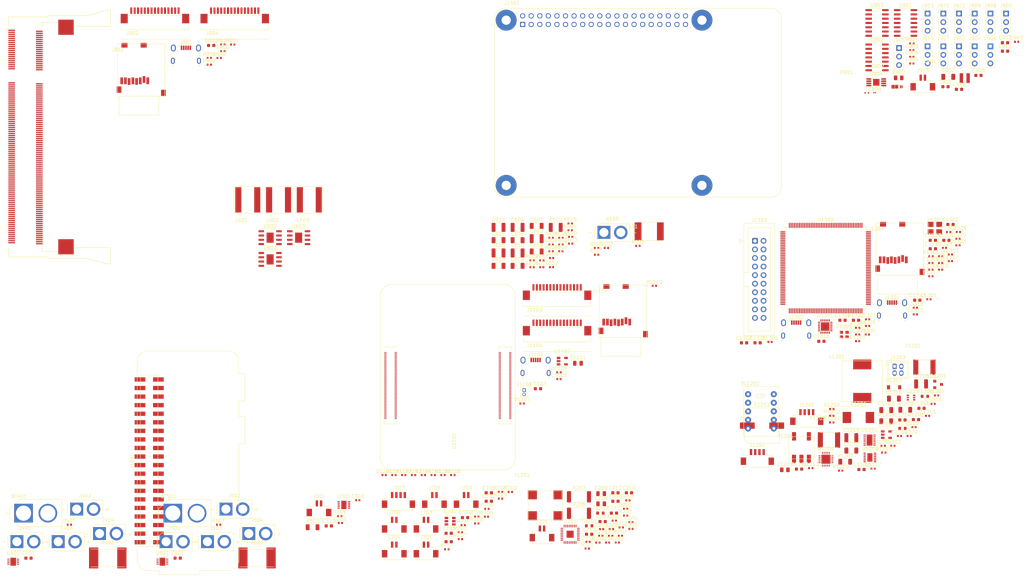
<source format=kicad_pcb>
(kicad_pcb (version 20171130) (host pcbnew "(5.1.10)-1")
  (layers (0 F.Cu signal) (31 B.Cu signal) (34 B.Paste user) (35 F.Paste user) (36 B.SilkS user) (37 F.SilkS user) (38 B.Mask user) (39 F.Mask user) (44 Edge.Cuts user))
  (net 0 "")
  (net 1 "Net-(BT401-Pad1)")
  (net 2 +3V3)
  (net 3 "Net-(BT501-Pad1)")
  (net 4 "Net-(C201-Pad1)")
  (net 5 "Net-(C202-Pad1)")
  (net 6 "Net-(C203-Pad1)")
  (net 7 "Net-(C210-Pad2)")
  (net 8 "Net-(C210-Pad1)")
  (net 9 "Net-(C211-Pad2)")
  (net 10 "Net-(C211-Pad1)")
  (net 11 "Net-(C212-Pad1)")
  (net 12 "Net-(C213-Pad2)")
  (net 13 /battery/Vbatt)
  (net 14 /sheet6168BB46/Vbatt)
  (net 15 +BATT)
  (net 16 "Net-(C602-Pad1)")
  (net 17 "Net-(C603-Pad2)")
  (net 18 "Net-(C603-Pad1)")
  (net 19 +1V8)
  (net 20 "Net-(C608-Pad1)")
  (net 21 "Net-(C609-Pad1)")
  (net 22 "Net-(C610-Pad2)")
  (net 23 "Net-(C610-Pad1)")
  (net 24 "Net-(C611-Pad2)")
  (net 25 "Net-(C611-Pad1)")
  (net 26 +5V)
  (net 27 /internal_sensors/temp0)
  (net 28 /internal_sensors/temp1)
  (net 29 /internal_sensors/temp2)
  (net 30 /internal_sensors/temp3)
  (net 31 "Net-(C909-Pad2)")
  (net 32 "Net-(C909-Pad1)")
  (net 33 "Net-(C910-Pad1)")
  (net 34 "Net-(C911-Pad2)")
  (net 35 "Net-(C1101-Pad2)")
  (net 36 "Net-(C1202-Pad1)")
  (net 37 "Net-(C1203-Pad1)")
  (net 38 "Net-(C1204-Pad1)")
  (net 39 "Net-(C1205-Pad1)")
  (net 40 "Net-(C1208-Pad1)")
  (net 41 "Net-(C1209-Pad1)")
  (net 42 "Net-(C1210-Pad1)")
  (net 43 "Net-(C1211-Pad2)")
  (net 44 "Net-(C1212-Pad1)")
  (net 45 "Net-(C1213-Pad1)")
  (net 46 "Net-(C1214-Pad2)")
  (net 47 "Net-(C1215-Pad2)")
  (net 48 "Net-(C1215-Pad1)")
  (net 49 "Net-(C1216-Pad2)")
  (net 50 "Net-(C1216-Pad1)")
  (net 51 "Net-(C1217-Pad1)")
  (net 52 "Net-(C1316-Pad1)")
  (net 53 "Net-(C1321-Pad1)")
  (net 54 "Net-(C1322-Pad1)")
  (net 55 "Net-(C1326-Pad2)")
  (net 56 "Net-(D201-Pad2)")
  (net 57 "Net-(D201-Pad1)")
  (net 58 "Net-(D202-Pad2)")
  (net 59 "Net-(D202-Pad1)")
  (net 60 "Net-(D203-Pad2)")
  (net 61 "Net-(D203-Pad1)")
  (net 62 "Net-(D1101-Pad1)")
  (net 63 "Net-(D1201-Pad2)")
  (net 64 "Net-(D1202-Pad2)")
  (net 65 "Net-(D1301-Pad2)")
  (net 66 /micro/led)
  (net 67 "Net-(F1201-Pad2)")
  (net 68 "Net-(F1201-Pad1)")
  (net 69 "Net-(F1202-Pad1)")
  (net 70 "Net-(J301-Pad2)")
  (net 71 "Net-(J301-Pad1)")
  (net 72 "Net-(J705-Pad2)")
  (net 73 "Net-(J705-Pad1)")
  (net 74 "Net-(J706-Pad2)")
  (net 75 "Net-(J706-Pad1)")
  (net 76 /scl1)
  (net 77 /sda1)
  (net 78 "Net-(J801-Pad4)")
  (net 79 "Net-(J801-Pad3)")
  (net 80 "Net-(J801-Pad2)")
  (net 81 /RaspberryPiCM3+/cam0_dn0)
  (net 82 /RaspberryPiCM3+/cam0_dp0)
  (net 83 /RaspberryPiCM3+/cam0_dn1)
  (net 84 /RaspberryPiCM3+/cam0_dp1)
  (net 85 /RaspberryPiCM3+/cam0_cn)
  (net 86 /RaspberryPiCM3+/cam0_cp)
  (net 87 /RaspberryPiCM3+/cam0_io0)
  (net 88 /RaspberryPiCM3+/cam0_io1)
  (net 89 /RaspberryPiCM3+/cd0_scl)
  (net 90 /RaspberryPiCM3+/cd0_sda)
  (net 91 "Net-(J803-Pad9)")
  (net 92 /RaspberryPiCM3+/sd_dat1)
  (net 93 /RaspberryPiCM3+/sd_dat0)
  (net 94 /RaspberryPiCM3+/sd_clk)
  (net 95 /RaspberryPiCM3+/sd_cmd)
  (net 96 /RaspberryPiCM3+/sd_dat3)
  (net 97 /RaspberryPiCM3+/sd_dat2)
  (net 98 /RaspberryPiCM3+/cam1_dn0)
  (net 99 /RaspberryPiCM3+/cam1_dp0)
  (net 100 /RaspberryPiCM3+/cam1_dn1)
  (net 101 /RaspberryPiCM3+/cam1_dp1)
  (net 102 /RaspberryPiCM3+/cam1_cn)
  (net 103 /RaspberryPiCM3+/cam1_cp)
  (net 104 /RaspberryPiCM3+/cam1_io0)
  (net 105 /RaspberryPiCM3+/cam1_io1)
  (net 106 /RaspberryPiCM3+/cd1_scl)
  (net 107 /RaspberryPiCM3+/cd1_sda)
  (net 108 /ESC_servo_lights/5V_1)
  (net 109 "Net-(J901-Pad1)")
  (net 110 /ESC_servo_lights/5V_2)
  (net 111 "Net-(J902-Pad1)")
  (net 112 /ESC_servo_lights/5V_3)
  (net 113 "Net-(J903-Pad1)")
  (net 114 /ESC_servo_lights/5V_4)
  (net 115 "Net-(J904-Pad1)")
  (net 116 "Net-(J905-Pad2)")
  (net 117 "Net-(J905-Pad1)")
  (net 118 "Net-(J906-Pad2)")
  (net 119 "Net-(J906-Pad1)")
  (net 120 "Net-(J907-Pad2)")
  (net 121 "Net-(J907-Pad1)")
  (net 122 "Net-(J908-Pad2)")
  (net 123 "Net-(J908-Pad1)")
  (net 124 "Net-(J909-Pad1)")
  (net 125 "Net-(J910-Pad1)")
  (net 126 "Net-(J911-Pad1)")
  (net 127 "Net-(J912-Pad1)")
  (net 128 "Net-(J1001-Pad1)")
  (net 129 "Net-(J1001-Pad3)")
  (net 130 "Net-(J1001-Pad5)")
  (net 131 "Net-(J1001-Pad7)")
  (net 132 "Net-(J1001-Pad11)")
  (net 133 /micro/rxd)
  (net 134 /RaspberryPIZero/rxd)
  (net 135 "Net-(J1001-Pad12)")
  (net 136 "Net-(J1001-Pad13)")
  (net 137 "Net-(J1001-Pad15)")
  (net 138 "Net-(J1001-Pad17)")
  (net 139 "Net-(J1001-Pad19)")
  (net 140 "Net-(J1001-Pad21)")
  (net 141 "Net-(J1001-Pad23)")
  (net 142 "Net-(J1001-Pad16)")
  (net 143 "Net-(J1001-Pad18)")
  (net 144 "Net-(J1001-Pad22)")
  (net 145 "Net-(J1001-Pad24)")
  (net 146 "Net-(J1001-Pad26)")
  (net 147 "Net-(J1001-Pad27)")
  (net 148 "Net-(J1001-Pad28)")
  (net 149 "Net-(J1001-Pad29)")
  (net 150 "Net-(J1001-Pad31)")
  (net 151 "Net-(J1001-Pad33)")
  (net 152 "Net-(J1001-Pad35)")
  (net 153 "Net-(J1001-Pad37)")
  (net 154 "Net-(J1001-Pad32)")
  (net 155 "Net-(J1001-Pad36)")
  (net 156 "Net-(J1001-Pad38)")
  (net 157 "Net-(J1001-Pad40)")
  (net 158 "Net-(J1101-Pad2)")
  (net 159 "Net-(J1102-Pad4)")
  (net 160 /RaspberryPiCM4/usb_d+)
  (net 161 /RaspberryPiCM4/usb_d-)
  (net 162 "Net-(J1102-Pad1)")
  (net 163 /RaspberryPiCM4/cam0_dn0)
  (net 164 /RaspberryPiCM4/cam0_dp0)
  (net 165 /RaspberryPiCM4/cam0_dn1)
  (net 166 /RaspberryPiCM4/cam0_dp1)
  (net 167 /RaspberryPiCM4/cam0_cn)
  (net 168 /RaspberryPiCM4/cam0_cp)
  (net 169 /RaspberryPiCM4/cam_gpio)
  (net 170 "Net-(J1103-Pad12)")
  (net 171 /RaspberryPiCM4/cd0_scl)
  (net 172 /RaspberryPiCM4/cd0_sda)
  (net 173 /RaspberryPiCM4/sd_cd)
  (net 174 /RaspberryPiCM4/sd_dat1)
  (net 175 /RaspberryPiCM4/sd_dat0)
  (net 176 /RaspberryPiCM4/sd_clk)
  (net 177 /RaspberryPiCM4/sd_cmd)
  (net 178 /RaspberryPiCM4/sd_dat3)
  (net 179 /RaspberryPiCM4/sd_dat2)
  (net 180 /RaspberryPiCM4/cam1_dn0)
  (net 181 /RaspberryPiCM4/cam1_dp0)
  (net 182 /RaspberryPiCM4/cam1_dn1)
  (net 183 /RaspberryPiCM4/cam1_dp1)
  (net 184 /RaspberryPiCM4/cam1_cn)
  (net 185 /RaspberryPiCM4/cam1_cp)
  (net 186 "Net-(J1105-Pad12)")
  (net 187 /RaspberryPiCM4/cd1_scl)
  (net 188 /RaspberryPiCM4/cd1_sda)
  (net 189 "Net-(J1202-Pad4)")
  (net 190 "Net-(J1202-Pad3)")
  (net 191 "Net-(J1203-Pad4)")
  (net 192 "Net-(J1203-Pad2)")
  (net 193 "Net-(J1203-Pad3)")
  (net 194 "Net-(J1203-Pad1)")
  (net 195 "Net-(J1301-Pad4)")
  (net 196 "Net-(J1301-Pad3)")
  (net 197 "Net-(J1301-Pad2)")
  (net 198 "Net-(J1302-Pad4)")
  (net 199 /micro/fs_dp)
  (net 200 /micro/fs_dm)
  (net 201 /micro/fs_vbus)
  (net 202 "Net-(J1303-Pad19)")
  (net 203 "Net-(J1303-Pad17)")
  (net 204 /micro/nRst)
  (net 205 /micro/jtdo)
  (net 206 "Net-(J1303-Pad11)")
  (net 207 /micro/jtck)
  (net 208 /micro/jtms)
  (net 209 /micro/jtdi)
  (net 210 /micro/jntrst)
  (net 211 /micro/sd_cd)
  (net 212 /micro/sd_dat1)
  (net 213 /micro/sd_dat0)
  (net 214 /micro/sd_clk)
  (net 215 /micro/sd_cmd)
  (net 216 /micro/sd_dat3)
  (net 217 /micro/sd_dat2)
  (net 218 "Net-(J1401-Pad1)")
  (net 219 "Net-(J1401-Pad3)")
  (net 220 "Net-(J1401-Pad5)")
  (net 221 "Net-(J1401-Pad7)")
  (net 222 "Net-(J1401-Pad11)")
  (net 223 "Net-(J1401-Pad12)")
  (net 224 "Net-(J1401-Pad13)")
  (net 225 "Net-(J1401-Pad15)")
  (net 226 "Net-(J1401-Pad17)")
  (net 227 "Net-(J1401-Pad19)")
  (net 228 "Net-(J1401-Pad21)")
  (net 229 "Net-(J1401-Pad23)")
  (net 230 "Net-(J1401-Pad16)")
  (net 231 "Net-(J1401-Pad18)")
  (net 232 "Net-(J1401-Pad22)")
  (net 233 "Net-(J1401-Pad24)")
  (net 234 "Net-(J1401-Pad26)")
  (net 235 "Net-(J1401-Pad27)")
  (net 236 "Net-(J1401-Pad28)")
  (net 237 "Net-(J1401-Pad29)")
  (net 238 "Net-(J1401-Pad31)")
  (net 239 "Net-(J1401-Pad33)")
  (net 240 "Net-(J1401-Pad35)")
  (net 241 "Net-(J1401-Pad37)")
  (net 242 "Net-(J1401-Pad32)")
  (net 243 "Net-(J1401-Pad36)")
  (net 244 "Net-(J1401-Pad38)")
  (net 245 "Net-(J1401-Pad40)")
  (net 246 "Net-(Q1201-Pad1)")
  (net 247 /scl0)
  (net 248 /sda0)
  (net 249 /ethernet/crs_dv)
  (net 250 /ethernet/rx_d1)
  (net 251 /ethernet/rx_d0)
  (net 252 /micro/eth_mdio)
  (net 253 "Net-(R205-Pad2)")
  (net 254 "Net-(R206-Pad2)")
  (net 255 "Net-(R207-Pad2)")
  (net 256 "Net-(R208-Pad2)")
  (net 257 "Net-(R301-Pad1)")
  (net 258 /battery/alcc)
  (net 259 /sheet6168BB46/alcc)
  (net 260 "Net-(R601-Pad2)")
  (net 261 "Net-(R602-Pad2)")
  (net 262 "Net-(R602-Pad1)")
  (net 263 "Net-(R605-Pad2)")
  (net 264 "Net-(R606-Pad2)")
  (net 265 "Net-(R607-Pad2)")
  (net 266 "Net-(R609-Pad2)")
  (net 267 "Net-(R709-Pad2)")
  (net 268 "Net-(R710-Pad1)")
  (net 269 "Net-(R801-Pad1)")
  (net 270 "Net-(R802-Pad1)")
  (net 271 /lights)
  (net 272 "Net-(R1101-Pad1)")
  (net 273 "Net-(R1102-Pad1)")
  (net 274 "Net-(R1103-Pad1)")
  (net 275 /RaspberryPiCM4/sd_pwr_on)
  (net 276 /RaspberryPiCM4/usb_otg)
  (net 277 /micro/sonar_pwr)
  (net 278 "Net-(R1202-Pad2)")
  (net 279 "Net-(R1203-Pad2)")
  (net 280 "Net-(R1204-Pad1)")
  (net 281 "Net-(R1207-Pad2)")
  (net 282 "Net-(R1208-Pad2)")
  (net 283 "Net-(R1210-Pad2)")
  (net 284 /micro/sonar_sel)
  (net 285 "Net-(R1301-Pad2)")
  (net 286 "Net-(R1303-Pad1)")
  (net 287 "Net-(U201-Pad32)")
  (net 288 "Net-(U201-Pad27)")
  (net 289 "Net-(U201-Pad26)")
  (net 290 /ethernet/tx_d1)
  (net 291 /ethernet/tx_d0)
  (net 292 /micro/eth_tx_en)
  (net 293 "Net-(U201-Pad22)")
  (net 294 /micro/eth_pwdn_int)
  (net 295 "Net-(U201-Pad20)")
  (net 296 /ethernet/50MHz)
  (net 297 "Net-(U201-Pad14)")
  (net 298 "Net-(U201-Pad13)")
  (net 299 /micro/eth_mdc)
  (net 300 /ethernet/25MHz)
  (net 301 "Net-(U201-Pad9)")
  (net 302 "Net-(U201-Pad8)")
  (net 303 /RS485/DI)
  (net 304 /RS485/DE)
  (net 305 /RS485/RO)
  (net 306 /internal_sensors/water)
  (net 307 "Net-(U801-Pad2)")
  (net 308 "Net-(U801-Pad15)")
  (net 309 "Net-(U801-Pad17)")
  (net 310 "Net-(U801-Pad21)")
  (net 311 "Net-(U801-Pad23)")
  (net 312 "Net-(U801-Pad27)")
  (net 313 "Net-(U801-Pad29)")
  (net 314 "Net-(U801-Pad33)")
  (net 315 "Net-(U801-Pad35)")
  (net 316 "Net-(U801-Pad45)")
  (net 317 "Net-(U801-Pad46)")
  (net 318 "Net-(U801-Pad47)")
  (net 319 "Net-(U801-Pad48)")
  (net 320 "Net-(U801-Pad52)")
  (net 321 "Net-(U801-Pad54)")
  (net 322 "Net-(U801-Pad57)")
  (net 323 "Net-(U801-Pad58)")
  (net 324 "Net-(U801-Pad59)")
  (net 325 "Net-(U801-Pad60)")
  (net 326 "Net-(U801-Pad63)")
  (net 327 "Net-(U801-Pad64)")
  (net 328 "Net-(U801-Pad65)")
  (net 329 "Net-(U801-Pad66)")
  (net 330 "Net-(U801-Pad69)")
  (net 331 "Net-(U801-Pad70)")
  (net 332 "Net-(U801-Pad71)")
  (net 333 "Net-(U801-Pad72)")
  (net 334 "Net-(U801-Pad75)")
  (net 335 "Net-(U801-Pad76)")
  (net 336 "Net-(U801-Pad77)")
  (net 337 "Net-(U801-Pad78)")
  (net 338 "Net-(U801-Pad81)")
  (net 339 "Net-(U801-Pad83)")
  (net 340 "Net-(U801-Pad87)")
  (net 341 "Net-(U801-Pad88)")
  (net 342 "Net-(U801-Pad89)")
  (net 343 "Net-(U801-Pad90)")
  (net 344 "Net-(U801-Pad93)")
  (net 345 "Net-(U801-Pad94)")
  (net 346 "Net-(U801-Pad95)")
  (net 347 "Net-(U801-Pad96)")
  (net 348 "Net-(U801-Pad99)")
  (net 349 "Net-(U801-Pad100)")
  (net 350 "Net-(U801-Pad101)")
  (net 351 "Net-(U801-Pad102)")
  (net 352 "Net-(U801-Pad105)")
  (net 353 "Net-(U801-Pad106)")
  (net 354 "Net-(U801-Pad107)")
  (net 355 "Net-(U801-Pad108)")
  (net 356 "Net-(U801-Pad111)")
  (net 357 "Net-(U801-Pad112)")
  (net 358 "Net-(U801-Pad113)")
  (net 359 "Net-(U801-Pad114)")
  (net 360 "Net-(U801-Pad117)")
  (net 361 "Net-(U801-Pad118)")
  (net 362 "Net-(U801-Pad119)")
  (net 363 "Net-(U801-Pad120)")
  (net 364 "Net-(U801-Pad123)")
  (net 365 "Net-(U801-Pad124)")
  (net 366 "Net-(U801-Pad125)")
  (net 367 "Net-(U801-Pad126)")
  (net 368 "Net-(U801-Pad128)")
  (net 369 "Net-(U801-Pad129)")
  (net 370 "Net-(U801-Pad130)")
  (net 371 "Net-(U801-Pad131)")
  (net 372 "Net-(U801-Pad132)")
  (net 373 "Net-(U801-Pad135)")
  (net 374 "Net-(U801-Pad137)")
  (net 375 "Net-(U801-Pad141)")
  (net 376 "Net-(U801-Pad143)")
  (net 377 "Net-(U801-Pad154)")
  (net 378 "Net-(U801-Pad156)")
  (net 379 "Net-(U801-Pad158)")
  (net 380 "Net-(U801-Pad160)")
  (net 381 "Net-(U801-Pad162)")
  (net 382 "Net-(U801-Pad166)")
  (net 383 "Net-(U801-Pad171)")
  (net 384 "Net-(U801-Pad172)")
  (net 385 "Net-(U801-Pad173)")
  (net 386 "Net-(U801-Pad174)")
  (net 387 "Net-(U801-Pad175)")
  (net 388 "Net-(U801-Pad176)")
  (net 389 "Net-(U801-Pad177)")
  (net 390 "Net-(U801-Pad178)")
  (net 391 "Net-(U801-Pad179)")
  (net 392 "Net-(U801-Pad180)")
  (net 393 "Net-(U801-Pad189)")
  (net 394 /ESC_servo_lights/bldc3)
  (net 395 /ESC_servo_lights/bldc2)
  (net 396 /ESC_servo_lights/bldc1)
  (net 397 /ESC_servo_lights/bldc7)
  (net 398 /ESC_servo_lights/bldc6)
  (net 399 /ESC_servo_lights/bldc5)
  (net 400 /ESC_servo_lights/servo3)
  (net 401 /ESC_servo_lights/servo2)
  (net 402 /ESC_servo_lights/servo1)
  (net 403 "Net-(U1101-Pad200)")
  (net 404 "Net-(U1101-Pad199)")
  (net 405 "Net-(U1101-Pad196)")
  (net 406 "Net-(U1101-Pad195)")
  (net 407 "Net-(U1101-Pad194)")
  (net 408 "Net-(U1101-Pad193)")
  (net 409 "Net-(U1101-Pad190)")
  (net 410 "Net-(U1101-Pad189)")
  (net 411 "Net-(U1101-Pad188)")
  (net 412 "Net-(U1101-Pad187)")
  (net 413 "Net-(U1101-Pad184)")
  (net 414 "Net-(U1101-Pad183)")
  (net 415 "Net-(U1101-Pad182)")
  (net 416 "Net-(U1101-Pad181)")
  (net 417 "Net-(U1101-Pad178)")
  (net 418 "Net-(U1101-Pad177)")
  (net 419 "Net-(U1101-Pad176)")
  (net 420 "Net-(U1101-Pad175)")
  (net 421 "Net-(U1101-Pad172)")
  (net 422 "Net-(U1101-Pad171)")
  (net 423 "Net-(U1101-Pad170)")
  (net 424 "Net-(U1101-Pad169)")
  (net 425 "Net-(U1101-Pad166)")
  (net 426 "Net-(U1101-Pad165)")
  (net 427 "Net-(U1101-Pad164)")
  (net 428 "Net-(U1101-Pad163)")
  (net 429 "Net-(U1101-Pad160)")
  (net 430 "Net-(U1101-Pad159)")
  (net 431 "Net-(U1101-Pad158)")
  (net 432 "Net-(U1101-Pad157)")
  (net 433 "Net-(U1101-Pad154)")
  (net 434 "Net-(U1101-Pad153)")
  (net 435 "Net-(U1101-Pad152)")
  (net 436 "Net-(U1101-Pad151)")
  (net 437 "Net-(U1101-Pad149)")
  (net 438 "Net-(U1101-Pad148)")
  (net 439 "Net-(U1101-Pad147)")
  (net 440 "Net-(U1101-Pad146)")
  (net 441 "Net-(U1101-Pad145)")
  (net 442 "Net-(U1101-Pad143)")
  (net 443 "Net-(U1101-Pad141)")
  (net 444 "Net-(U1101-Pad139)")
  (net 445 "Net-(U1101-Pad135)")
  (net 446 "Net-(U1101-Pad133)")
  (net 447 "Net-(U1101-Pad124)")
  (net 448 "Net-(U1101-Pad122)")
  (net 449 "Net-(U1101-Pad118)")
  (net 450 "Net-(U1101-Pad116)")
  (net 451 "Net-(U1101-Pad112)")
  (net 452 "Net-(U1101-Pad111)")
  (net 453 "Net-(U1101-Pad110)")
  (net 454 "Net-(U1101-Pad109)")
  (net 455 "Net-(U1101-Pad106)")
  (net 456 "Net-(U1101-Pad104)")
  (net 457 "Net-(U1101-Pad102)")
  (net 458 /RaspberryPiCM4/Pi_nRst)
  (net 459 "Net-(U1101-Pad99)")
  (net 460 "Net-(U1101-Pad96)")
  (net 461 "Net-(U1101-Pad95)")
  (net 462 "Net-(U1101-Pad94)")
  (net 463 "Net-(U1101-Pad92)")
  (net 464 "Net-(U1101-Pad90)")
  (net 465 "Net-(U1101-Pad88)")
  (net 466 "Net-(U1101-Pad86)")
  (net 467 "Net-(U1101-Pad78)")
  (net 468 "Net-(U1101-Pad76)")
  (net 469 "Net-(U1101-Pad73)")
  (net 470 "Net-(U1101-Pad72)")
  (net 471 "Net-(U1101-Pad70)")
  (net 472 "Net-(U1101-Pad68)")
  (net 473 "Net-(U1101-Pad64)")
  (net 474 "Net-(U1101-Pad58)")
  (net 475 "Net-(U1101-Pad56)")
  (net 476 "Net-(U1101-Pad50)")
  (net 477 "Net-(U1101-Pad49)")
  (net 478 "Net-(U1101-Pad48)")
  (net 479 "Net-(U1101-Pad47)")
  (net 480 "Net-(U1101-Pad46)")
  (net 481 "Net-(U1101-Pad45)")
  (net 482 "Net-(U1101-Pad44)")
  (net 483 "Net-(U1101-Pad41)")
  (net 484 "Net-(U1101-Pad40)")
  (net 485 "Net-(U1101-Pad39)")
  (net 486 "Net-(U1101-Pad38)")
  (net 487 "Net-(U1101-Pad37)")
  (net 488 "Net-(U1101-Pad31)")
  (net 489 "Net-(U1101-Pad30)")
  (net 490 "Net-(U1101-Pad29)")
  (net 491 "Net-(U1101-Pad28)")
  (net 492 "Net-(U1101-Pad27)")
  (net 493 "Net-(U1101-Pad26)")
  (net 494 "Net-(U1101-Pad25)")
  (net 495 "Net-(U1101-Pad24)")
  (net 496 "Net-(U1101-Pad20)")
  (net 497 "Net-(U1101-Pad19)")
  (net 498 "Net-(U1101-Pad18)")
  (net 499 "Net-(U1101-Pad17)")
  (net 500 "Net-(U1101-Pad16)")
  (net 501 "Net-(U1101-Pad15)")
  (net 502 "Net-(U1101-Pad12)")
  (net 503 "Net-(U1101-Pad11)")
  (net 504 "Net-(U1101-Pad10)")
  (net 505 "Net-(U1101-Pad9)")
  (net 506 "Net-(U1101-Pad6)")
  (net 507 "Net-(U1101-Pad5)")
  (net 508 "Net-(U1101-Pad4)")
  (net 509 "Net-(U1101-Pad3)")
  (net 510 "Net-(U1102-Pad3)")
  (net 511 /water_sensors/lidar_pwr)
  (net 512 "Net-(U1203-Pad8)")
  (net 513 /micro/sonar_out3)
  (net 514 /water_sensors/sonar_ncs)
  (net 515 /water_sensors/sonar_sclk)
  (net 516 /water_sensors/sonar_sdi)
  (net 517 /water_sensors/sonar_sdo)
  (net 518 /micro/sonar_io1)
  (net 519 /micro/sonar_clk)
  (net 520 /micro/sonar_ana_in)
  (net 521 /micro/sonar_out4)
  (net 522 /micro/lidar_rx)
  (net 523 /micro/lidar_pwr)
  (net 524 "Net-(U1301-Pad1)")
  (net 525 "Net-(U1301-Pad7)")
  (net 526 /micro/d7)
  (net 527 /micro/d6)
  (net 528 /micro/d5)
  (net 529 /micro/d4)
  (net 530 /micro/clkout)
  (net 531 /micro/d3)
  (net 532 /micro/d2)
  (net 533 /micro/d1)
  (net 534 /micro/d0)
  (net 535 /micro/nxt)
  (net 536 /micro/dir)
  (net 537 /micro/stp)
  (net 538 "Net-(U1301-Pad23)")
  (net 539 "Net-(U1302-Pad176)")
  (net 540 "Net-(U1302-Pad171)")
  (net 541 "Net-(U1302-Pad170)")
  (net 542 "Net-(U1302-Pad169)")
  (net 543 "Net-(U1302-Pad160)")
  (net 544 /micro/eth_tx_d1)
  (net 545 /micro/eth_tx_d0)
  (net 546 "Net-(U1302-Pad155)")
  (net 547 "Net-(U1302-Pad152)")
  (net 548 "Net-(U1302-Pad151)")
  (net 549 "Net-(U1302-Pad145)")
  (net 550 "Net-(U1302-Pad143)")
  (net 551 "Net-(U1302-Pad142)")
  (net 552 "Net-(U1302-Pad134)")
  (net 553 "Net-(U1302-Pad133)")
  (net 554 "Net-(U1302-Pad130)")
  (net 555 "Net-(U1302-Pad129)")
  (net 556 "Net-(U1302-Pad128)")
  (net 557 /micro/25MHz)
  (net 558 "Net-(U1302-Pad112)")
  (net 559 "Net-(U1302-Pad111)")
  (net 560 "Net-(U1302-Pad110)")
  (net 561 "Net-(U1302-Pad109)")
  (net 562 "Net-(U1302-Pad108)")
  (net 563 "Net-(U1302-Pad107)")
  (net 564 "Net-(U1302-Pad106)")
  (net 565 /ESC_servo_lights/bldc0)
  (net 566 "Net-(U1302-Pad99)")
  (net 567 "Net-(U1302-Pad98)")
  (net 568 /ESC_servo_lights/bldc4)
  (net 569 "Net-(U1302-Pad86)")
  (net 570 "Net-(U1302-Pad78)")
  (net 571 "Net-(U1302-Pad75)")
  (net 572 "Net-(U1302-Pad73)")
  (net 573 /ESC_servo_lights/servo0)
  (net 574 "Net-(U1302-Pad69)")
  (net 575 "Net-(U1302-Pad68)")
  (net 576 "Net-(U1302-Pad67)")
  (net 577 "Net-(U1302-Pad66)")
  (net 578 "Net-(U1302-Pad65)")
  (net 579 "Net-(U1302-Pad64)")
  (net 580 "Net-(U1302-Pad63)")
  (net 581 "Net-(U1302-Pad60)")
  (net 582 "Net-(U1302-Pad59)")
  (net 583 "Net-(U1302-Pad58)")
  (net 584 /micro/eth_rx_d1)
  (net 585 /micro/eth_rx_d0)
  (net 586 "Net-(U1302-Pad52)")
  (net 587 "Net-(U1302-Pad50)")
  (net 588 "Net-(U1302-Pad46)")
  (net 589 "Net-(U1302-Pad44)")
  (net 590 "Net-(U1302-Pad43)")
  (net 591 "Net-(U1302-Pad40)")
  (net 592 "Net-(U1302-Pad38)")
  (net 593 "Net-(U1302-Pad35)")
  (net 594 "Net-(U1302-Pad30)")
  (net 595 "Net-(U1302-Pad29)")
  (net 596 "Net-(U1302-Pad28)")
  (net 597 "Net-(U1302-Pad21)")
  (net 598 "Net-(U1302-Pad12)")
  (net 599 "Net-(U1302-Pad11)")
  (net 600 "Net-(U1302-Pad9)")
  (net 601 "Net-(U1302-Pad7)")
  (net 602 "Net-(U1302-Pad5)")
  (net 603 "Net-(U1302-Pad3)")
  (net 604 "Net-(U1302-Pad2)")
  (net 605 "Net-(U1302-Pad1)")
  (net 606 "Net-(X1301-Pad1)")
  (net 607 "Net-(X1302-Pad1)")
  (module sub:EA2-5NJ (layer F.Cu) (at 530.9141 79.01492)
    (fp_text reference RL1201 (at 0.635 -3.175) (layer F.SilkS))
    (fp_text value EA2-5NJ)
    (pad 1 thru_hole circle (at 0 0) (size 1.8 1.8) (drill 0.8) (layers *.Cu *.Mask) (net 26 +5V))
    (pad 2 thru_hole circle (at 0 2.54) (size 1.8 1.8) (drill 0.8) (layers *.Cu *.Mask) (net 193 "Net-(J1203-Pad3)"))
    (pad 3 thru_hole circle (at 0 5.08) (size 1.8 1.8) (drill 0.8) (layers *.Cu *.Mask) (net 49 "Net-(C1216-Pad2)"))
    (pad 4 thru_hole circle (at 0 7.62) (size 1.8 1.8) (drill 0.8) (layers *.Cu *.Mask) (net 191 "Net-(J1203-Pad4)"))
    (pad 5 thru_hole circle (at 0 10.16) (size 1.8 1.8) (drill 0.8) (layers *.Cu *.Mask))
    (pad 6 thru_hole circle (at 7.62 10.16) (size 1.8 1.8) (drill 0.8) (layers *.Cu *.Mask))
    (pad 7 thru_hole circle (at 7.62 7.62) (size 1.8 1.8) (drill 0.8) (layers *.Cu *.Mask) (net 194 "Net-(J1203-Pad1)"))
    (pad 8 thru_hole circle (at 7.62 5.08) (size 1.8 1.8) (drill 0.8) (layers *.Cu *.Mask) (net 50 "Net-(C1216-Pad1)"))
    (pad 9 thru_hole circle (at 7.62 2.54) (size 1.8 1.8) (drill 0.8) (layers *.Cu *.Mask) (net 192 "Net-(J1203-Pad2)"))
    (pad 10 thru_hole circle (at 7.62 0) (size 1.8 1.8) (drill 0.8) (layers *.Cu *.Mask) (net 64 "Net-(D1202-Pad2)"))
  )
  (module sub:SOP-EP-8_3.9x4.9mm_P1.27mm (layer F.Cu) (at 397.73548 32.58566)
    (fp_text reference U603 (at 0 -3.4) (layer F.SilkS))
    (fp_text value RT7263A)
    (pad 8 smd roundrect (at 2.625 -1.905) (size 1.65 0.6) (layers F.Cu F.Paste F.Mask) (net 2 +3V3))
    (pad 7 smd roundrect (at 2.625 -0.635) (size 1.65 0.6) (layers F.Cu F.Paste F.Mask) (net 21 "Net-(C609-Pad1)"))
    (pad 6 smd roundrect (at 2.625 0.635) (size 1.65 0.6) (layers F.Cu F.Paste F.Mask) (net 266 "Net-(R609-Pad2)"))
    (pad 5 smd roundrect (at 2.625 1.905) (size 1.65 0.6) (layers F.Cu F.Paste F.Mask) (net 264 "Net-(R606-Pad2)"))
    (pad 4 smd roundrect (at -2.625 1.905) (size 1.65 0.6) (layers F.Cu F.Paste F.Mask) (net 25 "Net-(C611-Pad1)"))
    (pad 3 smd roundrect (at -2.625 0.635) (size 1.65 0.6) (layers F.Cu F.Paste F.Mask) (net 24 "Net-(C611-Pad2)"))
    (pad 2 smd roundrect (at -2.625 -0.635) (size 1.65 0.6) (layers F.Cu F.Paste F.Mask) (net 24 "Net-(C611-Pad2)"))
    (pad 1 smd roundrect (at -2.625 -1.905) (size 1.65 0.6) (layers F.Cu F.Paste F.Mask) (net 15 +BATT))
    (pad 9 smd rect (at 0 0) (size 2.1 3) (layers F.Cu F.Paste F.Mask) (net 2 +3V3))
  )
  (module sub:SOP-EP-8_3.9x4.9mm_P1.27mm (layer F.Cu) (at 389.28548 39.03566)
    (fp_text reference U602 (at 0 -3.4) (layer F.SilkS))
    (fp_text value RT7263A)
    (pad 8 smd roundrect (at 2.625 -1.905) (size 1.65 0.6) (layers F.Cu F.Paste F.Mask) (net 2 +3V3))
    (pad 7 smd roundrect (at 2.625 -0.635) (size 1.65 0.6) (layers F.Cu F.Paste F.Mask) (net 20 "Net-(C608-Pad1)"))
    (pad 6 smd roundrect (at 2.625 0.635) (size 1.65 0.6) (layers F.Cu F.Paste F.Mask) (net 265 "Net-(R607-Pad2)"))
    (pad 5 smd roundrect (at 2.625 1.905) (size 1.65 0.6) (layers F.Cu F.Paste F.Mask) (net 263 "Net-(R605-Pad2)"))
    (pad 4 smd roundrect (at -2.625 1.905) (size 1.65 0.6) (layers F.Cu F.Paste F.Mask) (net 23 "Net-(C610-Pad1)"))
    (pad 3 smd roundrect (at -2.625 0.635) (size 1.65 0.6) (layers F.Cu F.Paste F.Mask) (net 22 "Net-(C610-Pad2)"))
    (pad 2 smd roundrect (at -2.625 -0.635) (size 1.65 0.6) (layers F.Cu F.Paste F.Mask) (net 22 "Net-(C610-Pad2)"))
    (pad 1 smd roundrect (at -2.625 -1.905) (size 1.65 0.6) (layers F.Cu F.Paste F.Mask) (net 15 +BATT))
    (pad 9 smd rect (at 0 0) (size 2.1 3) (layers F.Cu F.Paste F.Mask) (net 2 +3V3))
  )
  (module sub:SOP-EP-8_3.9x4.9mm_P1.27mm (layer F.Cu) (at 389.28548 32.58566)
    (fp_text reference U601 (at 0 -3.4) (layer F.SilkS))
    (fp_text value RT7263A)
    (pad 8 smd roundrect (at 2.625 -1.905) (size 1.65 0.6) (layers F.Cu F.Paste F.Mask) (net 2 +3V3))
    (pad 7 smd roundrect (at 2.625 -0.635) (size 1.65 0.6) (layers F.Cu F.Paste F.Mask) (net 16 "Net-(C602-Pad1)"))
    (pad 6 smd roundrect (at 2.625 0.635) (size 1.65 0.6) (layers F.Cu F.Paste F.Mask) (net 261 "Net-(R602-Pad2)"))
    (pad 5 smd roundrect (at 2.625 1.905) (size 1.65 0.6) (layers F.Cu F.Paste F.Mask) (net 260 "Net-(R601-Pad2)"))
    (pad 4 smd roundrect (at -2.625 1.905) (size 1.65 0.6) (layers F.Cu F.Paste F.Mask) (net 18 "Net-(C603-Pad1)"))
    (pad 3 smd roundrect (at -2.625 0.635) (size 1.65 0.6) (layers F.Cu F.Paste F.Mask) (net 17 "Net-(C603-Pad2)"))
    (pad 2 smd roundrect (at -2.625 -0.635) (size 1.65 0.6) (layers F.Cu F.Paste F.Mask) (net 17 "Net-(C603-Pad2)"))
    (pad 1 smd roundrect (at -2.625 -1.905) (size 1.65 0.6) (layers F.Cu F.Paste F.Mask) (net 15 +BATT))
    (pad 9 smd rect (at 0 0) (size 2.1 3) (layers F.Cu F.Paste F.Mask) (net 2 +3V3))
  )
  (module sub:NR8040 (layer F.Cu) (at 400.90116 21.36902)
    (fp_text reference L603 (at -1.80594 6.0198) (layer F.SilkS))
    (fp_text value 4.7uH)
    (pad 1 smd rect (at -2.8 0) (size 1.8 7.5) (layers F.Cu F.Paste F.Mask) (net 24 "Net-(C611-Pad2)"))
    (pad 2 smd rect (at 2.8 0) (size 1.8 7.5) (layers F.Cu F.Paste F.Mask) (net 26 +5V))
  )
  (module sub:NR8040 (layer F.Cu) (at 391.78116 21.36902)
    (fp_text reference L602 (at -1.80594 6.0198) (layer F.SilkS))
    (fp_text value 3.6uH)
    (pad 1 smd rect (at -2.8 0) (size 1.8 7.5) (layers F.Cu F.Paste F.Mask) (net 22 "Net-(C610-Pad2)"))
    (pad 2 smd rect (at 2.8 0) (size 1.8 7.5) (layers F.Cu F.Paste F.Mask) (net 2 +3V3))
  )
  (module sub:NR8040 (layer F.Cu) (at 382.66116 21.36902)
    (fp_text reference L601 (at -1.80594 6.0198) (layer F.SilkS))
    (fp_text value 2.0uH)
    (pad 1 smd rect (at -2.8 0) (size 1.8 7.5) (layers F.Cu F.Paste F.Mask) (net 17 "Net-(C603-Pad2)"))
    (pad 2 smd rect (at 2.8 0) (size 1.8 7.5) (layers F.Cu F.Paste F.Mask) (net 19 +1V8))
  )
  (module Module:Raspberry_Pi_Zero_Socketed_THT_MountingHoles_SMT (layer F.Cu) (at 354.7241 74.64492)
    (fp_text reference J1001 (at -6.27 24.13 90) (layer F.SilkS))
    (fp_text value Raspberry_Pi)
    (pad "" np_thru_hole circle (at -1.27 53.13 90) (size 2.75 2.75) (drill 2.75) (layers *.Cu *.Mask))
    (pad "" np_thru_hole circle (at 21.73 -4.87 90) (size 2.75 2.75) (drill 2.75) (layers *.Cu *.Mask))
    (pad "" np_thru_hole circle (at 21.73 53.13 90) (size 2.75 2.75) (drill 2.75) (layers *.Cu *.Mask))
    (pad "" np_thru_hole circle (at -1.27 -4.87 90) (size 2.75 2.75) (drill 2.75) (layers *.Cu *.Mask))
    (pad 2 smd rect (at -4.0005 48.26) (size 3.180001 1.27) (layers F.Cu F.Paste F.Mask) (net 26 +5V))
    (pad 1 smd rect (at 1.4605 48.26) (size 3.18 1.27) (layers F.Cu F.Paste F.Mask) (net 128 "Net-(J1001-Pad1)"))
    (pad 16 smd rect (at -4.0005 30.48) (size 3.180001 1.27) (layers F.Cu F.Paste F.Mask) (net 142 "Net-(J1001-Pad16)"))
    (pad 15 smd rect (at 1.4605 30.48) (size 3.18 1.27) (layers F.Cu F.Paste F.Mask) (net 137 "Net-(J1001-Pad15)"))
    (pad 20 smd rect (at -4.0005 25.4) (size 3.180001 1.27) (layers F.Cu F.Paste F.Mask) (net 2 +3V3))
    (pad 19 smd rect (at 1.4605 25.4) (size 3.18 1.27) (layers F.Cu F.Paste F.Mask) (net 139 "Net-(J1001-Pad19)"))
    (pad 12 smd rect (at -4.0005 35.56) (size 3.180001 1.27) (layers F.Cu F.Paste F.Mask) (net 135 "Net-(J1001-Pad12)"))
    (pad 11 smd rect (at 1.4605 35.56) (size 3.18 1.27) (layers F.Cu F.Paste F.Mask) (net 132 "Net-(J1001-Pad11)"))
    (pad 34 smd rect (at -4.0005 7.62) (size 3.180001 1.27) (layers F.Cu F.Paste F.Mask) (net 2 +3V3))
    (pad 33 smd rect (at 1.4605 7.62) (size 3.18 1.27) (layers F.Cu F.Paste F.Mask) (net 151 "Net-(J1001-Pad33)"))
    (pad 10 smd rect (at -4.0005 38.1) (size 3.180001 1.27) (layers F.Cu F.Paste F.Mask) (net 134 /RaspberryPIZero/rxd))
    (pad 9 smd rect (at 1.4605 38.1) (size 3.18 1.27) (layers F.Cu F.Paste F.Mask) (net 2 +3V3))
    (pad 24 smd rect (at -4.0005 20.32) (size 3.180001 1.27) (layers F.Cu F.Paste F.Mask) (net 145 "Net-(J1001-Pad24)"))
    (pad 23 smd rect (at 1.4605 20.32) (size 3.18 1.27) (layers F.Cu F.Paste F.Mask) (net 141 "Net-(J1001-Pad23)"))
    (pad 6 smd rect (at -4.0005 43.18) (size 3.180001 1.27) (layers F.Cu F.Paste F.Mask) (net 2 +3V3))
    (pad 5 smd rect (at 1.4605 43.18) (size 3.18 1.27) (layers F.Cu F.Paste F.Mask) (net 130 "Net-(J1001-Pad5)"))
    (pad 8 smd rect (at -4.0005 40.64) (size 3.180001 1.27) (layers F.Cu F.Paste F.Mask) (net 133 /micro/rxd))
    (pad 7 smd rect (at 1.4605 40.64) (size 3.18 1.27) (layers F.Cu F.Paste F.Mask) (net 131 "Net-(J1001-Pad7)"))
    (pad 4 smd rect (at -4.0005 45.72) (size 3.180001 1.27) (layers F.Cu F.Paste F.Mask) (net 26 +5V))
    (pad 3 smd rect (at 1.4605 45.72) (size 3.18 1.27) (layers F.Cu F.Paste F.Mask) (net 129 "Net-(J1001-Pad3)"))
    (pad 22 smd rect (at -4.0005 22.86) (size 3.180001 1.27) (layers F.Cu F.Paste F.Mask) (net 144 "Net-(J1001-Pad22)"))
    (pad 21 smd rect (at 1.4605 22.86) (size 3.18 1.27) (layers F.Cu F.Paste F.Mask) (net 140 "Net-(J1001-Pad21)"))
    (pad 32 smd rect (at -4.0005 10.16) (size 3.180001 1.27) (layers F.Cu F.Paste F.Mask) (net 154 "Net-(J1001-Pad32)"))
    (pad 31 smd rect (at 1.4605 10.16) (size 3.18 1.27) (layers F.Cu F.Paste F.Mask) (net 150 "Net-(J1001-Pad31)"))
    (pad 28 smd rect (at -4.0005 15.24) (size 3.180001 1.27) (layers F.Cu F.Paste F.Mask) (net 148 "Net-(J1001-Pad28)"))
    (pad 27 smd rect (at 1.4605 15.24) (size 3.18 1.27) (layers F.Cu F.Paste F.Mask) (net 147 "Net-(J1001-Pad27)"))
    (pad 14 smd rect (at -4.0005 33.02) (size 3.180001 1.27) (layers F.Cu F.Paste F.Mask) (net 2 +3V3))
    (pad 13 smd rect (at 1.4605 33.02) (size 3.18 1.27) (layers F.Cu F.Paste F.Mask) (net 136 "Net-(J1001-Pad13)"))
    (pad 30 smd rect (at -4.0005 12.7) (size 3.180001 1.27) (layers F.Cu F.Paste F.Mask) (net 2 +3V3))
    (pad 29 smd rect (at 1.4605 12.7) (size 3.18 1.27) (layers F.Cu F.Paste F.Mask) (net 149 "Net-(J1001-Pad29)"))
    (pad 18 smd rect (at -4.0005 27.94) (size 3.180001 1.27) (layers F.Cu F.Paste F.Mask) (net 143 "Net-(J1001-Pad18)"))
    (pad 17 smd rect (at 1.4605 27.94) (size 3.18 1.27) (layers F.Cu F.Paste F.Mask) (net 138 "Net-(J1001-Pad17)"))
    (pad 39 smd rect (at 1.4605 0) (size 3.180001 1.27) (layers F.Cu F.Paste F.Mask) (net 2 +3V3))
    (pad 40 smd rect (at -4.0005 0) (size 3.180001 1.27) (layers F.Cu F.Paste F.Mask) (net 157 "Net-(J1001-Pad40)"))
    (pad 35 smd rect (at 1.4605 5.08) (size 3.18 1.27) (layers F.Cu F.Paste F.Mask) (net 152 "Net-(J1001-Pad35)"))
    (pad 38 smd rect (at -4.0005 2.54) (size 3.180001 1.27) (layers F.Cu F.Paste F.Mask) (net 156 "Net-(J1001-Pad38)"))
    (pad 26 smd rect (at -4.0005 17.78) (size 3.180001 1.27) (layers F.Cu F.Paste F.Mask) (net 146 "Net-(J1001-Pad26)"))
    (pad 25 smd rect (at 1.4605 17.78) (size 3.18 1.27) (layers F.Cu F.Paste F.Mask) (net 2 +3V3))
    (pad 37 smd rect (at 1.4605 2.54) (size 3.18 1.27) (layers F.Cu F.Paste F.Mask) (net 153 "Net-(J1001-Pad37)"))
    (pad 36 smd rect (at -4.0005 5.08) (size 3.180001 1.27) (layers F.Cu F.Paste F.Mask) (net 155 "Net-(J1001-Pad36)"))
  )
  (module sub:ASFL1 (layer F.Cu) (at 586.274099 29.759919)
    (fp_text reference X1302 (at 0 -2.45) (layer F.SilkS))
    (fp_text value 25MHz)
    (pad 4 smd rect (at -1.27 -1.1) (size 1.7 1.5) (layers F.Cu F.Paste F.Mask) (net 2 +3V3))
    (pad 3 smd rect (at 1.27 -1.1) (size 1.7 1.5) (layers F.Cu F.Paste F.Mask) (net 595 "Net-(U1302-Pad29)"))
    (pad 2 smd rect (at 1.27 1.1) (size 1.7 1.5) (layers F.Cu F.Paste F.Mask) (net 2 +3V3))
    (pad 1 smd rect (at -1.27 1.1) (size 1.7 1.5) (layers F.Cu F.Paste F.Mask) (net 607 "Net-(X1302-Pad1)"))
  )
  (module sub:831056290 (layer F.Cu) (at 559.4091 61.33492)
    (fp_text reference X1301 (at 0 -2.45) (layer F.SilkS))
    (fp_text value 13MHz)
    (pad 1 smd rect (at -0.85 0.675) (size 1 0.85) (layers F.Cu F.Paste F.Mask) (net 606 "Net-(X1301-Pad1)"))
    (pad 2 smd rect (at 0.85 0.675) (size 1 0.85) (layers F.Cu F.Paste F.Mask) (net 2 +3V3))
    (pad 3 smd rect (at 0.85 -0.675) (size 1 0.85) (layers F.Cu F.Paste F.Mask) (net 538 "Net-(U1301-Pad23)"))
    (pad 4 smd rect (at -0.85 -0.675) (size 1 0.85) (layers F.Cu F.Paste F.Mask) (net 2 +3V3))
  )
  (module Package_QFP:LQFP-176_24x24mm_P0.5mm (layer F.Cu) (at 553.8991 41.61492)
    (fp_text reference U1302 (at 0 -14.38) (layer F.SilkS))
    (fp_text value STM32F217IETx)
    (pad 176 smd roundrect (at -10.75 -12.675) (size 0.3 1.5) (layers F.Cu F.Paste F.Mask) (net 539 "Net-(U1302-Pad176)"))
    (pad 175 smd roundrect (at -10.25 -12.675) (size 0.3 1.5) (layers F.Cu F.Paste F.Mask) (net 277 /micro/sonar_pwr))
    (pad 174 smd roundrect (at -9.75 -12.675) (size 0.3 1.5) (layers F.Cu F.Paste F.Mask) (net 284 /micro/sonar_sel))
    (pad 173 smd roundrect (at -9.25 -12.675) (size 0.3 1.5) (layers F.Cu F.Paste F.Mask) (net 518 /micro/sonar_io1))
    (pad 172 smd roundrect (at -8.75 -12.675) (size 0.3 1.5) (layers F.Cu F.Paste F.Mask) (net 2 +3V3))
    (pad 171 smd roundrect (at -8.25 -12.675) (size 0.3 1.5) (layers F.Cu F.Paste F.Mask) (net 540 "Net-(U1302-Pad171)"))
    (pad 170 smd roundrect (at -7.75 -12.675) (size 0.3 1.5) (layers F.Cu F.Paste F.Mask) (net 541 "Net-(U1302-Pad170)"))
    (pad 169 smd roundrect (at -7.25 -12.675) (size 0.3 1.5) (layers F.Cu F.Paste F.Mask) (net 542 "Net-(U1302-Pad169)"))
    (pad 168 smd roundrect (at -6.75 -12.675) (size 0.3 1.5) (layers F.Cu F.Paste F.Mask) (net 514 /water_sensors/sonar_ncs))
    (pad 167 smd roundrect (at -6.25 -12.675) (size 0.3 1.5) (layers F.Cu F.Paste F.Mask) (net 519 /micro/sonar_clk))
    (pad 166 smd roundrect (at -5.75 -12.675) (size 0.3 1.5) (layers F.Cu F.Paste F.Mask) (net 2 +3V3))
    (pad 165 smd roundrect (at -5.25 -12.675) (size 0.3 1.5) (layers F.Cu F.Paste F.Mask) (net 523 /micro/lidar_pwr))
    (pad 164 smd roundrect (at -4.75 -12.675) (size 0.3 1.5) (layers F.Cu F.Paste F.Mask) (net 511 /water_sensors/lidar_pwr))
    (pad 163 smd roundrect (at -4.25 -12.675) (size 0.3 1.5) (layers F.Cu F.Paste F.Mask) (net 526 /micro/d7))
    (pad 162 smd roundrect (at -3.75 -12.675) (size 0.3 1.5) (layers F.Cu F.Paste F.Mask) (net 210 /micro/jntrst))
    (pad 161 smd roundrect (at -3.25 -12.675) (size 0.3 1.5) (layers F.Cu F.Paste F.Mask) (net 205 /micro/jtdo))
    (pad 160 smd roundrect (at -2.75 -12.675) (size 0.3 1.5) (layers F.Cu F.Paste F.Mask) (net 543 "Net-(U1302-Pad160)"))
    (pad 159 smd roundrect (at -2.25 -12.675) (size 0.3 1.5) (layers F.Cu F.Paste F.Mask) (net 2 +3V3))
    (pad 158 smd roundrect (at -1.75 -12.675) (size 0.3 1.5) (layers F.Cu F.Paste F.Mask) (net 2 +3V3))
    (pad 157 smd roundrect (at -1.25 -12.675) (size 0.3 1.5) (layers F.Cu F.Paste F.Mask) (net 544 /micro/eth_tx_d1))
    (pad 156 smd roundrect (at -0.75 -12.675) (size 0.3 1.5) (layers F.Cu F.Paste F.Mask) (net 545 /micro/eth_tx_d0))
    (pad 155 smd roundrect (at -0.25 -12.675) (size 0.3 1.5) (layers F.Cu F.Paste F.Mask) (net 546 "Net-(U1302-Pad155)"))
    (pad 154 smd roundrect (at 0.25 -12.675) (size 0.3 1.5) (layers F.Cu F.Paste F.Mask) (net 292 /micro/eth_tx_en))
    (pad 153 smd roundrect (at 0.75 -12.675) (size 0.3 1.5) (layers F.Cu F.Paste F.Mask) (net 294 /micro/eth_pwdn_int))
    (pad 152 smd roundrect (at 1.25 -12.675) (size 0.3 1.5) (layers F.Cu F.Paste F.Mask) (net 547 "Net-(U1302-Pad152)"))
    (pad 151 smd roundrect (at 1.75 -12.675) (size 0.3 1.5) (layers F.Cu F.Paste F.Mask) (net 548 "Net-(U1302-Pad151)"))
    (pad 150 smd roundrect (at 2.25 -12.675) (size 0.3 1.5) (layers F.Cu F.Paste F.Mask) (net 305 /RS485/RO))
    (pad 149 smd roundrect (at 2.75 -12.675) (size 0.3 1.5) (layers F.Cu F.Paste F.Mask) (net 2 +3V3))
    (pad 148 smd roundrect (at 3.25 -12.675) (size 0.3 1.5) (layers F.Cu F.Paste F.Mask) (net 2 +3V3))
    (pad 147 smd roundrect (at 3.75 -12.675) (size 0.3 1.5) (layers F.Cu F.Paste F.Mask) (net 303 /RS485/DI))
    (pad 146 smd roundrect (at 4.25 -12.675) (size 0.3 1.5) (layers F.Cu F.Paste F.Mask) (net 304 /RS485/DE))
    (pad 145 smd roundrect (at 4.75 -12.675) (size 0.3 1.5) (layers F.Cu F.Paste F.Mask) (net 549 "Net-(U1302-Pad145)"))
    (pad 144 smd roundrect (at 5.25 -12.675) (size 0.3 1.5) (layers F.Cu F.Paste F.Mask) (net 215 /micro/sd_cmd))
    (pad 143 smd roundrect (at 5.75 -12.675) (size 0.3 1.5) (layers F.Cu F.Paste F.Mask) (net 550 "Net-(U1302-Pad143)"))
    (pad 142 smd roundrect (at 6.25 -12.675) (size 0.3 1.5) (layers F.Cu F.Paste F.Mask) (net 551 "Net-(U1302-Pad142)"))
    (pad 141 smd roundrect (at 6.75 -12.675) (size 0.3 1.5) (layers F.Cu F.Paste F.Mask) (net 214 /micro/sd_clk))
    (pad 140 smd roundrect (at 7.25 -12.675) (size 0.3 1.5) (layers F.Cu F.Paste F.Mask) (net 216 /micro/sd_dat3))
    (pad 139 smd roundrect (at 7.75 -12.675) (size 0.3 1.5) (layers F.Cu F.Paste F.Mask) (net 217 /micro/sd_dat2))
    (pad 138 smd roundrect (at 8.25 -12.675) (size 0.3 1.5) (layers F.Cu F.Paste F.Mask) (net 209 /micro/jtdi))
    (pad 137 smd roundrect (at 8.75 -12.675) (size 0.3 1.5) (layers F.Cu F.Paste F.Mask) (net 207 /micro/jtck))
    (pad 136 smd roundrect (at 9.25 -12.675) (size 0.3 1.5) (layers F.Cu F.Paste F.Mask) (net 2 +3V3))
    (pad 135 smd roundrect (at 9.75 -12.675) (size 0.3 1.5) (layers F.Cu F.Paste F.Mask) (net 2 +3V3))
    (pad 134 smd roundrect (at 10.25 -12.675) (size 0.3 1.5) (layers F.Cu F.Paste F.Mask) (net 552 "Net-(U1302-Pad134)"))
    (pad 133 smd roundrect (at 10.75 -12.675) (size 0.3 1.5) (layers F.Cu F.Paste F.Mask) (net 553 "Net-(U1302-Pad133)"))
    (pad 132 smd roundrect (at 12.675 -10.75) (size 1.5 0.3) (layers F.Cu F.Paste F.Mask) (net 515 /water_sensors/sonar_sclk))
    (pad 131 smd roundrect (at 12.675 -10.25) (size 1.5 0.3) (layers F.Cu F.Paste F.Mask) (net 397 /ESC_servo_lights/bldc7))
    (pad 130 smd roundrect (at 12.675 -9.75) (size 1.5 0.3) (layers F.Cu F.Paste F.Mask) (net 554 "Net-(U1302-Pad130)"))
    (pad 129 smd roundrect (at 12.675 -9.25) (size 1.5 0.3) (layers F.Cu F.Paste F.Mask) (net 555 "Net-(U1302-Pad129)"))
    (pad 128 smd roundrect (at 12.675 -8.75) (size 1.5 0.3) (layers F.Cu F.Paste F.Mask) (net 556 "Net-(U1302-Pad128)"))
    (pad 127 smd roundrect (at 12.675 -8.25) (size 1.5 0.3) (layers F.Cu F.Paste F.Mask) (net 2 +3V3))
    (pad 126 smd roundrect (at 12.675 -7.75) (size 1.5 0.3) (layers F.Cu F.Paste F.Mask) (net 2 +3V3))
    (pad 125 smd roundrect (at 12.675 -7.25) (size 1.5 0.3) (layers F.Cu F.Paste F.Mask) (net 54 "Net-(C1322-Pad1)"))
    (pad 124 smd roundrect (at 12.675 -6.75) (size 1.5 0.3) (layers F.Cu F.Paste F.Mask) (net 208 /micro/jtms))
    (pad 123 smd roundrect (at 12.675 -6.25) (size 1.5 0.3) (layers F.Cu F.Paste F.Mask) (net 199 /micro/fs_dp))
    (pad 122 smd roundrect (at 12.675 -5.75) (size 1.5 0.3) (layers F.Cu F.Paste F.Mask) (net 200 /micro/fs_dm))
    (pad 121 smd roundrect (at 12.675 -5.25) (size 1.5 0.3) (layers F.Cu F.Paste F.Mask) (net 522 /micro/lidar_rx))
    (pad 120 smd roundrect (at 12.675 -4.75) (size 1.5 0.3) (layers F.Cu F.Paste F.Mask) (net 201 /micro/fs_vbus))
    (pad 119 smd roundrect (at 12.675 -4.25) (size 1.5 0.3) (layers F.Cu F.Paste F.Mask) (net 557 /micro/25MHz))
    (pad 118 smd roundrect (at 12.675 -3.75) (size 1.5 0.3) (layers F.Cu F.Paste F.Mask) (net 212 /micro/sd_dat1))
    (pad 117 smd roundrect (at 12.675 -3.25) (size 1.5 0.3) (layers F.Cu F.Paste F.Mask) (net 213 /micro/sd_dat0))
    (pad 116 smd roundrect (at 12.675 -2.75) (size 1.5 0.3) (layers F.Cu F.Paste F.Mask) (net 521 /micro/sonar_out4))
    (pad 115 smd roundrect (at 12.675 -2.25) (size 1.5 0.3) (layers F.Cu F.Paste F.Mask) (net 513 /micro/sonar_out3))
    (pad 114 smd roundrect (at 12.675 -1.75) (size 1.5 0.3) (layers F.Cu F.Paste F.Mask) (net 2 +3V3))
    (pad 113 smd roundrect (at 12.675 -1.25) (size 1.5 0.3) (layers F.Cu F.Paste F.Mask) (net 2 +3V3))
    (pad 112 smd roundrect (at 12.675 -0.75) (size 1.5 0.3) (layers F.Cu F.Paste F.Mask) (net 558 "Net-(U1302-Pad112)"))
    (pad 111 smd roundrect (at 12.675 -0.25) (size 1.5 0.3) (layers F.Cu F.Paste F.Mask) (net 559 "Net-(U1302-Pad111)"))
    (pad 110 smd roundrect (at 12.675 0.25) (size 1.5 0.3) (layers F.Cu F.Paste F.Mask) (net 560 "Net-(U1302-Pad110)"))
    (pad 109 smd roundrect (at 12.675 0.75) (size 1.5 0.3) (layers F.Cu F.Paste F.Mask) (net 561 "Net-(U1302-Pad109)"))
    (pad 108 smd roundrect (at 12.675 1.25) (size 1.5 0.3) (layers F.Cu F.Paste F.Mask) (net 562 "Net-(U1302-Pad108)"))
    (pad 107 smd roundrect (at 12.675 1.75) (size 1.5 0.3) (layers F.Cu F.Paste F.Mask) (net 563 "Net-(U1302-Pad107)"))
    (pad 106 smd roundrect (at 12.675 2.25) (size 1.5 0.3) (layers F.Cu F.Paste F.Mask) (net 564 "Net-(U1302-Pad106)"))
    (pad 105 smd roundrect (at 12.675 2.75) (size 1.5 0.3) (layers F.Cu F.Paste F.Mask) (net 394 /ESC_servo_lights/bldc3))
    (pad 104 smd roundrect (at 12.675 3.25) (size 1.5 0.3) (layers F.Cu F.Paste F.Mask) (net 395 /ESC_servo_lights/bldc2))
    (pad 103 smd roundrect (at 12.675 3.75) (size 1.5 0.3) (layers F.Cu F.Paste F.Mask) (net 2 +3V3))
    (pad 102 smd roundrect (at 12.675 4.25) (size 1.5 0.3) (layers F.Cu F.Paste F.Mask) (net 2 +3V3))
    (pad 101 smd roundrect (at 12.675 4.75) (size 1.5 0.3) (layers F.Cu F.Paste F.Mask) (net 396 /ESC_servo_lights/bldc1))
    (pad 100 smd roundrect (at 12.675 5.25) (size 1.5 0.3) (layers F.Cu F.Paste F.Mask) (net 565 /ESC_servo_lights/bldc0))
    (pad 99 smd roundrect (at 12.675 5.75) (size 1.5 0.3) (layers F.Cu F.Paste F.Mask) (net 566 "Net-(U1302-Pad99)"))
    (pad 98 smd roundrect (at 12.675 6.25) (size 1.5 0.3) (layers F.Cu F.Paste F.Mask) (net 567 "Net-(U1302-Pad98)"))
    (pad 97 smd roundrect (at 12.675 6.75) (size 1.5 0.3) (layers F.Cu F.Paste F.Mask) (net 133 /micro/rxd))
    (pad 96 smd roundrect (at 12.675 7.25) (size 1.5 0.3) (layers F.Cu F.Paste F.Mask) (net 134 /RaspberryPIZero/rxd))
    (pad 95 smd roundrect (at 12.675 7.75) (size 1.5 0.3) (layers F.Cu F.Paste F.Mask) (net 516 /water_sensors/sonar_sdi))
    (pad 94 smd roundrect (at 12.675 8.25) (size 1.5 0.3) (layers F.Cu F.Paste F.Mask) (net 517 /water_sensors/sonar_sdo))
    (pad 93 smd roundrect (at 12.675 8.75) (size 1.5 0.3) (layers F.Cu F.Paste F.Mask) (net 527 /micro/d6))
    (pad 92 smd roundrect (at 12.675 9.25) (size 1.5 0.3) (layers F.Cu F.Paste F.Mask) (net 528 /micro/d5))
    (pad 91 smd roundrect (at 12.675 9.75) (size 1.5 0.3) (layers F.Cu F.Paste F.Mask) (net 2 +3V3))
    (pad 90 smd roundrect (at 12.675 10.25) (size 1.5 0.3) (layers F.Cu F.Paste F.Mask) (net 2 +3V3))
    (pad 89 smd roundrect (at 12.675 10.75) (size 1.5 0.3) (layers F.Cu F.Paste F.Mask) (net 398 /ESC_servo_lights/bldc6))
    (pad 88 smd roundrect (at 10.75 12.675) (size 0.3 1.5) (layers F.Cu F.Paste F.Mask) (net 399 /ESC_servo_lights/bldc5))
    (pad 87 smd roundrect (at 10.25 12.675) (size 0.3 1.5) (layers F.Cu F.Paste F.Mask) (net 568 /ESC_servo_lights/bldc4))
    (pad 86 smd roundrect (at 9.75 12.675) (size 0.3 1.5) (layers F.Cu F.Paste F.Mask) (net 569 "Net-(U1302-Pad86)"))
    (pad 85 smd roundrect (at 9.25 12.675) (size 0.3 1.5) (layers F.Cu F.Paste F.Mask) (net 248 /sda0))
    (pad 84 smd roundrect (at 8.75 12.675) (size 0.3 1.5) (layers F.Cu F.Paste F.Mask) (net 247 /scl0))
    (pad 83 smd roundrect (at 8.25 12.675) (size 0.3 1.5) (layers F.Cu F.Paste F.Mask) (net 519 /micro/sonar_clk))
    (pad 82 smd roundrect (at 7.75 12.675) (size 0.3 1.5) (layers F.Cu F.Paste F.Mask) (net 2 +3V3))
    (pad 81 smd roundrect (at 7.25 12.675) (size 0.3 1.5) (layers F.Cu F.Paste F.Mask) (net 53 "Net-(C1321-Pad1)"))
    (pad 80 smd roundrect (at 6.75 12.675) (size 0.3 1.5) (layers F.Cu F.Paste F.Mask) (net 529 /micro/d4))
    (pad 79 smd roundrect (at 6.25 12.675) (size 0.3 1.5) (layers F.Cu F.Paste F.Mask) (net 531 /micro/d3))
    (pad 78 smd roundrect (at 5.75 12.675) (size 0.3 1.5) (layers F.Cu F.Paste F.Mask) (net 570 "Net-(U1302-Pad78)"))
    (pad 77 smd roundrect (at 5.25 12.675) (size 0.3 1.5) (layers F.Cu F.Paste F.Mask) (net 400 /ESC_servo_lights/servo3))
    (pad 76 smd roundrect (at 4.75 12.675) (size 0.3 1.5) (layers F.Cu F.Paste F.Mask) (net 401 /ESC_servo_lights/servo2))
    (pad 75 smd roundrect (at 4.25 12.675) (size 0.3 1.5) (layers F.Cu F.Paste F.Mask) (net 571 "Net-(U1302-Pad75)"))
    (pad 74 smd roundrect (at 3.75 12.675) (size 0.3 1.5) (layers F.Cu F.Paste F.Mask) (net 402 /ESC_servo_lights/servo1))
    (pad 73 smd roundrect (at 3.25 12.675) (size 0.3 1.5) (layers F.Cu F.Paste F.Mask) (net 572 "Net-(U1302-Pad73)"))
    (pad 72 smd roundrect (at 2.75 12.675) (size 0.3 1.5) (layers F.Cu F.Paste F.Mask) (net 2 +3V3))
    (pad 71 smd roundrect (at 2.25 12.675) (size 0.3 1.5) (layers F.Cu F.Paste F.Mask) (net 2 +3V3))
    (pad 70 smd roundrect (at 1.75 12.675) (size 0.3 1.5) (layers F.Cu F.Paste F.Mask) (net 573 /ESC_servo_lights/servo0))
    (pad 69 smd roundrect (at 1.25 12.675) (size 0.3 1.5) (layers F.Cu F.Paste F.Mask) (net 574 "Net-(U1302-Pad69)"))
    (pad 68 smd roundrect (at 0.75 12.675) (size 0.3 1.5) (layers F.Cu F.Paste F.Mask) (net 575 "Net-(U1302-Pad68)"))
    (pad 67 smd roundrect (at 0.25 12.675) (size 0.3 1.5) (layers F.Cu F.Paste F.Mask) (net 576 "Net-(U1302-Pad67)"))
    (pad 66 smd roundrect (at -0.25 12.675) (size 0.3 1.5) (layers F.Cu F.Paste F.Mask) (net 577 "Net-(U1302-Pad66)"))
    (pad 65 smd roundrect (at -0.75 12.675) (size 0.3 1.5) (layers F.Cu F.Paste F.Mask) (net 578 "Net-(U1302-Pad65)"))
    (pad 64 smd roundrect (at -1.25 12.675) (size 0.3 1.5) (layers F.Cu F.Paste F.Mask) (net 579 "Net-(U1302-Pad64)"))
    (pad 63 smd roundrect (at -1.75 12.675) (size 0.3 1.5) (layers F.Cu F.Paste F.Mask) (net 580 "Net-(U1302-Pad63)"))
    (pad 62 smd roundrect (at -2.25 12.675) (size 0.3 1.5) (layers F.Cu F.Paste F.Mask) (net 2 +3V3))
    (pad 61 smd roundrect (at -2.75 12.675) (size 0.3 1.5) (layers F.Cu F.Paste F.Mask) (net 2 +3V3))
    (pad 60 smd roundrect (at -3.25 12.675) (size 0.3 1.5) (layers F.Cu F.Paste F.Mask) (net 581 "Net-(U1302-Pad60)"))
    (pad 59 smd roundrect (at -3.75 12.675) (size 0.3 1.5) (layers F.Cu F.Paste F.Mask) (net 582 "Net-(U1302-Pad59)"))
    (pad 58 smd roundrect (at -4.25 12.675) (size 0.3 1.5) (layers F.Cu F.Paste F.Mask) (net 583 "Net-(U1302-Pad58)"))
    (pad 57 smd roundrect (at -4.75 12.675) (size 0.3 1.5) (layers F.Cu F.Paste F.Mask) (net 532 /micro/d2))
    (pad 56 smd roundrect (at -5.25 12.675) (size 0.3 1.5) (layers F.Cu F.Paste F.Mask) (net 533 /micro/d1))
    (pad 55 smd roundrect (at -5.75 12.675) (size 0.3 1.5) (layers F.Cu F.Paste F.Mask) (net 584 /micro/eth_rx_d1))
    (pad 54 smd roundrect (at -6.25 12.675) (size 0.3 1.5) (layers F.Cu F.Paste F.Mask) (net 585 /micro/eth_rx_d0))
    (pad 53 smd roundrect (at -6.75 12.675) (size 0.3 1.5) (layers F.Cu F.Paste F.Mask) (net 249 /ethernet/crs_dv))
    (pad 52 smd roundrect (at -7.25 12.675) (size 0.3 1.5) (layers F.Cu F.Paste F.Mask) (net 586 "Net-(U1302-Pad52)"))
    (pad 51 smd roundrect (at -7.75 12.675) (size 0.3 1.5) (layers F.Cu F.Paste F.Mask) (net 530 /micro/clkout))
    (pad 50 smd roundrect (at -8.25 12.675) (size 0.3 1.5) (layers F.Cu F.Paste F.Mask) (net 587 "Net-(U1302-Pad50)"))
    (pad 49 smd roundrect (at -8.75 12.675) (size 0.3 1.5) (layers F.Cu F.Paste F.Mask) (net 2 +3V3))
    (pad 48 smd roundrect (at -9.25 12.675) (size 0.3 1.5) (layers F.Cu F.Paste F.Mask) (net 2 +3V3))
    (pad 47 smd roundrect (at -9.75 12.675) (size 0.3 1.5) (layers F.Cu F.Paste F.Mask) (net 534 /micro/d0))
    (pad 46 smd roundrect (at -10.25 12.675) (size 0.3 1.5) (layers F.Cu F.Paste F.Mask) (net 588 "Net-(U1302-Pad46)"))
    (pad 45 smd roundrect (at -10.75 12.675) (size 0.3 1.5) (layers F.Cu F.Paste F.Mask) (net 535 /micro/nxt))
    (pad 44 smd roundrect (at -12.675 10.75) (size 1.5 0.3) (layers F.Cu F.Paste F.Mask) (net 589 "Net-(U1302-Pad44)"))
    (pad 43 smd roundrect (at -12.675 10.25) (size 1.5 0.3) (layers F.Cu F.Paste F.Mask) (net 590 "Net-(U1302-Pad43)"))
    (pad 42 smd roundrect (at -12.675 9.75) (size 1.5 0.3) (layers F.Cu F.Paste F.Mask) (net 252 /micro/eth_mdio))
    (pad 41 smd roundrect (at -12.675 9.25) (size 1.5 0.3) (layers F.Cu F.Paste F.Mask) (net 296 /ethernet/50MHz))
    (pad 40 smd roundrect (at -12.675 8.75) (size 1.5 0.3) (layers F.Cu F.Paste F.Mask) (net 591 "Net-(U1302-Pad40)"))
    (pad 39 smd roundrect (at -12.675 8.25) (size 1.5 0.3) (layers F.Cu F.Paste F.Mask) (net 2 +3V3))
    (pad 38 smd roundrect (at -12.675 7.75) (size 1.5 0.3) (layers F.Cu F.Paste F.Mask) (net 592 "Net-(U1302-Pad38)"))
    (pad 37 smd roundrect (at -12.675 7.25) (size 1.5 0.3) (layers F.Cu F.Paste F.Mask) (net 2 +3V3))
    (pad 36 smd roundrect (at -12.675 6.75) (size 1.5 0.3) (layers F.Cu F.Paste F.Mask) (net 2 +3V3))
    (pad 35 smd roundrect (at -12.675 6.25) (size 1.5 0.3) (layers F.Cu F.Paste F.Mask) (net 593 "Net-(U1302-Pad35)"))
    (pad 34 smd roundrect (at -12.675 5.75) (size 1.5 0.3) (layers F.Cu F.Paste F.Mask) (net 520 /micro/sonar_ana_in))
    (pad 33 smd roundrect (at -12.675 5.25) (size 1.5 0.3) (layers F.Cu F.Paste F.Mask) (net 299 /micro/eth_mdc))
    (pad 32 smd roundrect (at -12.675 4.75) (size 1.5 0.3) (layers F.Cu F.Paste F.Mask) (net 537 /micro/stp))
    (pad 31 smd roundrect (at -12.675 4.25) (size 1.5 0.3) (layers F.Cu F.Paste F.Mask) (net 204 /micro/nRst))
    (pad 30 smd roundrect (at -12.675 3.75) (size 1.5 0.3) (layers F.Cu F.Paste F.Mask) (net 594 "Net-(U1302-Pad30)"))
    (pad 29 smd roundrect (at -12.675 3.25) (size 1.5 0.3) (layers F.Cu F.Paste F.Mask) (net 595 "Net-(U1302-Pad29)"))
    (pad 28 smd roundrect (at -12.675 2.75) (size 1.5 0.3) (layers F.Cu F.Paste F.Mask) (net 596 "Net-(U1302-Pad28)"))
    (pad 27 smd roundrect (at -12.675 2.25) (size 1.5 0.3) (layers F.Cu F.Paste F.Mask) (net 30 /internal_sensors/temp3))
    (pad 26 smd roundrect (at -12.675 1.75) (size 1.5 0.3) (layers F.Cu F.Paste F.Mask) (net 29 /internal_sensors/temp2))
    (pad 25 smd roundrect (at -12.675 1.25) (size 1.5 0.3) (layers F.Cu F.Paste F.Mask) (net 28 /internal_sensors/temp1))
    (pad 24 smd roundrect (at -12.675 0.75) (size 1.5 0.3) (layers F.Cu F.Paste F.Mask) (net 27 /internal_sensors/temp0))
    (pad 23 smd roundrect (at -12.675 0.25) (size 1.5 0.3) (layers F.Cu F.Paste F.Mask) (net 2 +3V3))
    (pad 22 smd roundrect (at -12.675 -0.25) (size 1.5 0.3) (layers F.Cu F.Paste F.Mask) (net 2 +3V3))
    (pad 21 smd roundrect (at -12.675 -0.75) (size 1.5 0.3) (layers F.Cu F.Paste F.Mask) (net 597 "Net-(U1302-Pad21)"))
    (pad 20 smd roundrect (at -12.675 -1.25) (size 1.5 0.3) (layers F.Cu F.Paste F.Mask) (net 259 /sheet6168BB46/alcc))
    (pad 19 smd roundrect (at -12.675 -1.75) (size 1.5 0.3) (layers F.Cu F.Paste F.Mask) (net 258 /battery/alcc))
    (pad 18 smd roundrect (at -12.675 -2.25) (size 1.5 0.3) (layers F.Cu F.Paste F.Mask) (net 306 /internal_sensors/water))
    (pad 17 smd roundrect (at -12.675 -2.75) (size 1.5 0.3) (layers F.Cu F.Paste F.Mask) (net 76 /scl1))
    (pad 16 smd roundrect (at -12.675 -3.25) (size 1.5 0.3) (layers F.Cu F.Paste F.Mask) (net 77 /sda1))
    (pad 15 smd roundrect (at -12.675 -3.75) (size 1.5 0.3) (layers F.Cu F.Paste F.Mask) (net 2 +3V3))
    (pad 14 smd roundrect (at -12.675 -4.25) (size 1.5 0.3) (layers F.Cu F.Paste F.Mask) (net 2 +3V3))
    (pad 13 smd roundrect (at -12.675 -4.75) (size 1.5 0.3) (layers F.Cu F.Paste F.Mask) (net 536 /micro/dir))
    (pad 12 smd roundrect (at -12.675 -5.25) (size 1.5 0.3) (layers F.Cu F.Paste F.Mask) (net 598 "Net-(U1302-Pad12)"))
    (pad 11 smd roundrect (at -12.675 -5.75) (size 1.5 0.3) (layers F.Cu F.Paste F.Mask) (net 599 "Net-(U1302-Pad11)"))
    (pad 10 smd roundrect (at -12.675 -6.25) (size 1.5 0.3) (layers F.Cu F.Paste F.Mask) (net 66 /micro/led))
    (pad 9 smd roundrect (at -12.675 -6.75) (size 1.5 0.3) (layers F.Cu F.Paste F.Mask) (net 600 "Net-(U1302-Pad9)"))
    (pad 8 smd roundrect (at -12.675 -7.25) (size 1.5 0.3) (layers F.Cu F.Paste F.Mask) (net 211 /micro/sd_cd))
    (pad 7 smd roundrect (at -12.675 -7.75) (size 1.5 0.3) (layers F.Cu F.Paste F.Mask) (net 601 "Net-(U1302-Pad7)"))
    (pad 6 smd roundrect (at -12.675 -8.25) (size 1.5 0.3) (layers F.Cu F.Paste F.Mask) (net 2 +3V3))
    (pad 5 smd roundrect (at -12.675 -8.75) (size 1.5 0.3) (layers F.Cu F.Paste F.Mask) (net 602 "Net-(U1302-Pad5)"))
    (pad 4 smd roundrect (at -12.675 -9.25) (size 1.5 0.3) (layers F.Cu F.Paste F.Mask) (net 271 /lights))
    (pad 3 smd roundrect (at -12.675 -9.75) (size 1.5 0.3) (layers F.Cu F.Paste F.Mask) (net 603 "Net-(U1302-Pad3)"))
    (pad 2 smd roundrect (at -12.675 -10.25) (size 1.5 0.3) (layers F.Cu F.Paste F.Mask) (net 604 "Net-(U1302-Pad2)"))
    (pad 1 smd roundrect (at -12.675 -10.75) (size 1.5 0.3) (layers F.Cu F.Paste F.Mask) (net 605 "Net-(U1302-Pad1)"))
  )
  (module sub:QFN-24-1EP_4x4mm_P0.5mm_EP2.6x2.6mm (layer F.Cu) (at 553.7591 58.94492)
    (fp_text reference U1301 (at 0 -3.3) (layer F.SilkS))
    (fp_text value USB3318)
    (pad 1 smd roundrect (at -1.81 -1.25 180) (size 0.69 0.28) (layers F.Cu F.Paste F.Mask) (net 524 "Net-(U1301-Pad1)"))
    (pad 2 smd roundrect (at -1.81 -0.75) (size 0.69 0.28) (layers F.Cu F.Paste F.Mask) (net 286 "Net-(R1303-Pad1)"))
    (pad 3 smd roundrect (at -1.81 -0.25) (size 0.69 0.28) (layers F.Cu F.Paste F.Mask) (net 2 +3V3))
    (pad 4 smd roundrect (at -1.81 0.25) (size 0.69 0.28) (layers F.Cu F.Paste F.Mask) (net 52 "Net-(C1316-Pad1)"))
    (pad 5 smd roundrect (at -1.81 0.75) (size 0.69 0.28) (layers F.Cu F.Paste F.Mask) (net 197 "Net-(J1301-Pad2)"))
    (pad 6 smd roundrect (at -1.81 1.25) (size 0.69 0.28) (layers F.Cu F.Paste F.Mask) (net 196 "Net-(J1301-Pad3)"))
    (pad 7 smd roundrect (at -1.25 1.81 90) (size 0.69 0.28) (layers F.Cu F.Paste F.Mask) (net 525 "Net-(U1301-Pad7)"))
    (pad 8 smd roundrect (at -0.75 1.81 90) (size 0.69 0.28) (layers F.Cu F.Paste F.Mask) (net 526 /micro/d7))
    (pad 9 smd roundrect (at -0.25 1.81 90) (size 0.69 0.28) (layers F.Cu F.Paste F.Mask) (net 527 /micro/d6))
    (pad 10 smd roundrect (at 0.25 1.81 90) (size 0.69 0.28) (layers F.Cu F.Paste F.Mask) (net 528 /micro/d5))
    (pad 11 smd roundrect (at 0.75 1.81 90) (size 0.69 0.28) (layers F.Cu F.Paste F.Mask) (net 529 /micro/d4))
    (pad 12 smd roundrect (at 1.25 1.81 90) (size 0.69 0.28) (layers F.Cu F.Paste F.Mask) (net 530 /micro/clkout))
    (pad 13 smd roundrect (at 1.81 1.25) (size 0.69 0.28) (layers F.Cu F.Paste F.Mask) (net 531 /micro/d3))
    (pad 14 smd roundrect (at 1.81 0.75) (size 0.69 0.28) (layers F.Cu F.Paste F.Mask) (net 532 /micro/d2))
    (pad 15 smd roundrect (at 1.81 0.25) (size 0.69 0.28) (layers F.Cu F.Paste F.Mask) (net 533 /micro/d1))
    (pad 16 smd roundrect (at 1.81 -0.25) (size 0.69 0.28) (layers F.Cu F.Paste F.Mask) (net 534 /micro/d0))
    (pad 17 smd roundrect (at 1.81 -0.75) (size 0.69 0.28) (layers F.Cu F.Paste F.Mask) (net 2 +3V3))
    (pad 18 smd roundrect (at 1.81 -1.25) (size 0.69 0.28) (layers F.Cu F.Paste F.Mask) (net 535 /micro/nxt))
    (pad 19 smd roundrect (at 1.25 -1.81 90) (size 0.69 0.28) (layers F.Cu F.Paste F.Mask) (net 536 /micro/dir))
    (pad 20 smd roundrect (at 0.75 -1.81 90) (size 0.69 0.28) (layers F.Cu F.Paste F.Mask) (net 537 /micro/stp))
    (pad 21 smd roundrect (at 0.25 -1.81 90) (size 0.69 0.28) (layers F.Cu F.Paste F.Mask) (net 19 +1V8))
    (pad 22 smd roundrect (at -0.25 -1.81 90) (size 0.69 0.28) (layers F.Cu F.Paste F.Mask) (net 204 /micro/nRst))
    (pad 23 smd roundrect (at -0.75 -1.81 90) (size 0.69 0.28) (layers F.Cu F.Paste F.Mask) (net 538 "Net-(U1301-Pad23)"))
    (pad 24 smd roundrect (at -1.25 -1.81 90) (size 0.69 0.28) (layers F.Cu F.Paste F.Mask) (net 285 "Net-(R1301-Pad2)"))
    (pad 25 smd rect (at 0 0) (size 2.5 2.5) (layers F.Cu F.Mask) (net 2 +3V3))
  )
  (module Package_TO_SOT_SMD:SOT-363_SC-70-6 (layer F.Cu) (at 579.1791 80.01492)
    (fp_text reference U1205 (at 0 -2) (layer F.SilkS))
    (fp_text value 74LVC2G17)
    (pad 6 smd rect (at 0.95 -0.65) (size 0.65 0.4) (layers F.Cu F.Paste F.Mask) (net 283 "Net-(R1210-Pad2)"))
    (pad 4 smd rect (at 0.95 0.65) (size 0.65 0.4) (layers F.Cu F.Paste F.Mask) (net 522 /micro/lidar_rx))
    (pad 2 smd rect (at -0.95 0) (size 0.65 0.4) (layers F.Cu F.Paste F.Mask) (net 2 +3V3))
    (pad 5 smd rect (at 0.95 0) (size 0.65 0.4) (layers F.Cu F.Paste F.Mask) (net 2 +3V3))
    (pad 3 smd rect (at -0.95 0.65) (size 0.65 0.4) (layers F.Cu F.Paste F.Mask) (net 51 "Net-(C1217-Pad1)"))
    (pad 1 smd rect (at -0.95 -0.65) (size 0.65 0.4) (layers F.Cu F.Paste F.Mask) (net 523 /micro/lidar_pwr))
  )
  (module sub:WQFN-20 (layer F.Cu) (at 553.9891 98.29492)
    (fp_text reference U1204 (at 0 -3.08) (layer F.SilkS))
    (fp_text value TUSS44x0)
    (pad 1 smd roundrect (at -1.9 -1 180) (size 0.6 0.24) (layers F.Cu F.Paste F.Mask) (net 513 /micro/sonar_out3))
    (pad 2 smd roundrect (at -1.9 -0.5) (size 0.6 0.24) (layers F.Cu F.Paste F.Mask) (net 2 +3V3))
    (pad 3 smd roundrect (at -1.9 0) (size 0.6 0.24) (layers F.Cu F.Paste F.Mask) (net 514 /water_sensors/sonar_ncs))
    (pad 4 smd roundrect (at -1.9 0.5) (size 0.6 0.24) (layers F.Cu F.Paste F.Mask) (net 515 /water_sensors/sonar_sclk))
    (pad 5 smd roundrect (at -1.9 1) (size 0.6 0.24) (layers F.Cu F.Paste F.Mask) (net 516 /water_sensors/sonar_sdi))
    (pad 6 smd roundrect (at -1 1.9 90) (size 0.6 0.24) (layers F.Cu F.Paste F.Mask) (net 517 /water_sensors/sonar_sdo))
    (pad 7 smd roundrect (at -0.5 1.9 90) (size 0.6 0.24) (layers F.Cu F.Paste F.Mask) (net 518 /micro/sonar_io1))
    (pad 8 smd roundrect (at 0 1.9 90) (size 0.6 0.24) (layers F.Cu F.Paste F.Mask) (net 519 /micro/sonar_clk))
    (pad 9 smd roundrect (at 0.5 1.9 90) (size 0.6 0.24) (layers F.Cu F.Paste F.Mask) (net 520 /micro/sonar_ana_in))
    (pad 10 smd roundrect (at 1 1.9 90) (size 0.6 0.24) (layers F.Cu F.Paste F.Mask) (net 40 "Net-(C1208-Pad1)"))
    (pad 11 smd roundrect (at 1.9 1) (size 0.6 0.24) (layers F.Cu F.Paste F.Mask) (net 46 "Net-(C1214-Pad2)"))
    (pad 12 smd roundrect (at 1.9 0.5) (size 0.6 0.24) (layers F.Cu F.Paste F.Mask) (net 47 "Net-(C1215-Pad2)"))
    (pad 13 smd roundrect (at 1.9 0) (size 0.6 0.24) (layers F.Cu F.Paste F.Mask) (net 2 +3V3))
    (pad 14 smd roundrect (at 1.9 -0.5) (size 0.6 0.24) (layers F.Cu F.Paste F.Mask) (net 2 +3V3))
    (pad 15 smd roundrect (at 1.9 -1) (size 0.6 0.24) (layers F.Cu F.Paste F.Mask) (net 281 "Net-(R1207-Pad2)"))
    (pad 16 smd roundrect (at 1 -1.9 90) (size 0.6 0.24) (layers F.Cu F.Paste F.Mask) (net 282 "Net-(R1208-Pad2)"))
    (pad 17 smd roundrect (at 0.5 -1.9 90) (size 0.6 0.24) (layers F.Cu F.Paste F.Mask) (net 44 "Net-(C1212-Pad1)"))
    (pad 18 smd roundrect (at 0 -1.9 90) (size 0.6 0.24) (layers F.Cu F.Paste F.Mask) (net 43 "Net-(C1211-Pad2)"))
    (pad 19 smd roundrect (at -0.5 -1.9 90) (size 0.6 0.24) (layers F.Cu F.Paste F.Mask) (net 521 /micro/sonar_out4))
    (pad 20 smd roundrect (at -1 -1.9 90) (size 0.6 0.24) (layers F.Cu F.Paste F.Mask) (net 42 "Net-(C1210-Pad1)"))
    (pad 21 smd rect (at 0 0) (size 2.7 2.7) (layers F.Cu F.Mask))
  )
  (module sub:DFN-12-1EP_3x3mm_P0.5mm_EP1.5x2.5mm (layer F.Cu) (at 567.0091 97.76492)
    (fp_text reference U1203 (at 0 -2.65) (layer F.SilkS))
    (fp_text value AOZ13984DI-02)
    (pad 1 smd rect (at -1.55 -1.25) (size 0.65 0.3) (layers F.Cu F.Paste F.Mask) (net 67 "Net-(F1201-Pad2)"))
    (pad 2 smd rect (at -1.55 -0.75) (size 0.65 0.3) (layers F.Cu F.Paste F.Mask) (net 67 "Net-(F1201-Pad2)"))
    (pad 3 smd rect (at -1.55 -0.25) (size 0.65 0.3) (layers F.Cu F.Paste F.Mask))
    (pad 4 smd rect (at -1.55 0.25) (size 0.65 0.3) (layers F.Cu F.Paste F.Mask) (net 41 "Net-(C1209-Pad1)"))
    (pad 5 smd rect (at -1.55 0.75) (size 0.65 0.3) (layers F.Cu F.Paste F.Mask) (net 511 /water_sensors/lidar_pwr))
    (pad 8 smd rect (at 1.55 0.75) (size 0.65 0.3) (layers F.Cu F.Paste F.Mask) (net 512 "Net-(U1203-Pad8)"))
    (pad 9 smd rect (at 1.55 0.25) (size 0.65 0.3) (layers F.Cu F.Paste F.Mask) (net 15 +BATT))
    (pad 10 smd rect (at 1.55 -0.25) (size 0.65 0.3) (layers F.Cu F.Paste F.Mask) (net 15 +BATT))
    (pad 11 smd rect (at 1.55 -0.75) (size 0.65 0.3) (layers F.Cu F.Paste F.Mask))
    (pad 12 smd rect (at 1.55 -1.25) (size 0.65 0.3) (layers F.Cu F.Paste F.Mask))
    (pad 13 smd rect (at 0 0) (size 1.5 2.5) (layers F.Cu F.Mask))
    (pad 6 smd rect (at -1.55 1.25) (size 0.65 0.3) (layers F.Cu F.Paste F.Mask) (net 2 +3V3))
    (pad 7 smd rect (at 1.55 1.25) (size 0.65 0.3) (layers F.Cu F.Paste F.Mask) (net 45 "Net-(C1213-Pad1)"))
  )
  (module Package_TO_SOT_SMD:SOT-23-5 (layer F.Cu) (at 571.9091 91.00492)
    (fp_text reference U1202 (at 0 -2.9) (layer F.SilkS))
    (fp_text value ADP165)
    (pad 5 smd rect (at 1.1 -0.95) (size 1.06 0.65) (layers F.Cu F.Paste F.Mask) (net 40 "Net-(C1208-Pad1)"))
    (pad 4 smd rect (at 1.1 0.95) (size 1.06 0.65) (layers F.Cu F.Paste F.Mask))
    (pad 3 smd rect (at -1.1 0.95) (size 1.06 0.65) (layers F.Cu F.Paste F.Mask) (net 26 +5V))
    (pad 2 smd rect (at -1.1 0) (size 1.06 0.65) (layers F.Cu F.Paste F.Mask) (net 2 +3V3))
    (pad 1 smd rect (at -1.1 -0.95) (size 1.06 0.65) (layers F.Cu F.Paste F.Mask) (net 26 +5V))
  )
  (module Package_DFN_QFN:DFN-14-1EP_3x4mm_P0.5mm_EP1.7x3.3mm (layer F.Cu) (at 566.9091 92.61492)
    (fp_text reference U1201 (at 0 -3.05) (layer F.SilkS))
    (fp_text value MP3426)
    (pad 15 smd rect (at 0 0) (size 1.7 3.3) (layers F.Cu F.Mask) (net 2 +3V3))
    (pad 14 smd rect (at 1.45 -1.5) (size 0.7 0.25) (layers F.Cu F.Paste F.Mask) (net 278 "Net-(R1202-Pad2)"))
    (pad 13 smd rect (at 1.45 -1) (size 0.7 0.25) (layers F.Cu F.Paste F.Mask) (net 280 "Net-(R1204-Pad1)"))
    (pad 12 smd rect (at 1.45 -0.5) (size 0.7 0.25) (layers F.Cu F.Paste F.Mask) (net 37 "Net-(C1203-Pad1)"))
    (pad 11 smd rect (at 1.45 0) (size 0.7 0.25) (layers F.Cu F.Paste F.Mask) (net 2 +3V3))
    (pad 10 smd rect (at 1.45 0.5) (size 0.7 0.25) (layers F.Cu F.Paste F.Mask) (net 2 +3V3))
    (pad 9 smd rect (at 1.45 1) (size 0.7 0.25) (layers F.Cu F.Paste F.Mask) (net 2 +3V3))
    (pad 8 smd rect (at 1.45 1.5) (size 0.7 0.25) (layers F.Cu F.Paste F.Mask) (net 2 +3V3))
    (pad 7 smd rect (at -1.45 1.5) (size 0.7 0.25) (layers F.Cu F.Paste F.Mask) (net 36 "Net-(C1202-Pad1)"))
    (pad 6 smd rect (at -1.45 1) (size 0.7 0.25) (layers F.Cu F.Paste F.Mask) (net 63 "Net-(D1201-Pad2)"))
    (pad 5 smd rect (at -1.45 0.5) (size 0.7 0.25) (layers F.Cu F.Paste F.Mask) (net 63 "Net-(D1201-Pad2)"))
    (pad 4 smd rect (at -1.45 0) (size 0.7 0.25) (layers F.Cu F.Paste F.Mask) (net 63 "Net-(D1201-Pad2)"))
    (pad 3 smd rect (at -1.45 -0.5) (size 0.7 0.25) (layers F.Cu F.Paste F.Mask) (net 15 +BATT))
    (pad 2 smd rect (at -1.45 -1) (size 0.7 0.25) (layers F.Cu F.Paste F.Mask) (net 277 /micro/sonar_pwr))
    (pad 1 smd rect (at -1.45 -1.5) (size 0.7 0.25) (layers F.Cu F.Paste F.Mask) (net 279 "Net-(R1203-Pad2)"))
  )
  (module Package_TO_SOT_SMD:SOT-23-5 (layer F.Cu) (at 475.8591 69.21492)
    (fp_text reference U1102 (at 0 -2.9) (layer F.SilkS))
    (fp_text value AP22814AW5)
    (pad 5 smd rect (at 1.1 -0.95) (size 1.06 0.65) (layers F.Cu F.Paste F.Mask) (net 2 +3V3))
    (pad 4 smd rect (at 1.1 0.95) (size 1.06 0.65) (layers F.Cu F.Paste F.Mask) (net 275 /RaspberryPiCM4/sd_pwr_on))
    (pad 3 smd rect (at -1.1 0.95) (size 1.06 0.65) (layers F.Cu F.Paste F.Mask) (net 510 "Net-(U1102-Pad3)"))
    (pad 2 smd rect (at -1.1 0) (size 1.06 0.65) (layers F.Cu F.Paste F.Mask) (net 2 +3V3))
    (pad 1 smd rect (at -1.1 -0.95) (size 1.06 0.65) (layers F.Cu F.Paste F.Mask) (net 35 "Net-(C1101-Pad2)"))
  )
  (module Module:CM4 (layer F.Cu) (at 441.9341 76.42992)
    (fp_text reference U1101 (at 1.88 16.42 270) (layer F.SilkS))
    (fp_text value Compute_Module_4_Connectors)
    (pad 200 smd rect (at 18.5 9.8 270) (size 0.2 0.7) (layers F.Cu F.Paste F.Mask) (net 403 "Net-(U1101-Pad200)"))
    (pad 199 smd rect (at 15.42 9.8 270) (size 0.2 0.7) (layers F.Cu F.Paste F.Mask) (net 404 "Net-(U1101-Pad199)"))
    (pad 198 smd rect (at 18.5 9.4 270) (size 0.2 0.7) (layers F.Cu F.Paste F.Mask) (net 2 +3V3))
    (pad 197 smd rect (at 15.42 9.4 270) (size 0.2 0.7) (layers F.Cu F.Paste F.Mask) (net 2 +3V3))
    (pad 196 smd rect (at 18.5 9 270) (size 0.2 0.7) (layers F.Cu F.Paste F.Mask) (net 405 "Net-(U1101-Pad196)"))
    (pad 195 smd rect (at 15.42 9 270) (size 0.2 0.7) (layers F.Cu F.Paste F.Mask) (net 406 "Net-(U1101-Pad195)"))
    (pad 194 smd rect (at 18.5 8.6 270) (size 0.2 0.7) (layers F.Cu F.Paste F.Mask) (net 407 "Net-(U1101-Pad194)"))
    (pad 193 smd rect (at 15.42 8.6 270) (size 0.2 0.7) (layers F.Cu F.Paste F.Mask) (net 408 "Net-(U1101-Pad193)"))
    (pad 192 smd rect (at 18.5 8.2 270) (size 0.2 0.7) (layers F.Cu F.Paste F.Mask) (net 2 +3V3))
    (pad 191 smd rect (at 15.42 8.2 270) (size 0.2 0.7) (layers F.Cu F.Paste F.Mask) (net 2 +3V3))
    (pad 190 smd rect (at 18.5 7.8 270) (size 0.2 0.7) (layers F.Cu F.Paste F.Mask) (net 409 "Net-(U1101-Pad190)"))
    (pad 189 smd rect (at 15.42 7.8 270) (size 0.2 0.7) (layers F.Cu F.Paste F.Mask) (net 410 "Net-(U1101-Pad189)"))
    (pad 188 smd rect (at 18.5 7.4 270) (size 0.2 0.7) (layers F.Cu F.Paste F.Mask) (net 411 "Net-(U1101-Pad188)"))
    (pad 187 smd rect (at 15.42 7.4 270) (size 0.2 0.7) (layers F.Cu F.Paste F.Mask) (net 412 "Net-(U1101-Pad187)"))
    (pad 186 smd rect (at 18.5 7 270) (size 0.2 0.7) (layers F.Cu F.Paste F.Mask) (net 2 +3V3))
    (pad 185 smd rect (at 15.42 7 270) (size 0.2 0.7) (layers F.Cu F.Paste F.Mask) (net 2 +3V3))
    (pad 184 smd rect (at 18.5 6.6 270) (size 0.2 0.7) (layers F.Cu F.Paste F.Mask) (net 413 "Net-(U1101-Pad184)"))
    (pad 183 smd rect (at 15.42 6.6 270) (size 0.2 0.7) (layers F.Cu F.Paste F.Mask) (net 414 "Net-(U1101-Pad183)"))
    (pad 182 smd rect (at 18.5 6.2 270) (size 0.2 0.7) (layers F.Cu F.Paste F.Mask) (net 415 "Net-(U1101-Pad182)"))
    (pad 181 smd rect (at 15.42 6.2 270) (size 0.2 0.7) (layers F.Cu F.Paste F.Mask) (net 416 "Net-(U1101-Pad181)"))
    (pad 180 smd rect (at 18.5 5.8 270) (size 0.2 0.7) (layers F.Cu F.Paste F.Mask) (net 2 +3V3))
    (pad 179 smd rect (at 15.42 5.8 270) (size 0.2 0.7) (layers F.Cu F.Paste F.Mask) (net 2 +3V3))
    (pad 178 smd rect (at 18.5 5.4 270) (size 0.2 0.7) (layers F.Cu F.Paste F.Mask) (net 417 "Net-(U1101-Pad178)"))
    (pad 177 smd rect (at 15.42 5.4 270) (size 0.2 0.7) (layers F.Cu F.Paste F.Mask) (net 418 "Net-(U1101-Pad177)"))
    (pad 176 smd rect (at 18.5 5 270) (size 0.2 0.7) (layers F.Cu F.Paste F.Mask) (net 419 "Net-(U1101-Pad176)"))
    (pad 175 smd rect (at 15.42 5 270) (size 0.2 0.7) (layers F.Cu F.Paste F.Mask) (net 420 "Net-(U1101-Pad175)"))
    (pad 174 smd rect (at 18.5 4.6 270) (size 0.2 0.7) (layers F.Cu F.Paste F.Mask) (net 2 +3V3))
    (pad 173 smd rect (at 15.42 4.6 270) (size 0.2 0.7) (layers F.Cu F.Paste F.Mask) (net 2 +3V3))
    (pad 172 smd rect (at 18.5 4.2 270) (size 0.2 0.7) (layers F.Cu F.Paste F.Mask) (net 421 "Net-(U1101-Pad172)"))
    (pad 171 smd rect (at 15.42 4.2 270) (size 0.2 0.7) (layers F.Cu F.Paste F.Mask) (net 422 "Net-(U1101-Pad171)"))
    (pad 170 smd rect (at 18.5 3.8 270) (size 0.2 0.7) (layers F.Cu F.Paste F.Mask) (net 423 "Net-(U1101-Pad170)"))
    (pad 169 smd rect (at 15.42 3.8 270) (size 0.2 0.7) (layers F.Cu F.Paste F.Mask) (net 424 "Net-(U1101-Pad169)"))
    (pad 168 smd rect (at 18.5 3.4 270) (size 0.2 0.7) (layers F.Cu F.Paste F.Mask) (net 2 +3V3))
    (pad 167 smd rect (at 15.42 3.4 270) (size 0.2 0.7) (layers F.Cu F.Paste F.Mask) (net 2 +3V3))
    (pad 166 smd rect (at 18.5 3 270) (size 0.2 0.7) (layers F.Cu F.Paste F.Mask) (net 425 "Net-(U1101-Pad166)"))
    (pad 165 smd rect (at 15.42 3 270) (size 0.2 0.7) (layers F.Cu F.Paste F.Mask) (net 426 "Net-(U1101-Pad165)"))
    (pad 164 smd rect (at 18.5 2.6 270) (size 0.2 0.7) (layers F.Cu F.Paste F.Mask) (net 427 "Net-(U1101-Pad164)"))
    (pad 163 smd rect (at 15.42 2.6 270) (size 0.2 0.7) (layers F.Cu F.Paste F.Mask) (net 428 "Net-(U1101-Pad163)"))
    (pad 162 smd rect (at 18.5 2.2 270) (size 0.2 0.7) (layers F.Cu F.Paste F.Mask) (net 2 +3V3))
    (pad 161 smd rect (at 15.42 2.2 270) (size 0.2 0.7) (layers F.Cu F.Paste F.Mask) (net 2 +3V3))
    (pad 160 smd rect (at 18.5 1.8 270) (size 0.2 0.7) (layers F.Cu F.Paste F.Mask) (net 429 "Net-(U1101-Pad160)"))
    (pad 159 smd rect (at 15.42 1.8 270) (size 0.2 0.7) (layers F.Cu F.Paste F.Mask) (net 430 "Net-(U1101-Pad159)"))
    (pad 158 smd rect (at 18.5 1.4 270) (size 0.2 0.7) (layers F.Cu F.Paste F.Mask) (net 431 "Net-(U1101-Pad158)"))
    (pad 157 smd rect (at 15.42 1.4 270) (size 0.2 0.7) (layers F.Cu F.Paste F.Mask) (net 432 "Net-(U1101-Pad157)"))
    (pad 156 smd rect (at 18.5 1 270) (size 0.2 0.7) (layers F.Cu F.Paste F.Mask) (net 2 +3V3))
    (pad 155 smd rect (at 15.42 1 270) (size 0.2 0.7) (layers F.Cu F.Paste F.Mask) (net 2 +3V3))
    (pad 154 smd rect (at 18.5 0.6 270) (size 0.2 0.7) (layers F.Cu F.Paste F.Mask) (net 433 "Net-(U1101-Pad154)"))
    (pad 153 smd rect (at 15.42 0.6 270) (size 0.2 0.7) (layers F.Cu F.Paste F.Mask) (net 434 "Net-(U1101-Pad153)"))
    (pad 152 smd rect (at 18.5 0.2 270) (size 0.2 0.7) (layers F.Cu F.Paste F.Mask) (net 435 "Net-(U1101-Pad152)"))
    (pad 151 smd rect (at 15.42 0.2 270) (size 0.2 0.7) (layers F.Cu F.Paste F.Mask) (net 436 "Net-(U1101-Pad151)"))
    (pad 150 smd rect (at 18.5 -0.2 270) (size 0.2 0.7) (layers F.Cu F.Paste F.Mask) (net 2 +3V3))
    (pad 149 smd rect (at 15.42 -0.2 270) (size 0.2 0.7) (layers F.Cu F.Paste F.Mask) (net 437 "Net-(U1101-Pad149)"))
    (pad 148 smd rect (at 18.5 -0.6 270) (size 0.2 0.7) (layers F.Cu F.Paste F.Mask) (net 438 "Net-(U1101-Pad148)"))
    (pad 147 smd rect (at 15.42 -0.6 270) (size 0.2 0.7) (layers F.Cu F.Paste F.Mask) (net 439 "Net-(U1101-Pad147)"))
    (pad 146 smd rect (at 18.5 -1 270) (size 0.2 0.7) (layers F.Cu F.Paste F.Mask) (net 440 "Net-(U1101-Pad146)"))
    (pad 145 smd rect (at 15.42 -1 270) (size 0.2 0.7) (layers F.Cu F.Paste F.Mask) (net 441 "Net-(U1101-Pad145)"))
    (pad 144 smd rect (at 18.5 -1.4 270) (size 0.2 0.7) (layers F.Cu F.Paste F.Mask) (net 2 +3V3))
    (pad 143 smd rect (at 15.42 -1.4 270) (size 0.2 0.7) (layers F.Cu F.Paste F.Mask) (net 442 "Net-(U1101-Pad143)"))
    (pad 142 smd rect (at 18.5 -1.8 270) (size 0.2 0.7) (layers F.Cu F.Paste F.Mask) (net 168 /RaspberryPiCM4/cam0_cp))
    (pad 141 smd rect (at 15.42 -1.8 270) (size 0.2 0.7) (layers F.Cu F.Paste F.Mask) (net 443 "Net-(U1101-Pad141)"))
    (pad 140 smd rect (at 18.5 -2.2 270) (size 0.2 0.7) (layers F.Cu F.Paste F.Mask) (net 167 /RaspberryPiCM4/cam0_cn))
    (pad 139 smd rect (at 15.42 -2.2 270) (size 0.2 0.7) (layers F.Cu F.Paste F.Mask) (net 444 "Net-(U1101-Pad139)"))
    (pad 138 smd rect (at 18.5 -2.6 270) (size 0.2 0.7) (layers F.Cu F.Paste F.Mask) (net 2 +3V3))
    (pad 137 smd rect (at 15.42 -2.6 270) (size 0.2 0.7) (layers F.Cu F.Paste F.Mask) (net 2 +3V3))
    (pad 136 smd rect (at 18.5 -3 270) (size 0.2 0.7) (layers F.Cu F.Paste F.Mask) (net 166 /RaspberryPiCM4/cam0_dp1))
    (pad 135 smd rect (at 15.42 -3 270) (size 0.2 0.7) (layers F.Cu F.Paste F.Mask) (net 445 "Net-(U1101-Pad135)"))
    (pad 134 smd rect (at 18.5 -3.4 270) (size 0.2 0.7) (layers F.Cu F.Paste F.Mask) (net 165 /RaspberryPiCM4/cam0_dn1))
    (pad 133 smd rect (at 15.42 -3.4 270) (size 0.2 0.7) (layers F.Cu F.Paste F.Mask) (net 446 "Net-(U1101-Pad133)"))
    (pad 132 smd rect (at 18.5 -3.8 270) (size 0.2 0.7) (layers F.Cu F.Paste F.Mask) (net 2 +3V3))
    (pad 131 smd rect (at 15.42 -3.8 270) (size 0.2 0.7) (layers F.Cu F.Paste F.Mask) (net 2 +3V3))
    (pad 130 smd rect (at 18.5 -4.2 270) (size 0.2 0.7) (layers F.Cu F.Paste F.Mask) (net 164 /RaspberryPiCM4/cam0_dp0))
    (pad 129 smd rect (at 15.42 -4.2 270) (size 0.2 0.7) (layers F.Cu F.Paste F.Mask) (net 185 /RaspberryPiCM4/cam1_cp))
    (pad 128 smd rect (at 18.5 -4.6 270) (size 0.2 0.7) (layers F.Cu F.Paste F.Mask) (net 163 /RaspberryPiCM4/cam0_dn0))
    (pad 127 smd rect (at 15.42 -4.6 270) (size 0.2 0.7) (layers F.Cu F.Paste F.Mask) (net 184 /RaspberryPiCM4/cam1_cn))
    (pad 126 smd rect (at 18.5 -5 270) (size 0.2 0.7) (layers F.Cu F.Paste F.Mask) (net 2 +3V3))
    (pad 125 smd rect (at 15.42 -5 270) (size 0.2 0.7) (layers F.Cu F.Paste F.Mask) (net 2 +3V3))
    (pad 124 smd rect (at 18.5 -5.4 270) (size 0.2 0.7) (layers F.Cu F.Paste F.Mask) (net 447 "Net-(U1101-Pad124)"))
    (pad 123 smd rect (at 15.42 -5.4 270) (size 0.2 0.7) (layers F.Cu F.Paste F.Mask) (net 183 /RaspberryPiCM4/cam1_dp1))
    (pad 122 smd rect (at 18.5 -5.8 270) (size 0.2 0.7) (layers F.Cu F.Paste F.Mask) (net 448 "Net-(U1101-Pad122)"))
    (pad 121 smd rect (at 15.42 -5.8 270) (size 0.2 0.7) (layers F.Cu F.Paste F.Mask) (net 182 /RaspberryPiCM4/cam1_dn1))
    (pad 120 smd rect (at 18.5 -6.2 270) (size 0.2 0.7) (layers F.Cu F.Paste F.Mask) (net 2 +3V3))
    (pad 119 smd rect (at 15.42 -6.2 270) (size 0.2 0.7) (layers F.Cu F.Paste F.Mask) (net 2 +3V3))
    (pad 118 smd rect (at 18.5 -6.6 270) (size 0.2 0.7) (layers F.Cu F.Paste F.Mask) (net 449 "Net-(U1101-Pad118)"))
    (pad 117 smd rect (at 15.42 -6.6 270) (size 0.2 0.7) (layers F.Cu F.Paste F.Mask) (net 181 /RaspberryPiCM4/cam1_dp0))
    (pad 116 smd rect (at 18.5 -7 270) (size 0.2 0.7) (layers F.Cu F.Paste F.Mask) (net 450 "Net-(U1101-Pad116)"))
    (pad 115 smd rect (at 15.42 -7 270) (size 0.2 0.7) (layers F.Cu F.Paste F.Mask) (net 180 /RaspberryPiCM4/cam1_dn0))
    (pad 114 smd rect (at 18.5 -7.4 270) (size 0.2 0.7) (layers F.Cu F.Paste F.Mask) (net 2 +3V3))
    (pad 113 smd rect (at 15.42 -7.4 270) (size 0.2 0.7) (layers F.Cu F.Paste F.Mask) (net 2 +3V3))
    (pad 112 smd rect (at 18.5 -7.8 270) (size 0.2 0.7) (layers F.Cu F.Paste F.Mask) (net 451 "Net-(U1101-Pad112)"))
    (pad 111 smd rect (at 15.42 -7.8 270) (size 0.2 0.7) (layers F.Cu F.Paste F.Mask) (net 452 "Net-(U1101-Pad111)"))
    (pad 110 smd rect (at 18.5 -8.2 270) (size 0.2 0.7) (layers F.Cu F.Paste F.Mask) (net 453 "Net-(U1101-Pad110)"))
    (pad 109 smd rect (at 15.42 -8.2 270) (size 0.2 0.7) (layers F.Cu F.Paste F.Mask) (net 454 "Net-(U1101-Pad109)"))
    (pad 108 smd rect (at 18.5 -8.6 270) (size 0.2 0.7) (layers F.Cu F.Paste F.Mask) (net 2 +3V3))
    (pad 107 smd rect (at 15.42 -8.6 270) (size 0.2 0.7) (layers F.Cu F.Paste F.Mask) (net 2 +3V3))
    (pad 106 smd rect (at 18.5 -9 270) (size 0.2 0.7) (layers F.Cu F.Paste F.Mask) (net 455 "Net-(U1101-Pad106)"))
    (pad 105 smd rect (at 15.42 -9 270) (size 0.2 0.7) (layers F.Cu F.Paste F.Mask) (net 160 /RaspberryPiCM4/usb_d+))
    (pad 104 smd rect (at 18.5 -9.4 270) (size 0.2 0.7) (layers F.Cu F.Paste F.Mask) (net 456 "Net-(U1101-Pad104)"))
    (pad 103 smd rect (at 15.42 -9.4 270) (size 0.2 0.7) (layers F.Cu F.Paste F.Mask) (net 161 /RaspberryPiCM4/usb_d-))
    (pad 102 smd rect (at 18.5 -9.8 270) (size 0.2 0.7) (layers F.Cu F.Paste F.Mask) (net 457 "Net-(U1101-Pad102)"))
    (pad 101 smd rect (at 15.42 -9.8 270) (size 0.2 0.7) (layers F.Cu F.Paste F.Mask) (net 276 /RaspberryPiCM4/usb_otg))
    (pad 100 smd rect (at -15.42 9.8 270) (size 0.2 0.7) (layers F.Cu F.Paste F.Mask) (net 458 /RaspberryPiCM4/Pi_nRst))
    (pad 99 smd rect (at -18.5 9.8 270) (size 0.2 0.7) (layers F.Cu F.Paste F.Mask) (net 459 "Net-(U1101-Pad99)"))
    (pad 98 smd rect (at -15.42 9.4 270) (size 0.2 0.7) (layers F.Cu F.Paste F.Mask) (net 2 +3V3))
    (pad 97 smd rect (at -18.5 9.4 270) (size 0.2 0.7) (layers F.Cu F.Paste F.Mask) (net 169 /RaspberryPiCM4/cam_gpio))
    (pad 96 smd rect (at -15.42 9 270) (size 0.2 0.7) (layers F.Cu F.Paste F.Mask) (net 460 "Net-(U1101-Pad96)"))
    (pad 95 smd rect (at -18.5 9 270) (size 0.2 0.7) (layers F.Cu F.Paste F.Mask) (net 461 "Net-(U1101-Pad95)"))
    (pad 94 smd rect (at -15.42 8.6 270) (size 0.2 0.7) (layers F.Cu F.Paste F.Mask) (net 462 "Net-(U1101-Pad94)"))
    (pad 93 smd rect (at -18.5 8.6 270) (size 0.2 0.7) (layers F.Cu F.Paste F.Mask) (net 158 "Net-(J1101-Pad2)"))
    (pad 92 smd rect (at -15.42 8.2 270) (size 0.2 0.7) (layers F.Cu F.Paste F.Mask) (net 463 "Net-(U1101-Pad92)"))
    (pad 91 smd rect (at -18.5 8.2 270) (size 0.2 0.7) (layers F.Cu F.Paste F.Mask) (net 272 "Net-(R1101-Pad1)"))
    (pad 90 smd rect (at -15.42 7.8 270) (size 0.2 0.7) (layers F.Cu F.Paste F.Mask) (net 464 "Net-(U1101-Pad90)"))
    (pad 89 smd rect (at -18.5 7.8 270) (size 0.2 0.7) (layers F.Cu F.Paste F.Mask) (net 274 "Net-(R1103-Pad1)"))
    (pad 88 smd rect (at -15.42 7.4 270) (size 0.2 0.7) (layers F.Cu F.Paste F.Mask) (net 465 "Net-(U1101-Pad88)"))
    (pad 87 smd rect (at -18.5 7.4 270) (size 0.2 0.7) (layers F.Cu F.Paste F.Mask) (net 26 +5V))
    (pad 86 smd rect (at -15.42 7 270) (size 0.2 0.7) (layers F.Cu F.Paste F.Mask) (net 466 "Net-(U1101-Pad86)"))
    (pad 85 smd rect (at -18.5 7 270) (size 0.2 0.7) (layers F.Cu F.Paste F.Mask) (net 26 +5V))
    (pad 84 smd rect (at -15.42 6.6 270) (size 0.2 0.7) (layers F.Cu F.Paste F.Mask) (net 467 "Net-(U1101-Pad78)"))
    (pad 83 smd rect (at -18.5 6.6 270) (size 0.2 0.7) (layers F.Cu F.Paste F.Mask) (net 26 +5V))
    (pad 82 smd rect (at -15.42 6.2 270) (size 0.2 0.7) (layers F.Cu F.Paste F.Mask) (net 188 /RaspberryPiCM4/cd1_sda))
    (pad 81 smd rect (at -18.5 6.2 270) (size 0.2 0.7) (layers F.Cu F.Paste F.Mask) (net 26 +5V))
    (pad 80 smd rect (at -15.42 5.8 270) (size 0.2 0.7) (layers F.Cu F.Paste F.Mask) (net 187 /RaspberryPiCM4/cd1_scl))
    (pad 79 smd rect (at -18.5 5.8 270) (size 0.2 0.7) (layers F.Cu F.Paste F.Mask) (net 26 +5V))
    (pad 78 smd rect (at -15.42 5.4 270) (size 0.2 0.7) (layers F.Cu F.Paste F.Mask) (net 467 "Net-(U1101-Pad78)"))
    (pad 77 smd rect (at -18.5 5.4 270) (size 0.2 0.7) (layers F.Cu F.Paste F.Mask) (net 26 +5V))
    (pad 76 smd rect (at -15.42 5 270) (size 0.2 0.7) (layers F.Cu F.Paste F.Mask) (net 468 "Net-(U1101-Pad76)"))
    (pad 75 smd rect (at -18.5 5 270) (size 0.2 0.7) (layers F.Cu F.Paste F.Mask) (net 275 /RaspberryPiCM4/sd_pwr_on))
    (pad 74 smd rect (at -15.42 4.6 270) (size 0.2 0.7) (layers F.Cu F.Paste F.Mask) (net 2 +3V3))
    (pad 73 smd rect (at -18.5 4.6 270) (size 0.2 0.7) (layers F.Cu F.Paste F.Mask) (net 469 "Net-(U1101-Pad73)"))
    (pad 72 smd rect (at -15.42 4.2 270) (size 0.2 0.7) (layers F.Cu F.Paste F.Mask) (net 470 "Net-(U1101-Pad72)"))
    (pad 71 smd rect (at -18.5 4.2 270) (size 0.2 0.7) (layers F.Cu F.Paste F.Mask) (net 2 +3V3))
    (pad 70 smd rect (at -15.42 3.8 270) (size 0.2 0.7) (layers F.Cu F.Paste F.Mask) (net 471 "Net-(U1101-Pad70)"))
    (pad 69 smd rect (at -18.5 3.8 270) (size 0.2 0.7) (layers F.Cu F.Paste F.Mask) (net 179 /RaspberryPiCM4/sd_dat2))
    (pad 68 smd rect (at -15.42 3.4 270) (size 0.2 0.7) (layers F.Cu F.Paste F.Mask) (net 472 "Net-(U1101-Pad68)"))
    (pad 67 smd rect (at -18.5 3.4 270) (size 0.2 0.7) (layers F.Cu F.Paste F.Mask) (net 174 /RaspberryPiCM4/sd_dat1))
    (pad 66 smd rect (at -15.42 3 270) (size 0.2 0.7) (layers F.Cu F.Paste F.Mask) (net 2 +3V3))
    (pad 65 smd rect (at -18.5 3 270) (size 0.2 0.7) (layers F.Cu F.Paste F.Mask) (net 2 +3V3))
    (pad 64 smd rect (at -15.42 2.6 270) (size 0.2 0.7) (layers F.Cu F.Paste F.Mask) (net 473 "Net-(U1101-Pad64)"))
    (pad 63 smd rect (at -18.5 2.6 270) (size 0.2 0.7) (layers F.Cu F.Paste F.Mask) (net 175 /RaspberryPiCM4/sd_dat0))
    (pad 62 smd rect (at -15.42 2.2 270) (size 0.2 0.7) (layers F.Cu F.Paste F.Mask) (net 177 /RaspberryPiCM4/sd_cmd))
    (pad 61 smd rect (at -18.5 2.2 270) (size 0.2 0.7) (layers F.Cu F.Paste F.Mask) (net 178 /RaspberryPiCM4/sd_dat3))
    (pad 60 smd rect (at -15.42 1.8 270) (size 0.2 0.7) (layers F.Cu F.Paste F.Mask) (net 2 +3V3))
    (pad 59 smd rect (at -18.5 1.8 270) (size 0.2 0.7) (layers F.Cu F.Paste F.Mask) (net 2 +3V3))
    (pad 58 smd rect (at -15.42 1.4 270) (size 0.2 0.7) (layers F.Cu F.Paste F.Mask) (net 474 "Net-(U1101-Pad58)"))
    (pad 57 smd rect (at -18.5 1.4 270) (size 0.2 0.7) (layers F.Cu F.Paste F.Mask) (net 176 /RaspberryPiCM4/sd_clk))
    (pad 56 smd rect (at -15.42 1 270) (size 0.2 0.7) (layers F.Cu F.Paste F.Mask) (net 475 "Net-(U1101-Pad56)"))
    (pad 55 smd rect (at -18.5 1 270) (size 0.2 0.7) (layers F.Cu F.Paste F.Mask) (net 133 /micro/rxd))
    (pad 54 smd rect (at -15.42 0.6 270) (size 0.2 0.7) (layers F.Cu F.Paste F.Mask) (net 133 /micro/rxd))
    (pad 53 smd rect (at -18.5 0.6 270) (size 0.2 0.7) (layers F.Cu F.Paste F.Mask) (net 2 +3V3))
    (pad 52 smd rect (at -15.42 0.2 270) (size 0.2 0.7) (layers F.Cu F.Paste F.Mask) (net 2 +3V3))
    (pad 51 smd rect (at -18.5 0.2 270) (size 0.2 0.7) (layers F.Cu F.Paste F.Mask) (net 134 /RaspberryPIZero/rxd))
    (pad 50 smd rect (at -15.42 -0.2 270) (size 0.2 0.7) (layers F.Cu F.Paste F.Mask) (net 476 "Net-(U1101-Pad50)"))
    (pad 49 smd rect (at -18.5 -0.2 270) (size 0.2 0.7) (layers F.Cu F.Paste F.Mask) (net 477 "Net-(U1101-Pad49)"))
    (pad 48 smd rect (at -15.42 -0.6 270) (size 0.2 0.7) (layers F.Cu F.Paste F.Mask) (net 478 "Net-(U1101-Pad48)"))
    (pad 47 smd rect (at -18.5 -0.6 270) (size 0.2 0.7) (layers F.Cu F.Paste F.Mask) (net 479 "Net-(U1101-Pad47)"))
    (pad 46 smd rect (at -15.42 -1 270) (size 0.2 0.7) (layers F.Cu F.Paste F.Mask) (net 480 "Net-(U1101-Pad46)"))
    (pad 45 smd rect (at -18.5 -1 270) (size 0.2 0.7) (layers F.Cu F.Paste F.Mask) (net 481 "Net-(U1101-Pad45)"))
    (pad 44 smd rect (at -15.42 -1.4 270) (size 0.2 0.7) (layers F.Cu F.Paste F.Mask) (net 482 "Net-(U1101-Pad44)"))
    (pad 43 smd rect (at -18.5 -1.4 270) (size 0.2 0.7) (layers F.Cu F.Paste F.Mask) (net 2 +3V3))
    (pad 42 smd rect (at -15.42 -1.8 270) (size 0.2 0.7) (layers F.Cu F.Paste F.Mask) (net 2 +3V3))
    (pad 41 smd rect (at -18.5 -1.8 270) (size 0.2 0.7) (layers F.Cu F.Paste F.Mask) (net 483 "Net-(U1101-Pad41)"))
    (pad 40 smd rect (at -15.42 -2.2 270) (size 0.2 0.7) (layers F.Cu F.Paste F.Mask) (net 484 "Net-(U1101-Pad40)"))
    (pad 39 smd rect (at -18.5 -2.2 270) (size 0.2 0.7) (layers F.Cu F.Paste F.Mask) (net 485 "Net-(U1101-Pad39)"))
    (pad 38 smd rect (at -15.42 -2.6 270) (size 0.2 0.7) (layers F.Cu F.Paste F.Mask) (net 486 "Net-(U1101-Pad38)"))
    (pad 37 smd rect (at -18.5 -2.6 270) (size 0.2 0.7) (layers F.Cu F.Paste F.Mask) (net 487 "Net-(U1101-Pad37)"))
    (pad 36 smd rect (at -15.42 -3 270) (size 0.2 0.7) (layers F.Cu F.Paste F.Mask) (net 172 /RaspberryPiCM4/cd0_sda))
    (pad 35 smd rect (at -18.5 -3 270) (size 0.2 0.7) (layers F.Cu F.Paste F.Mask) (net 171 /RaspberryPiCM4/cd0_scl))
    (pad 34 smd rect (at -15.42 -3.4 270) (size 0.2 0.7) (layers F.Cu F.Paste F.Mask) (net 134 /RaspberryPIZero/rxd))
    (pad 33 smd rect (at -18.5 -3.4 270) (size 0.2 0.7) (layers F.Cu F.Paste F.Mask) (net 2 +3V3))
    (pad 32 smd rect (at -15.42 -3.8 270) (size 0.2 0.7) (layers F.Cu F.Paste F.Mask) (net 2 +3V3))
    (pad 31 smd rect (at -18.5 -3.8 270) (size 0.2 0.7) (layers F.Cu F.Paste F.Mask) (net 488 "Net-(U1101-Pad31)"))
    (pad 30 smd rect (at -15.42 -4.2 270) (size 0.2 0.7) (layers F.Cu F.Paste F.Mask) (net 489 "Net-(U1101-Pad30)"))
    (pad 29 smd rect (at -18.5 -4.2 270) (size 0.2 0.7) (layers F.Cu F.Paste F.Mask) (net 490 "Net-(U1101-Pad29)"))
    (pad 28 smd rect (at -15.42 -4.6 270) (size 0.2 0.7) (layers F.Cu F.Paste F.Mask) (net 491 "Net-(U1101-Pad28)"))
    (pad 27 smd rect (at -18.5 -4.6 270) (size 0.2 0.7) (layers F.Cu F.Paste F.Mask) (net 492 "Net-(U1101-Pad27)"))
    (pad 26 smd rect (at -15.42 -5 270) (size 0.2 0.7) (layers F.Cu F.Paste F.Mask) (net 493 "Net-(U1101-Pad26)"))
    (pad 25 smd rect (at -18.5 -5 270) (size 0.2 0.7) (layers F.Cu F.Paste F.Mask) (net 494 "Net-(U1101-Pad25)"))
    (pad 24 smd rect (at -15.42 -5.4 270) (size 0.2 0.7) (layers F.Cu F.Paste F.Mask) (net 495 "Net-(U1101-Pad24)"))
    (pad 23 smd rect (at -18.5 -5.4 270) (size 0.2 0.7) (layers F.Cu F.Paste F.Mask) (net 2 +3V3))
    (pad 22 smd rect (at -15.42 -5.8 270) (size 0.2 0.7) (layers F.Cu F.Paste F.Mask) (net 2 +3V3))
    (pad 21 smd rect (at -18.5 -5.8 270) (size 0.2 0.7) (layers F.Cu F.Paste F.Mask) (net 273 "Net-(R1102-Pad1)"))
    (pad 20 smd rect (at -15.42 -6.2 270) (size 0.2 0.7) (layers F.Cu F.Paste F.Mask) (net 496 "Net-(U1101-Pad20)"))
    (pad 19 smd rect (at -18.5 -6.2 270) (size 0.2 0.7) (layers F.Cu F.Paste F.Mask) (net 497 "Net-(U1101-Pad19)"))
    (pad 18 smd rect (at -15.42 -6.6 270) (size 0.2 0.7) (layers F.Cu F.Paste F.Mask) (net 498 "Net-(U1101-Pad18)"))
    (pad 17 smd rect (at -18.5 -6.6 270) (size 0.2 0.7) (layers F.Cu F.Paste F.Mask) (net 499 "Net-(U1101-Pad17)"))
    (pad 16 smd rect (at -15.42 -7 270) (size 0.2 0.7) (layers F.Cu F.Paste F.Mask) (net 500 "Net-(U1101-Pad16)"))
    (pad 15 smd rect (at -18.5 -7 270) (size 0.2 0.7) (layers F.Cu F.Paste F.Mask) (net 501 "Net-(U1101-Pad15)"))
    (pad 14 smd rect (at -15.42 -7.4 270) (size 0.2 0.7) (layers F.Cu F.Paste F.Mask) (net 2 +3V3))
    (pad 13 smd rect (at -18.5 -7.4 270) (size 0.2 0.7) (layers F.Cu F.Paste F.Mask) (net 2 +3V3))
    (pad 12 smd rect (at -15.42 -7.8 270) (size 0.2 0.7) (layers F.Cu F.Paste F.Mask) (net 502 "Net-(U1101-Pad12)"))
    (pad 11 smd rect (at -18.5 -7.8 270) (size 0.2 0.7) (layers F.Cu F.Paste F.Mask) (net 503 "Net-(U1101-Pad11)"))
    (pad 10 smd rect (at -15.42 -8.2 270) (size 0.2 0.7) (layers F.Cu F.Paste F.Mask) (net 504 "Net-(U1101-Pad10)"))
    (pad 9 smd rect (at -18.5 -8.2 270) (size 0.2 0.7) (layers F.Cu F.Paste F.Mask) (net 505 "Net-(U1101-Pad9)"))
    (pad 8 smd rect (at -15.42 -8.6 270) (size 0.2 0.7) (layers F.Cu F.Paste F.Mask) (net 2 +3V3))
    (pad 7 smd rect (at -18.5 -8.6 270) (size 0.2 0.7) (layers F.Cu F.Paste F.Mask) (net 2 +3V3))
    (pad 6 smd rect (at -15.42 -9 270) (size 0.2 0.7) (layers F.Cu F.Paste F.Mask) (net 506 "Net-(U1101-Pad6)"))
    (pad 5 smd rect (at -18.5 -9 270) (size 0.2 0.7) (layers F.Cu F.Paste F.Mask) (net 507 "Net-(U1101-Pad5)"))
    (pad 4 smd rect (at -15.42 -9.4 270) (size 0.2 0.7) (layers F.Cu F.Paste F.Mask) (net 508 "Net-(U1101-Pad4)"))
    (pad 3 smd rect (at -18.5 -9.4 270) (size 0.2 0.7) (layers F.Cu F.Paste F.Mask) (net 509 "Net-(U1101-Pad3)"))
    (pad 2 smd rect (at -15.42 -9.8 270) (size 0.2 0.7) (layers F.Cu F.Paste F.Mask) (net 2 +3V3))
    (pad 1 smd rect (at -18.5 -9.8 270) (size 0.2 0.7) (layers F.Cu F.Paste F.Mask) (net 2 +3V3))
    (pad "" np_thru_hole circle (at 16.5 -26.5) (size 2.7 2.7) (drill 2.7) (layers *.Cu *.Mask) (clearance 1.7))
    (pad "" np_thru_hole circle (at -16.5 21.5) (size 2.7 2.7) (drill 2.7) (layers *.Cu *.Mask) (clearance 1.7))
    (pad "" np_thru_hole circle (at 16.5 21.5) (size 2.7 2.7) (drill 2.7) (layers *.Cu *.Mask) (clearance 1.7))
    (pad "" np_thru_hole circle (at -16.5 -26.5) (size 2.7 2.7) (drill 2.7) (layers *.Cu *.Mask) (clearance 1.7))
  )
  (module sub:VSSOP-8_3.0x3.0mm_P0.65mm-EP (layer F.Cu) (at 568.8991 -13.49508)
    (fp_text reference U904 (at 0 -2.5) (layer F.SilkS))
    (fp_text value LM3405A)
    (pad 9 smd rect (at 0 0) (size 1.88 2) (layers F.Cu F.Paste F.Mask) (net 2 +3V3))
    (pad 1 smd rect (at -2.2 -0.975 270) (size 0.45 1.45) (layers F.Cu F.Paste F.Mask) (net 34 "Net-(C911-Pad2)"))
    (pad 2 smd rect (at -2.2 -0.325 270) (size 0.45 1.45) (layers F.Cu F.Paste F.Mask) (net 2 +3V3))
    (pad 3 smd rect (at -2.2 0.325 270) (size 0.45 1.45) (layers F.Cu F.Paste F.Mask))
    (pad 4 smd rect (at -2.2 0.975 270) (size 0.45 1.45) (layers F.Cu F.Paste F.Mask) (net 32 "Net-(C909-Pad1)"))
    (pad 5 smd rect (at 2.2 0.975 270) (size 0.45 1.45) (layers F.Cu F.Paste F.Mask) (net 31 "Net-(C909-Pad2)"))
    (pad 6 smd rect (at 2.2 0.325 270) (size 0.45 1.45) (layers F.Cu F.Paste F.Mask) (net 15 +BATT))
    (pad 7 smd rect (at 2.2 -0.325 270) (size 0.45 1.45) (layers F.Cu F.Paste F.Mask) (net 2 +3V3))
    (pad 8 smd rect (at 2.2 -0.975 270) (size 0.45 1.45) (layers F.Cu F.Paste F.Mask) (net 271 /lights))
  )
  (module Package_SO:SO-14_3.9x8.65mm_P1.27mm (layer F.Cu) (at 569.1191 -31.08508)
    (fp_text reference U903 (at 0 -5.28) (layer F.SilkS))
    (fp_text value 74HCT125)
    (pad 14 smd roundrect (at 2.475 -3.81) (size 1.95 0.6) (layers F.Cu F.Paste F.Mask) (net 26 +5V))
    (pad 13 smd roundrect (at 2.475 -2.54) (size 1.95 0.6) (layers F.Cu F.Paste F.Mask) (net 2 +3V3))
    (pad 12 smd roundrect (at 2.475 -1.27) (size 1.95 0.6) (layers F.Cu F.Paste F.Mask) (net 400 /ESC_servo_lights/servo3))
    (pad 11 smd roundrect (at 2.475 0) (size 1.95 0.6) (layers F.Cu F.Paste F.Mask) (net 127 "Net-(J912-Pad1)"))
    (pad 10 smd roundrect (at 2.475 1.27) (size 1.95 0.6) (layers F.Cu F.Paste F.Mask) (net 2 +3V3))
    (pad 9 smd roundrect (at 2.475 2.54) (size 1.95 0.6) (layers F.Cu F.Paste F.Mask) (net 401 /ESC_servo_lights/servo2))
    (pad 8 smd roundrect (at 2.475 3.81) (size 1.95 0.6) (layers F.Cu F.Paste F.Mask) (net 126 "Net-(J911-Pad1)"))
    (pad 7 smd roundrect (at -2.475 3.81) (size 1.95 0.6) (layers F.Cu F.Paste F.Mask) (net 2 +3V3))
    (pad 6 smd roundrect (at -2.475 2.54) (size 1.95 0.6) (layers F.Cu F.Paste F.Mask) (net 125 "Net-(J910-Pad1)"))
    (pad 5 smd roundrect (at -2.475 1.27) (size 1.95 0.6) (layers F.Cu F.Paste F.Mask) (net 402 /ESC_servo_lights/servo1))
    (pad 4 smd roundrect (at -2.475 0) (size 1.95 0.6) (layers F.Cu F.Paste F.Mask) (net 2 +3V3))
    (pad 3 smd roundrect (at -2.475 -1.27) (size 1.95 0.6) (layers F.Cu F.Paste F.Mask) (net 124 "Net-(J909-Pad1)"))
    (pad 2 smd roundrect (at -2.475 -2.54) (size 1.95 0.6) (layers F.Cu F.Paste F.Mask))
    (pad 1 smd roundrect (at -2.475 -3.81) (size 1.95 0.6) (layers F.Cu F.Paste F.Mask) (net 2 +3V3))
  )
  (module Package_SO:SO-14_3.9x8.65mm_P1.27mm (layer F.Cu) (at 569.1191 -20.87508)
    (fp_text reference U902 (at 0 -5.28) (layer F.SilkS))
    (fp_text value 74HCT125)
    (pad 14 smd roundrect (at 2.475 -3.81) (size 1.95 0.6) (layers F.Cu F.Paste F.Mask) (net 26 +5V))
    (pad 13 smd roundrect (at 2.475 -2.54) (size 1.95 0.6) (layers F.Cu F.Paste F.Mask) (net 2 +3V3))
    (pad 12 smd roundrect (at 2.475 -1.27) (size 1.95 0.6) (layers F.Cu F.Paste F.Mask) (net 397 /ESC_servo_lights/bldc7))
    (pad 11 smd roundrect (at 2.475 0) (size 1.95 0.6) (layers F.Cu F.Paste F.Mask) (net 123 "Net-(J908-Pad1)"))
    (pad 10 smd roundrect (at 2.475 1.27) (size 1.95 0.6) (layers F.Cu F.Paste F.Mask) (net 2 +3V3))
    (pad 9 smd roundrect (at 2.475 2.54) (size 1.95 0.6) (layers F.Cu F.Paste F.Mask) (net 398 /ESC_servo_lights/bldc6))
    (pad 8 smd roundrect (at 2.475 3.81) (size 1.95 0.6) (layers F.Cu F.Paste F.Mask) (net 121 "Net-(J907-Pad1)"))
    (pad 7 smd roundrect (at -2.475 3.81) (size 1.95 0.6) (layers F.Cu F.Paste F.Mask) (net 2 +3V3))
    (pad 6 smd roundrect (at -2.475 2.54) (size 1.95 0.6) (layers F.Cu F.Paste F.Mask) (net 119 "Net-(J906-Pad1)"))
    (pad 5 smd roundrect (at -2.475 1.27) (size 1.95 0.6) (layers F.Cu F.Paste F.Mask) (net 399 /ESC_servo_lights/bldc5))
    (pad 4 smd roundrect (at -2.475 0) (size 1.95 0.6) (layers F.Cu F.Paste F.Mask) (net 2 +3V3))
    (pad 3 smd roundrect (at -2.475 -1.27) (size 1.95 0.6) (layers F.Cu F.Paste F.Mask) (net 117 "Net-(J905-Pad1)"))
    (pad 2 smd roundrect (at -2.475 -2.54) (size 1.95 0.6) (layers F.Cu F.Paste F.Mask))
    (pad 1 smd roundrect (at -2.475 -3.81) (size 1.95 0.6) (layers F.Cu F.Paste F.Mask) (net 2 +3V3))
  )
  (module Package_SO:SO-14_3.9x8.65mm_P1.27mm (layer F.Cu) (at 577.5691 -31.08508)
    (fp_text reference U901 (at 0 -5.28) (layer F.SilkS))
    (fp_text value 74HCT125)
    (pad 14 smd roundrect (at 2.475 -3.81) (size 1.95 0.6) (layers F.Cu F.Paste F.Mask) (net 26 +5V))
    (pad 13 smd roundrect (at 2.475 -2.54) (size 1.95 0.6) (layers F.Cu F.Paste F.Mask) (net 2 +3V3))
    (pad 12 smd roundrect (at 2.475 -1.27) (size 1.95 0.6) (layers F.Cu F.Paste F.Mask) (net 394 /ESC_servo_lights/bldc3))
    (pad 11 smd roundrect (at 2.475 0) (size 1.95 0.6) (layers F.Cu F.Paste F.Mask) (net 115 "Net-(J904-Pad1)"))
    (pad 10 smd roundrect (at 2.475 1.27) (size 1.95 0.6) (layers F.Cu F.Paste F.Mask) (net 2 +3V3))
    (pad 9 smd roundrect (at 2.475 2.54) (size 1.95 0.6) (layers F.Cu F.Paste F.Mask) (net 395 /ESC_servo_lights/bldc2))
    (pad 8 smd roundrect (at 2.475 3.81) (size 1.95 0.6) (layers F.Cu F.Paste F.Mask) (net 113 "Net-(J903-Pad1)"))
    (pad 7 smd roundrect (at -2.475 3.81) (size 1.95 0.6) (layers F.Cu F.Paste F.Mask) (net 2 +3V3))
    (pad 6 smd roundrect (at -2.475 2.54) (size 1.95 0.6) (layers F.Cu F.Paste F.Mask) (net 111 "Net-(J902-Pad1)"))
    (pad 5 smd roundrect (at -2.475 1.27) (size 1.95 0.6) (layers F.Cu F.Paste F.Mask) (net 396 /ESC_servo_lights/bldc1))
    (pad 4 smd roundrect (at -2.475 0) (size 1.95 0.6) (layers F.Cu F.Paste F.Mask) (net 2 +3V3))
    (pad 3 smd roundrect (at -2.475 -1.27) (size 1.95 0.6) (layers F.Cu F.Paste F.Mask) (net 109 "Net-(J901-Pad1)"))
    (pad 2 smd roundrect (at -2.475 -2.54) (size 1.95 0.6) (layers F.Cu F.Paste F.Mask))
    (pad 1 smd roundrect (at -2.475 -3.81) (size 1.95 0.6) (layers F.Cu F.Paste F.Mask) (net 2 +3V3))
  )
  (module Connector:Conn_TE-DDR2-SODIMM-0.6-200P-doublesided (layer F.Cu) (at 316.7991 2.73492)
    (fp_text reference U801)
    (fp_text value RaspberryPi-CM3+L)
    (pad 41 smd rect (at -4.1 -16.05) (size 2 0.35) (layers F.Cu F.Paste) (net 2 +3V3))
    (pad 1 smd rect (at -4.1 -31.65) (size 2 0.35) (layers F.Cu F.Paste) (net 2 +3V3))
    (pad "" np_thru_hole circle (at 0 33.4) (size 1.1 1.1) (drill 1.1) (layers *.Cu))
    (pad "" np_thru_hole circle (at 0 -33.4) (size 1.6 1.6) (drill 1.6) (layers *.Cu))
    (pad "" smd rect (at 12 -32.55) (size 4.6 4.5) (layers F.Cu F.Paste F.Mask))
    (pad "" smd rect (at 12 32.55) (size 4.6 4.5) (layers F.Cu F.Paste F.Mask))
    (pad 2 smd rect (at 4.099999 -31.35) (size 2 0.35) (layers F.Cu F.Paste) (net 307 "Net-(U801-Pad2)"))
    (pad 3 smd rect (at -4.1 -31.05) (size 2 0.35) (layers F.Cu F.Paste) (net 107 /RaspberryPiCM3+/cd1_sda))
    (pad 4 smd rect (at 4.099999 -30.75) (size 2 0.35) (layers F.Cu F.Paste) (net 2 +3V3))
    (pad 5 smd rect (at -4.1 -30.45) (size 2 0.35) (layers F.Cu F.Paste) (net 106 /RaspberryPiCM3+/cd1_scl))
    (pad 6 smd rect (at 4.099999 -30.15) (size 2 0.35) (layers F.Cu F.Paste) (net 2 +3V3))
    (pad 7 smd rect (at -4.1 -29.85) (size 2 0.35) (layers F.Cu F.Paste) (net 2 +3V3))
    (pad 8 smd rect (at 4.099999 -29.55) (size 2 0.35) (layers F.Cu F.Paste) (net 2 +3V3))
    (pad 9 smd rect (at -4.1 -29.25) (size 2 0.35) (layers F.Cu F.Paste) (net 105 /RaspberryPiCM3+/cam1_io1))
    (pad 10 smd rect (at 4.099999 -28.95) (size 2 0.35) (layers F.Cu F.Paste) (net 94 /RaspberryPiCM3+/sd_clk))
    (pad 11 smd rect (at -4.1 -28.65) (size 2 0.35) (layers F.Cu F.Paste) (net 104 /RaspberryPiCM3+/cam1_io0))
    (pad 12 smd rect (at 4.099999 -28.35) (size 2 0.35) (layers F.Cu F.Paste) (net 95 /RaspberryPiCM3+/sd_cmd))
    (pad 13 smd rect (at -4.1 -28.05) (size 2 0.35) (layers F.Cu F.Paste) (net 2 +3V3))
    (pad 14 smd rect (at 4.099999 -27.75) (size 2 0.35) (layers F.Cu F.Paste) (net 2 +3V3))
    (pad 15 smd rect (at -4.1 -27.45) (size 2 0.35) (layers F.Cu F.Paste) (net 308 "Net-(U801-Pad15)"))
    (pad 16 smd rect (at 4.099999 -27.15) (size 2 0.35) (layers F.Cu F.Paste) (net 93 /RaspberryPiCM3+/sd_dat0))
    (pad 17 smd rect (at -4.1 -26.85) (size 2 0.35) (layers F.Cu F.Paste) (net 309 "Net-(U801-Pad17)"))
    (pad 18 smd rect (at 4.099999 -26.55) (size 2 0.35) (layers F.Cu F.Paste) (net 92 /RaspberryPiCM3+/sd_dat1))
    (pad 19 smd rect (at -4.1 -26.25) (size 2 0.35) (layers F.Cu F.Paste) (net 2 +3V3))
    (pad 20 smd rect (at 4.099999 -25.95) (size 2 0.35) (layers F.Cu F.Paste) (net 2 +3V3))
    (pad 21 smd rect (at -4.1 -25.65) (size 2 0.35) (layers F.Cu F.Paste) (net 310 "Net-(U801-Pad21)"))
    (pad 22 smd rect (at 4.099999 -25.35) (size 2 0.35) (layers F.Cu F.Paste) (net 97 /RaspberryPiCM3+/sd_dat2))
    (pad 23 smd rect (at -4.1 -25.05) (size 2 0.35) (layers F.Cu F.Paste) (net 311 "Net-(U801-Pad23)"))
    (pad 24 smd rect (at 4.099999 -24.75) (size 2 0.35) (layers F.Cu F.Paste) (net 96 /RaspberryPiCM3+/sd_dat3))
    (pad 25 smd rect (at -4.1 -24.45) (size 2 0.35) (layers F.Cu F.Paste) (net 2 +3V3))
    (pad 26 smd rect (at 4.099999 -24.15) (size 2 0.35) (layers F.Cu F.Paste) (net 2 +3V3))
    (pad 27 smd rect (at -4.1 -23.85) (size 2 0.35) (layers F.Cu F.Paste) (net 312 "Net-(U801-Pad27)"))
    (pad 28 smd rect (at 4.099999 -23.55) (size 2 0.35) (layers F.Cu F.Paste) (net 90 /RaspberryPiCM3+/cd0_sda))
    (pad 29 smd rect (at -4.1 -23.25) (size 2 0.35) (layers F.Cu F.Paste) (net 313 "Net-(U801-Pad29)"))
    (pad 30 smd rect (at 4.099999 -22.95) (size 2 0.35) (layers F.Cu F.Paste) (net 89 /RaspberryPiCM3+/cd0_scl))
    (pad 31 smd rect (at -4.1 -22.65) (size 2 0.35) (layers F.Cu F.Paste) (net 2 +3V3))
    (pad 32 smd rect (at 4.099999 -22.35) (size 2 0.35) (layers F.Cu F.Paste) (net 2 +3V3))
    (pad 33 smd rect (at -4.1 -22.05) (size 2 0.35) (layers F.Cu F.Paste) (net 314 "Net-(U801-Pad33)"))
    (pad 34 smd rect (at 4.099999 -21.75) (size 2 0.35) (layers F.Cu F.Paste) (net 88 /RaspberryPiCM3+/cam0_io1))
    (pad 35 smd rect (at -4.1 -21.45) (size 2 0.35) (layers F.Cu F.Paste) (net 315 "Net-(U801-Pad35)"))
    (pad 36 smd rect (at 4.099999 -21.15) (size 2 0.35) (layers F.Cu F.Paste) (net 87 /RaspberryPiCM3+/cam0_io0))
    (pad 37 smd rect (at -4.1 -20.85) (size 2 0.35) (layers F.Cu F.Paste) (net 2 +3V3))
    (pad 38 smd rect (at 4.099999 -20.55) (size 2 0.35) (layers F.Cu F.Paste) (net 2 +3V3))
    (pad 39 smd rect (at -4.1 -20.25) (size 2 0.35) (layers F.Cu F.Paste) (net 2 +3V3))
    (pad 40 smd rect (at 4.099999 -19.95) (size 2 0.35) (layers F.Cu F.Paste) (net 2 +3V3))
    (pad 42 smd rect (at 4.099999 -15.75) (size 2 0.35) (layers F.Cu F.Paste) (net 2 +3V3))
    (pad 43 smd rect (at -4.1 -15.45) (size 2 0.35) (layers F.Cu F.Paste) (net 2 +3V3))
    (pad 44 smd rect (at 4.099999 -15.15) (size 2 0.35) (layers F.Cu F.Paste) (net 2 +3V3))
    (pad 45 smd rect (at -4.1 -14.85) (size 2 0.35) (layers F.Cu F.Paste) (net 316 "Net-(U801-Pad45)"))
    (pad 46 smd rect (at 4.099999 -14.55) (size 2 0.35) (layers F.Cu F.Paste) (net 317 "Net-(U801-Pad46)"))
    (pad 47 smd rect (at -4.1 -14.25) (size 2 0.35) (layers F.Cu F.Paste) (net 318 "Net-(U801-Pad47)"))
    (pad 48 smd rect (at 4.099999 -13.95) (size 2 0.35) (layers F.Cu F.Paste) (net 319 "Net-(U801-Pad48)"))
    (pad 49 smd rect (at -4.1 -13.65) (size 2 0.35) (layers F.Cu F.Paste) (net 2 +3V3))
    (pad 50 smd rect (at 4.099999 -13.35) (size 2 0.35) (layers F.Cu F.Paste) (net 2 +3V3))
    (pad 51 smd rect (at -4.1 -13.05) (size 2 0.35) (layers F.Cu F.Paste) (net 133 /micro/rxd))
    (pad 52 smd rect (at 4.099999 -12.75) (size 2 0.35) (layers F.Cu F.Paste) (net 320 "Net-(U801-Pad52)"))
    (pad 53 smd rect (at -4.1 -12.45) (size 2 0.35) (layers F.Cu F.Paste) (net 134 /RaspberryPIZero/rxd))
    (pad 54 smd rect (at 4.099999 -12.15) (size 2 0.35) (layers F.Cu F.Paste) (net 321 "Net-(U801-Pad54)"))
    (pad 55 smd rect (at -4.1 -11.85) (size 2 0.35) (layers F.Cu F.Paste) (net 2 +3V3))
    (pad 56 smd rect (at 4.099999 -11.55) (size 2 0.35) (layers F.Cu F.Paste) (net 2 +3V3))
    (pad 57 smd rect (at -4.1 -11.25) (size 2 0.35) (layers F.Cu F.Paste) (net 322 "Net-(U801-Pad57)"))
    (pad 58 smd rect (at 4.099999 -10.95) (size 2 0.35) (layers F.Cu F.Paste) (net 323 "Net-(U801-Pad58)"))
    (pad 59 smd rect (at -4.1 -10.65) (size 2 0.35) (layers F.Cu F.Paste) (net 324 "Net-(U801-Pad59)"))
    (pad 60 smd rect (at 4.099999 -10.35) (size 2 0.35) (layers F.Cu F.Paste) (net 325 "Net-(U801-Pad60)"))
    (pad 61 smd rect (at -4.1 -10.05) (size 2 0.35) (layers F.Cu F.Paste) (net 2 +3V3))
    (pad 62 smd rect (at 4.099999 -9.75) (size 2 0.35) (layers F.Cu F.Paste) (net 2 +3V3))
    (pad 63 smd rect (at -4.1 -9.45) (size 2 0.35) (layers F.Cu F.Paste) (net 326 "Net-(U801-Pad63)"))
    (pad 64 smd rect (at 4.099999 -9.15) (size 2 0.35) (layers F.Cu F.Paste) (net 327 "Net-(U801-Pad64)"))
    (pad 65 smd rect (at -4.1 -8.85) (size 2 0.35) (layers F.Cu F.Paste) (net 328 "Net-(U801-Pad65)"))
    (pad 66 smd rect (at 4.099999 -8.55) (size 2 0.35) (layers F.Cu F.Paste) (net 329 "Net-(U801-Pad66)"))
    (pad 67 smd rect (at -4.1 -8.25) (size 2 0.35) (layers F.Cu F.Paste) (net 2 +3V3))
    (pad 68 smd rect (at 4.099999 -7.95) (size 2 0.35) (layers F.Cu F.Paste) (net 2 +3V3))
    (pad 69 smd rect (at -4.1 -7.65) (size 2 0.35) (layers F.Cu F.Paste) (net 330 "Net-(U801-Pad69)"))
    (pad 70 smd rect (at 4.099999 -7.35) (size 2 0.35) (layers F.Cu F.Paste) (net 331 "Net-(U801-Pad70)"))
    (pad 71 smd rect (at -4.1 -7.05) (size 2 0.35) (layers F.Cu F.Paste) (net 332 "Net-(U801-Pad71)"))
    (pad 72 smd rect (at 4.099999 -6.75) (size 2 0.35) (layers F.Cu F.Paste) (net 333 "Net-(U801-Pad72)"))
    (pad 73 smd rect (at -4.1 -6.45) (size 2 0.35) (layers F.Cu F.Paste) (net 2 +3V3))
    (pad 74 smd rect (at 4.099999 -6.15) (size 2 0.35) (layers F.Cu F.Paste) (net 2 +3V3))
    (pad 75 smd rect (at -4.1 -5.85) (size 2 0.35) (layers F.Cu F.Paste) (net 334 "Net-(U801-Pad75)"))
    (pad 76 smd rect (at 4.099999 -5.55) (size 2 0.35) (layers F.Cu F.Paste) (net 335 "Net-(U801-Pad76)"))
    (pad 77 smd rect (at -4.1 -5.25) (size 2 0.35) (layers F.Cu F.Paste) (net 336 "Net-(U801-Pad77)"))
    (pad 78 smd rect (at 4.099999 -4.95) (size 2 0.35) (layers F.Cu F.Paste) (net 337 "Net-(U801-Pad78)"))
    (pad 79 smd rect (at -4.1 -4.65) (size 2 0.35) (layers F.Cu F.Paste) (net 2 +3V3))
    (pad 80 smd rect (at 4.099999 -4.35) (size 2 0.35) (layers F.Cu F.Paste) (net 2 +3V3))
    (pad 81 smd rect (at -4.1 -4.05) (size 2 0.35) (layers F.Cu F.Paste) (net 338 "Net-(U801-Pad81)"))
    (pad 82 smd rect (at 4.099999 -3.75) (size 2 0.35) (layers F.Cu F.Paste) (net 270 "Net-(R802-Pad1)"))
    (pad 83 smd rect (at -4.1 -3.45) (size 2 0.35) (layers F.Cu F.Paste) (net 339 "Net-(U801-Pad83)"))
    (pad 84 smd rect (at 4.099999 -3.15) (size 2 0.35) (layers F.Cu F.Paste) (net 269 "Net-(R801-Pad1)"))
    (pad 85 smd rect (at -4.1 -2.85) (size 2 0.35) (layers F.Cu F.Paste) (net 2 +3V3))
    (pad 86 smd rect (at 4.099999 -2.55) (size 2 0.35) (layers F.Cu F.Paste) (net 2 +3V3))
    (pad 87 smd rect (at -4.1 -2.25) (size 2 0.35) (layers F.Cu F.Paste) (net 340 "Net-(U801-Pad87)"))
    (pad 88 smd rect (at 4.099999 -1.95) (size 2 0.35) (layers F.Cu F.Paste) (net 341 "Net-(U801-Pad88)"))
    (pad 89 smd rect (at -4.1 -1.65) (size 2 0.35) (layers F.Cu F.Paste) (net 342 "Net-(U801-Pad89)"))
    (pad 90 smd rect (at 4.099999 -1.35) (size 2 0.35) (layers F.Cu F.Paste) (net 343 "Net-(U801-Pad90)"))
    (pad 91 smd rect (at -4.1 -1.05) (size 2 0.35) (layers F.Cu F.Paste) (net 2 +3V3))
    (pad 92 smd rect (at 4.099999 -0.75) (size 2 0.35) (layers F.Cu F.Paste) (net 2 +3V3))
    (pad 93 smd rect (at -4.1 -0.45) (size 2 0.35) (layers F.Cu F.Paste) (net 344 "Net-(U801-Pad93)"))
    (pad 94 smd rect (at 4.099999 -0.15) (size 2 0.35) (layers F.Cu F.Paste) (net 345 "Net-(U801-Pad94)"))
    (pad 95 smd rect (at -4.1 0.15) (size 2 0.35) (layers F.Cu F.Paste) (net 346 "Net-(U801-Pad95)"))
    (pad 96 smd rect (at 4.099999 0.45) (size 2 0.35) (layers F.Cu F.Paste) (net 347 "Net-(U801-Pad96)"))
    (pad 97 smd rect (at -4.1 0.75) (size 2 0.35) (layers F.Cu F.Paste) (net 2 +3V3))
    (pad 98 smd rect (at 4.099999 1.05) (size 2 0.35) (layers F.Cu F.Paste) (net 2 +3V3))
    (pad 99 smd rect (at -4.1 1.35) (size 2 0.35) (layers F.Cu F.Paste) (net 348 "Net-(U801-Pad99)"))
    (pad 100 smd rect (at 4.099999 1.65) (size 2 0.35) (layers F.Cu F.Paste) (net 349 "Net-(U801-Pad100)"))
    (pad 101 smd rect (at -4.1 1.95) (size 2 0.35) (layers F.Cu F.Paste) (net 350 "Net-(U801-Pad101)"))
    (pad 102 smd rect (at 4.099999 2.25) (size 2 0.35) (layers F.Cu F.Paste) (net 351 "Net-(U801-Pad102)"))
    (pad 103 smd rect (at -4.1 2.55) (size 2 0.35) (layers F.Cu F.Paste) (net 2 +3V3))
    (pad 104 smd rect (at 4.099999 2.85) (size 2 0.35) (layers F.Cu F.Paste) (net 2 +3V3))
    (pad 105 smd rect (at -4.1 3.15) (size 2 0.35) (layers F.Cu F.Paste) (net 352 "Net-(U801-Pad105)"))
    (pad 106 smd rect (at 4.099999 3.45) (size 2 0.35) (layers F.Cu F.Paste) (net 353 "Net-(U801-Pad106)"))
    (pad 107 smd rect (at -4.1 3.75) (size 2 0.35) (layers F.Cu F.Paste) (net 354 "Net-(U801-Pad107)"))
    (pad 108 smd rect (at 4.099999 4.05) (size 2 0.35) (layers F.Cu F.Paste) (net 355 "Net-(U801-Pad108)"))
    (pad 109 smd rect (at -4.1 4.35) (size 2 0.35) (layers F.Cu F.Paste) (net 2 +3V3))
    (pad 110 smd rect (at 4.099999 4.65) (size 2 0.35) (layers F.Cu F.Paste) (net 2 +3V3))
    (pad 111 smd rect (at -4.1 4.95) (size 2 0.35) (layers F.Cu F.Paste) (net 356 "Net-(U801-Pad111)"))
    (pad 112 smd rect (at 4.099999 5.25) (size 2 0.35) (layers F.Cu F.Paste) (net 357 "Net-(U801-Pad112)"))
    (pad 113 smd rect (at -4.1 5.55) (size 2 0.35) (layers F.Cu F.Paste) (net 358 "Net-(U801-Pad113)"))
    (pad 114 smd rect (at 4.099999 5.85) (size 2 0.35) (layers F.Cu F.Paste) (net 359 "Net-(U801-Pad114)"))
    (pad 115 smd rect (at -4.1 6.15) (size 2 0.35) (layers F.Cu F.Paste) (net 2 +3V3))
    (pad 116 smd rect (at 4.099999 6.45) (size 2 0.35) (layers F.Cu F.Paste) (net 2 +3V3))
    (pad 117 smd rect (at -4.1 6.75) (size 2 0.35) (layers F.Cu F.Paste) (net 360 "Net-(U801-Pad117)"))
    (pad 118 smd rect (at 4.099999 7.05) (size 2 0.35) (layers F.Cu F.Paste) (net 361 "Net-(U801-Pad118)"))
    (pad 119 smd rect (at -4.1 7.35) (size 2 0.35) (layers F.Cu F.Paste) (net 362 "Net-(U801-Pad119)"))
    (pad 120 smd rect (at 4.099999 7.65) (size 2 0.35) (layers F.Cu F.Paste) (net 363 "Net-(U801-Pad120)"))
    (pad 121 smd rect (at -4.1 7.95) (size 2 0.35) (layers F.Cu F.Paste) (net 2 +3V3))
    (pad 122 smd rect (at 4.099999 8.25) (size 2 0.35) (layers F.Cu F.Paste) (net 2 +3V3))
    (pad 123 smd rect (at -4.1 8.55) (size 2 0.35) (layers F.Cu F.Paste) (net 364 "Net-(U801-Pad123)"))
    (pad 124 smd rect (at 4.099999 8.85) (size 2 0.35) (layers F.Cu F.Paste) (net 365 "Net-(U801-Pad124)"))
    (pad 125 smd rect (at -4.1 9.15) (size 2 0.35) (layers F.Cu F.Paste) (net 366 "Net-(U801-Pad125)"))
    (pad 126 smd rect (at 4.099999 9.45) (size 2 0.35) (layers F.Cu F.Paste) (net 367 "Net-(U801-Pad126)"))
    (pad 127 smd rect (at -4.1 9.75) (size 2 0.35) (layers F.Cu F.Paste) (net 2 +3V3))
    (pad 128 smd rect (at 4.099999 10.05) (size 2 0.35) (layers F.Cu F.Paste) (net 368 "Net-(U801-Pad128)"))
    (pad 129 smd rect (at -4.1 10.35) (size 2 0.35) (layers F.Cu F.Paste) (net 369 "Net-(U801-Pad129)"))
    (pad 130 smd rect (at 4.099999 10.65) (size 2 0.35) (layers F.Cu F.Paste) (net 370 "Net-(U801-Pad130)"))
    (pad 131 smd rect (at -4.1 10.95) (size 2 0.35) (layers F.Cu F.Paste) (net 371 "Net-(U801-Pad131)"))
    (pad 132 smd rect (at 4.099999 11.25) (size 2 0.35) (layers F.Cu F.Paste) (net 372 "Net-(U801-Pad132)"))
    (pad 133 smd rect (at -4.1 11.55) (size 2 0.35) (layers F.Cu F.Paste) (net 2 +3V3))
    (pad 134 smd rect (at 4.099999 11.85) (size 2 0.35) (layers F.Cu F.Paste) (net 2 +3V3))
    (pad 135 smd rect (at -4.1 12.15) (size 2 0.35) (layers F.Cu F.Paste) (net 373 "Net-(U801-Pad135)"))
    (pad 136 smd rect (at 4.099999 12.45) (size 2 0.35) (layers F.Cu F.Paste) (net 82 /RaspberryPiCM3+/cam0_dp0))
    (pad 137 smd rect (at -4.1 12.75) (size 2 0.35) (layers F.Cu F.Paste) (net 374 "Net-(U801-Pad137)"))
    (pad 138 smd rect (at 4.099999 13.05) (size 2 0.35) (layers F.Cu F.Paste) (net 81 /RaspberryPiCM3+/cam0_dn0))
    (pad 139 smd rect (at -4.1 13.35) (size 2 0.35) (layers F.Cu F.Paste) (net 2 +3V3))
    (pad 140 smd rect (at 4.099999 13.65) (size 2 0.35) (layers F.Cu F.Paste) (net 2 +3V3))
    (pad 141 smd rect (at -4.1 13.95) (size 2 0.35) (layers F.Cu F.Paste) (net 375 "Net-(U801-Pad141)"))
    (pad 142 smd rect (at 4.099999 14.25) (size 2 0.35) (layers F.Cu F.Paste) (net 86 /RaspberryPiCM3+/cam0_cp))
    (pad 143 smd rect (at -4.1 14.55) (size 2 0.35) (layers F.Cu F.Paste) (net 376 "Net-(U801-Pad143)"))
    (pad 144 smd rect (at 4.099999 14.85) (size 2 0.35) (layers F.Cu F.Paste) (net 85 /RaspberryPiCM3+/cam0_cn))
    (pad 145 smd rect (at -4.1 15.15) (size 2 0.35) (layers F.Cu F.Paste) (net 2 +3V3))
    (pad 146 smd rect (at 4.099999 15.45) (size 2 0.35) (layers F.Cu F.Paste) (net 2 +3V3))
    (pad 147 smd rect (at -4.1 15.75) (size 2 0.35) (layers F.Cu F.Paste) (net 103 /RaspberryPiCM3+/cam1_cp))
    (pad 148 smd rect (at 4.099999 16.05) (size 2 0.35) (layers F.Cu F.Paste) (net 84 /RaspberryPiCM3+/cam0_dp1))
    (pad 149 smd rect (at -4.1 16.35) (size 2 0.35) (layers F.Cu F.Paste) (net 102 /RaspberryPiCM3+/cam1_cn))
    (pad 150 smd rect (at 4.099999 16.65) (size 2 0.35) (layers F.Cu F.Paste) (net 83 /RaspberryPiCM3+/cam0_dn1))
    (pad 151 smd rect (at -4.1 16.95) (size 2 0.35) (layers F.Cu F.Paste) (net 2 +3V3))
    (pad 152 smd rect (at 4.099999 17.25) (size 2 0.35) (layers F.Cu F.Paste) (net 2 +3V3))
    (pad 153 smd rect (at -4.1 17.55) (size 2 0.35) (layers F.Cu F.Paste) (net 101 /RaspberryPiCM3+/cam1_dp1))
    (pad 154 smd rect (at 4.099999 17.85) (size 2 0.35) (layers F.Cu F.Paste) (net 377 "Net-(U801-Pad154)"))
    (pad 155 smd rect (at -4.1 18.15) (size 2 0.35) (layers F.Cu F.Paste) (net 100 /RaspberryPiCM3+/cam1_dn1))
    (pad 156 smd rect (at 4.099999 18.45) (size 2 0.35) (layers F.Cu F.Paste) (net 378 "Net-(U801-Pad156)"))
    (pad 157 smd rect (at -4.1 18.75) (size 2 0.35) (layers F.Cu F.Paste) (net 2 +3V3))
    (pad 158 smd rect (at 4.099999 19.05) (size 2 0.35) (layers F.Cu F.Paste) (net 379 "Net-(U801-Pad158)"))
    (pad 159 smd rect (at -4.1 19.35) (size 2 0.35) (layers F.Cu F.Paste) (net 99 /RaspberryPiCM3+/cam1_dp0))
    (pad 160 smd rect (at 4.099999 19.65) (size 2 0.35) (layers F.Cu F.Paste) (net 380 "Net-(U801-Pad160)"))
    (pad 161 smd rect (at -4.1 19.95) (size 2 0.35) (layers F.Cu F.Paste) (net 98 /RaspberryPiCM3+/cam1_dn0))
    (pad 162 smd rect (at 4.099999 20.25) (size 2 0.35) (layers F.Cu F.Paste) (net 381 "Net-(U801-Pad162)"))
    (pad 163 smd rect (at -4.1 20.55) (size 2 0.35) (layers F.Cu F.Paste) (net 2 +3V3))
    (pad 164 smd rect (at 4.099999 20.85) (size 2 0.35) (layers F.Cu F.Paste) (net 2 +3V3))
    (pad 165 smd rect (at -4.1 21.15) (size 2 0.35) (layers F.Cu F.Paste) (net 79 "Net-(J801-Pad3)"))
    (pad 166 smd rect (at 4.099999 21.45) (size 2 0.35) (layers F.Cu F.Paste) (net 382 "Net-(U801-Pad166)"))
    (pad 167 smd rect (at -4.1 21.75) (size 2 0.35) (layers F.Cu F.Paste) (net 80 "Net-(J801-Pad2)"))
    (pad 168 smd rect (at 4.099999 22.05) (size 2 0.35) (layers F.Cu F.Paste) (net 2 +3V3))
    (pad 169 smd rect (at -4.1 22.35) (size 2 0.35) (layers F.Cu F.Paste) (net 2 +3V3))
    (pad 170 smd rect (at 4.099999 22.65) (size 2 0.35) (layers F.Cu F.Paste) (net 2 +3V3))
    (pad 171 smd rect (at -4.1 22.95) (size 2 0.35) (layers F.Cu F.Paste) (net 383 "Net-(U801-Pad171)"))
    (pad 172 smd rect (at 4.099999 23.25) (size 2 0.35) (layers F.Cu F.Paste) (net 384 "Net-(U801-Pad172)"))
    (pad 173 smd rect (at -4.1 23.55) (size 2 0.35) (layers F.Cu F.Paste) (net 385 "Net-(U801-Pad173)"))
    (pad 174 smd rect (at 4.099999 23.85) (size 2 0.35) (layers F.Cu F.Paste) (net 386 "Net-(U801-Pad174)"))
    (pad 175 smd rect (at -4.1 24.15) (size 2 0.35) (layers F.Cu F.Paste) (net 387 "Net-(U801-Pad175)"))
    (pad 176 smd rect (at 4.099999 24.45) (size 2 0.35) (layers F.Cu F.Paste) (net 388 "Net-(U801-Pad176)"))
    (pad 177 smd rect (at -4.1 24.75) (size 2 0.35) (layers F.Cu F.Paste) (net 389 "Net-(U801-Pad177)"))
    (pad 178 smd rect (at 4.099999 25.05) (size 2 0.35) (layers F.Cu F.Paste) (net 390 "Net-(U801-Pad178)"))
    (pad 179 smd rect (at -4.1 25.35) (size 2 0.35) (layers F.Cu F.Paste) (net 391 "Net-(U801-Pad179)"))
    (pad 180 smd rect (at 4.099999 25.65) (size 2 0.35) (layers F.Cu F.Paste) (net 392 "Net-(U801-Pad180)"))
    (pad 181 smd rect (at -4.1 25.95) (size 2 0.35) (layers F.Cu F.Paste) (net 2 +3V3))
    (pad 182 smd rect (at 4.099999 26.25) (size 2 0.35) (layers F.Cu F.Paste) (net 2 +3V3))
    (pad 183 smd rect (at -4.1 26.55) (size 2 0.35) (layers F.Cu F.Paste) (net 19 +1V8))
    (pad 184 smd rect (at 4.099999 26.85) (size 2 0.35) (layers F.Cu F.Paste) (net 19 +1V8))
    (pad 185 smd rect (at -4.1 27.15) (size 2 0.35) (layers F.Cu F.Paste) (net 19 +1V8))
    (pad 186 smd rect (at 4.099999 27.45) (size 2 0.35) (layers F.Cu F.Paste) (net 19 +1V8))
    (pad 187 smd rect (at -4.1 27.75) (size 2 0.35) (layers F.Cu F.Paste) (net 2 +3V3))
    (pad 188 smd rect (at 4.099999 28.05) (size 2 0.35) (layers F.Cu F.Paste) (net 2 +3V3))
    (pad 189 smd rect (at -4.1 28.35) (size 2 0.35) (layers F.Cu F.Paste) (net 393 "Net-(U801-Pad189)"))
    (pad 190 smd rect (at 4.099999 28.65) (size 2 0.35) (layers F.Cu F.Paste) (net 393 "Net-(U801-Pad189)"))
    (pad 191 smd rect (at -4.1 28.95) (size 2 0.35) (layers F.Cu F.Paste) (net 2 +3V3))
    (pad 192 smd rect (at 4.099999 29.25) (size 2 0.35) (layers F.Cu F.Paste) (net 2 +3V3))
    (pad 193 smd rect (at -4.1 29.55) (size 2 0.35) (layers F.Cu F.Paste) (net 2 +3V3))
    (pad 194 smd rect (at 4.099999 29.85) (size 2 0.35) (layers F.Cu F.Paste) (net 2 +3V3))
    (pad 195 smd rect (at -4.1 30.15) (size 2 0.35) (layers F.Cu F.Paste) (net 2 +3V3))
    (pad 196 smd rect (at 4.099999 30.45) (size 2 0.35) (layers F.Cu F.Paste) (net 2 +3V3))
    (pad 197 smd rect (at -4.1 30.75) (size 2 0.35) (layers F.Cu F.Paste) (net 26 +5V))
    (pad 198 smd rect (at 4.099999 31.05) (size 2 0.35) (layers F.Cu F.Paste) (net 26 +5V))
    (pad 199 smd rect (at -4.1 31.35) (size 2 0.35) (layers F.Cu F.Paste) (net 26 +5V))
    (pad 200 smd rect (at 4.099999 31.65) (size 2 0.35) (layers F.Cu F.Paste) (net 26 +5V))
  )
  (module Package_TO_SOT_SMD:SOT-23-6 (layer F.Cu) (at 442.6191 116.67492)
    (fp_text reference U701 (at 0 -2.9) (layer F.SilkS))
    (fp_text value TLV4082)
    (pad 5 smd rect (at 1.1 0) (size 1.06 0.65) (layers F.Cu F.Paste F.Mask) (net 2 +3V3))
    (pad 6 smd rect (at 1.1 -0.95) (size 1.06 0.65) (layers F.Cu F.Paste F.Mask) (net 267 "Net-(R709-Pad2)"))
    (pad 4 smd rect (at 1.1 0.95) (size 1.06 0.65) (layers F.Cu F.Paste F.Mask) (net 268 "Net-(R710-Pad1)"))
    (pad 3 smd rect (at -1.1 0.95) (size 1.06 0.65) (layers F.Cu F.Paste F.Mask) (net 306 /internal_sensors/water))
    (pad 2 smd rect (at -1.1 0) (size 1.06 0.65) (layers F.Cu F.Paste F.Mask) (net 306 /internal_sensors/water))
    (pad 1 smd rect (at -1.1 -0.95) (size 1.06 0.65) (layers F.Cu F.Paste F.Mask) (net 2 +3V3))
  )
  (module Package_DFN_QFN:DFN-8-1EP_3x3mm_P0.5mm_EP1.66x2.38mm (layer F.Cu) (at 357.3691 128.69492)
    (fp_text reference U501 (at 0 -2.55) (layer F.SilkS))
    (fp_text value LTC2943)
    (pad 9 smd rect (at 0 0) (size 1.66 2.38) (layers F.Cu F.Mask) (net 2 +3V3))
    (pad 8 smd rect (at 1.4 -0.75) (size 0.7 0.25) (layers F.Cu F.Paste F.Mask) (net 3 "Net-(BT501-Pad1)"))
    (pad 7 smd rect (at 1.4 -0.25) (size 0.7 0.25) (layers F.Cu F.Paste F.Mask) (net 2 +3V3))
    (pad 6 smd rect (at 1.4 0.25) (size 0.7 0.25) (layers F.Cu F.Paste F.Mask) (net 259 /sheet6168BB46/alcc))
    (pad 5 smd rect (at 1.4 0.75) (size 0.7 0.25) (layers F.Cu F.Paste F.Mask) (net 77 /sda1))
    (pad 4 smd rect (at -1.4 0.75) (size 0.7 0.25) (layers F.Cu F.Paste F.Mask) (net 76 /scl1))
    (pad 3 smd rect (at -1.4 0.25) (size 0.7 0.25) (layers F.Cu F.Paste F.Mask) (net 2 +3V3))
    (pad 2 smd rect (at -1.4 -0.25) (size 0.7 0.25) (layers F.Cu F.Paste F.Mask) (net 2 +3V3))
    (pad 1 smd rect (at -1.4 -0.75) (size 0.7 0.25) (layers F.Cu F.Paste F.Mask) (net 14 /sheet6168BB46/Vbatt))
  )
  (module Package_DFN_QFN:DFN-8-1EP_3x3mm_P0.5mm_EP1.66x2.38mm (layer F.Cu) (at 313.1491 128.69492)
    (fp_text reference U401 (at 0 -2.55) (layer F.SilkS))
    (fp_text value LTC2943)
    (pad 9 smd rect (at 0 0) (size 1.66 2.38) (layers F.Cu F.Mask) (net 2 +3V3))
    (pad 8 smd rect (at 1.4 -0.75) (size 0.7 0.25) (layers F.Cu F.Paste F.Mask) (net 1 "Net-(BT401-Pad1)"))
    (pad 7 smd rect (at 1.4 -0.25) (size 0.7 0.25) (layers F.Cu F.Paste F.Mask) (net 2 +3V3))
    (pad 6 smd rect (at 1.4 0.25) (size 0.7 0.25) (layers F.Cu F.Paste F.Mask) (net 258 /battery/alcc))
    (pad 5 smd rect (at 1.4 0.75) (size 0.7 0.25) (layers F.Cu F.Paste F.Mask) (net 248 /sda0))
    (pad 4 smd rect (at -1.4 0.75) (size 0.7 0.25) (layers F.Cu F.Paste F.Mask) (net 247 /scl0))
    (pad 3 smd rect (at -1.4 0.25) (size 0.7 0.25) (layers F.Cu F.Paste F.Mask) (net 2 +3V3))
    (pad 2 smd rect (at -1.4 -0.25) (size 0.7 0.25) (layers F.Cu F.Paste F.Mask) (net 2 +3V3))
    (pad 1 smd rect (at -1.4 -0.75) (size 0.7 0.25) (layers F.Cu F.Paste F.Mask) (net 13 /battery/Vbatt))
  )
  (module Package_DFN_QFN:DFN-10-1EP_3x3mm_P0.5mm_EP1.55x2.48mm (layer F.Cu) (at 411.1491 111.84492)
    (fp_text reference U301 (at 0 -2.575) (layer F.SilkS))
    (fp_text value MAX22500E)
    (pad 11 smd rect (at 0 0) (size 1.55 2.48) (layers F.Cu F.Mask) (net 2 +3V3))
    (pad 10 smd rect (at 1.55 -1) (size 0.65 0.3) (layers F.Cu F.Paste F.Mask) (net 2 +3V3))
    (pad 9 smd rect (at 1.55 -0.5) (size 0.65 0.3) (layers F.Cu F.Paste F.Mask) (net 70 "Net-(J301-Pad2)"))
    (pad 8 smd rect (at 1.55 0) (size 0.65 0.3) (layers F.Cu F.Paste F.Mask) (net 71 "Net-(J301-Pad1)"))
    (pad 7 smd rect (at 1.55 0.5) (size 0.65 0.3) (layers F.Cu F.Paste F.Mask) (net 2 +3V3))
    (pad 6 smd rect (at 1.55 1) (size 0.65 0.3) (layers F.Cu F.Paste F.Mask) (net 257 "Net-(R301-Pad1)"))
    (pad 5 smd rect (at -1.55 1) (size 0.65 0.3) (layers F.Cu F.Paste F.Mask) (net 303 /RS485/DI))
    (pad 4 smd rect (at -1.55 0.5) (size 0.65 0.3) (layers F.Cu F.Paste F.Mask) (net 304 /RS485/DE))
    (pad 3 smd rect (at -1.55 0) (size 0.65 0.3) (layers F.Cu F.Paste F.Mask) (net 304 /RS485/DE))
    (pad 2 smd rect (at -1.55 -0.5) (size 0.65 0.3) (layers F.Cu F.Paste F.Mask) (net 305 /RS485/RO))
    (pad 1 smd rect (at -1.55 -1) (size 0.65 0.3) (layers F.Cu F.Paste F.Mask) (net 2 +3V3))
  )
  (module Package_DFN_QFN:TQFN-32-1EP_5x5mm_P0.5mm_EP2.1x2.1mm (layer F.Cu) (at 478.1791 120.54492)
    (fp_text reference U201 (at 0 -3.8) (layer F.SilkS))
    (fp_text value DP83TD510E)
    (pad 33 smd rect (at 0 0) (size 2.1 2.1) (layers F.Cu F.Mask) (net 2 +3V3))
    (pad 32 smd custom (at -1.75 -2.4375) (size 0.18636 0.18636) (layers F.Cu F.Paste F.Mask) (net 287 "Net-(U201-Pad32)") (options (clearance outline) (anchor circle)) (primitives (gr_poly (pts (xy -0.0625 -0.35) (xy 0.0625 -0.35) (xy 0.0625 0.35) (xy -0.009112 0.35) (xy -0.0625 0.296612)) (width 0.125))))
    (pad 31 smd roundrect (at -1.25 -2.4375) (size 0.25 0.825) (layers F.Cu F.Paste F.Mask) (net 204 /micro/nRst))
    (pad 30 smd roundrect (at -0.75 -2.4375) (size 0.25 0.825) (layers F.Cu F.Paste F.Mask) (net 58 "Net-(D202-Pad2)"))
    (pad 29 smd roundrect (at -0.25 -2.4375) (size 0.25 0.825) (layers F.Cu F.Paste F.Mask) (net 56 "Net-(D201-Pad2)"))
    (pad 28 smd roundrect (at 0.25 -2.4375) (size 0.25 0.825) (layers F.Cu F.Paste F.Mask) (net 60 "Net-(D203-Pad2)"))
    (pad 27 smd roundrect (at 0.75 -2.4375) (size 0.25 0.825) (layers F.Cu F.Paste F.Mask) (net 288 "Net-(U201-Pad27)"))
    (pad 26 smd roundrect (at 1.25 -2.4375) (size 0.25 0.825) (layers F.Cu F.Paste F.Mask) (net 289 "Net-(U201-Pad26)"))
    (pad 25 smd custom (at 1.75 -2.4375) (size 0.18636 0.18636) (layers F.Cu F.Paste F.Mask) (net 290 /ethernet/tx_d1) (options (clearance outline) (anchor circle)) (primitives (gr_poly (pts (xy -0.0625 -0.35) (xy 0.0625 -0.35) (xy 0.0625 0.296612) (xy 0.009112 0.35) (xy -0.0625 0.35)) (width 0.125))))
    (pad 24 smd custom (at 2.4375 -1.75) (size 0.18636 0.18636) (layers F.Cu F.Paste F.Mask) (net 291 /ethernet/tx_d0) (options (clearance outline) (anchor circle)) (primitives (gr_poly (pts (xy -0.35 -0.009112) (xy -0.296612 -0.0625) (xy 0.35 -0.0625) (xy 0.35 0.0625) (xy -0.35 0.0625)) (width 0.125))))
    (pad 23 smd roundrect (at 2.4375 -1.25) (size 0.825 0.25) (layers F.Cu F.Paste F.Mask) (net 292 /micro/eth_tx_en))
    (pad 22 smd roundrect (at 2.4375 -0.75) (size 0.825 0.25) (layers F.Cu F.Paste F.Mask) (net 293 "Net-(U201-Pad22)"))
    (pad 21 smd roundrect (at 2.4375 -0.25) (size 0.825 0.25) (layers F.Cu F.Paste F.Mask) (net 294 /micro/eth_pwdn_int))
    (pad 20 smd roundrect (at 2.4375 0.25) (size 0.825 0.25) (layers F.Cu F.Paste F.Mask) (net 295 "Net-(U201-Pad20)"))
    (pad 19 smd roundrect (at 2.4375 0.75) (size 0.825 0.25) (layers F.Cu F.Paste F.Mask) (net 296 /ethernet/50MHz))
    (pad 18 smd roundrect (at 2.4375 1.25) (size 0.825 0.25) (layers F.Cu F.Paste F.Mask) (net 249 /ethernet/crs_dv))
    (pad 17 smd custom (at 2.4375 1.75) (size 0.18636 0.18636) (layers F.Cu F.Paste F.Mask) (net 6 "Net-(C203-Pad1)") (options (clearance outline) (anchor circle)) (primitives (gr_poly (pts (xy -0.35 -0.0625) (xy 0.35 -0.0625) (xy 0.35 0.0625) (xy -0.296612 0.0625) (xy -0.35 0.009112)) (width 0.125))))
    (pad 16 smd custom (at 1.75 2.4375) (size 0.18636 0.18636) (layers F.Cu F.Paste F.Mask) (net 251 /ethernet/rx_d0) (options (clearance outline) (anchor circle)) (primitives (gr_poly (pts (xy -0.0625 -0.35) (xy 0.009112 -0.35) (xy 0.0625 -0.296612) (xy 0.0625 0.35) (xy -0.0625 0.35)) (width 0.125))))
    (pad 15 smd roundrect (at 1.25 2.4375) (size 0.25 0.825) (layers F.Cu F.Paste F.Mask) (net 250 /ethernet/rx_d1))
    (pad 14 smd roundrect (at 0.75 2.4375) (size 0.25 0.825) (layers F.Cu F.Paste F.Mask) (net 297 "Net-(U201-Pad14)"))
    (pad 13 smd roundrect (at 0.25 2.4375) (size 0.25 0.825) (layers F.Cu F.Paste F.Mask) (net 298 "Net-(U201-Pad13)"))
    (pad 12 smd roundrect (at -0.25 2.4375) (size 0.25 0.825) (layers F.Cu F.Paste F.Mask) (net 299 /micro/eth_mdc))
    (pad 11 smd roundrect (at -0.75 2.4375) (size 0.25 0.825) (layers F.Cu F.Paste F.Mask) (net 252 /micro/eth_mdio))
    (pad 10 smd roundrect (at -1.25 2.4375) (size 0.25 0.825) (layers F.Cu F.Paste F.Mask) (net 300 /ethernet/25MHz))
    (pad 9 smd custom (at -1.75 2.4375) (size 0.18636 0.18636) (layers F.Cu F.Paste F.Mask) (net 301 "Net-(U201-Pad9)") (options (clearance outline) (anchor circle)) (primitives (gr_poly (pts (xy -0.0625 -0.296612) (xy -0.009112 -0.35) (xy 0.0625 -0.35) (xy 0.0625 0.35) (xy -0.0625 0.35)) (width 0.125))))
    (pad 8 smd custom (at -2.4375 1.75) (size 0.18636 0.18636) (layers F.Cu F.Paste F.Mask) (net 302 "Net-(U201-Pad8)") (options (clearance outline) (anchor circle)) (primitives (gr_poly (pts (xy -0.35 -0.0625) (xy 0.35 -0.0625) (xy 0.35 0.009112) (xy 0.296612 0.0625) (xy -0.35 0.0625)) (width 0.125))))
    (pad 7 smd roundrect (at -2.4375 1.25) (size 0.825 0.25) (layers F.Cu F.Paste F.Mask) (net 256 "Net-(R208-Pad2)"))
    (pad 6 smd roundrect (at -2.4375 0.75) (size 0.825 0.25) (layers F.Cu F.Paste F.Mask) (net 255 "Net-(R207-Pad2)"))
    (pad 5 smd roundrect (at -2.4375 0.25) (size 0.825 0.25) (layers F.Cu F.Paste F.Mask) (net 254 "Net-(R206-Pad2)"))
    (pad 4 smd roundrect (at -2.4375 -0.25) (size 0.825 0.25) (layers F.Cu F.Paste F.Mask) (net 253 "Net-(R205-Pad2)"))
    (pad 3 smd roundrect (at -2.4375 -0.75) (size 0.825 0.25) (layers F.Cu F.Paste F.Mask) (net 5 "Net-(C202-Pad1)"))
    (pad 2 smd roundrect (at -2.4375 -1.25) (size 0.825 0.25) (layers F.Cu F.Paste F.Mask) (net 4 "Net-(C201-Pad1)"))
    (pad 1 smd custom (at -2.4375 -1.75) (size 0.18636 0.18636) (layers F.Cu F.Paste F.Mask) (net 4 "Net-(C201-Pad1)") (options (clearance outline) (anchor circle)) (primitives (gr_poly (pts (xy -0.35 -0.0625) (xy 0.296612 -0.0625) (xy 0.35 -0.009112) (xy 0.35 0.0625) (xy -0.35 0.0625)) (width 0.125))))
  )
  (module sub:XFRMR_B78416 (layer F.Cu) (at 546.7241 94.859919)
    (fp_text reference T1201 (at -4.65836 -3.34772) (layer F.SilkS))
    (fp_text value B78416A2232A003)
    (pad 5 smd roundrect (at -2.2 -3.35) (size 1.2 2.5) (layers F.Cu F.Paste F.Mask) (roundrect_rratio 0.132) (net 50 "Net-(C1216-Pad1)"))
    (pad 4 smd roundrect (at 2.2 -3.35) (size 1.2 2.5) (layers F.Cu F.Paste F.Mask) (roundrect_rratio 0.132) (net 49 "Net-(C1216-Pad2)"))
    (pad 3 smd roundrect (at 2.2 3.35) (size 1.2 2.5) (layers F.Cu F.Paste F.Mask) (roundrect_rratio 0.132) (net 282 "Net-(R1208-Pad2)"))
    (pad 2 smd roundrect (at 0 3.35) (size 1.2 2.5) (layers F.Cu F.Paste F.Mask) (roundrect_rratio 0.132) (net 44 "Net-(C1212-Pad1)"))
    (pad 1 smd roundrect (at -2.2 3.35) (size 1.2 2.5) (layers F.Cu F.Paste F.Mask) (roundrect_rratio 0.132) (net 281 "Net-(R1207-Pad2)"))
  )
  (module Resistor_SMD:R_0402_1005Metric (layer F.Cu) (at 563.3891 59.32492)
    (fp_text reference R1303 (at 0 -1.17) (layer F.SilkS))
    (fp_text value 10K)
    (pad 2 smd roundrect (at 0.51 0) (size 0.54 0.64) (layers F.Cu F.Paste F.Mask) (net 55 "Net-(C1326-Pad2)"))
    (pad 1 smd roundrect (at -0.51 0) (size 0.54 0.64) (layers F.Cu F.Paste F.Mask) (net 286 "Net-(R1303-Pad1)"))
  )
  (module Resistor_SMD:R_0402_1005Metric (layer F.Cu) (at 590.3491 30.91492)
    (fp_text reference R1302 (at 0 -1.17) (layer F.SilkS))
    (fp_text value 470R)
    (pad 2 smd roundrect (at 0.51 0) (size 0.54 0.64) (layers F.Cu F.Paste F.Mask) (net 65 "Net-(D1301-Pad2)"))
    (pad 1 smd roundrect (at -0.51 0) (size 0.54 0.64) (layers F.Cu F.Paste F.Mask) (net 2 +3V3))
  )
  (module Resistor_SMD:R_0402_1005Metric (layer F.Cu) (at 585.1091 38.12492)
    (fp_text reference R1301 (at 0 -1.17) (layer F.SilkS))
    (fp_text value "8.06K, 1%")
    (pad 2 smd roundrect (at 0.51 0) (size 0.54 0.64) (layers F.Cu F.Paste F.Mask) (net 285 "Net-(R1301-Pad2)"))
    (pad 1 smd roundrect (at -0.51 0) (size 0.54 0.64) (layers F.Cu F.Paste F.Mask) (net 2 +3V3))
  )
  (module Resistor_SMD:R_0402_1005Metric (layer F.Cu) (at 549.4791 100.95492)
    (fp_text reference R1213 (at 0 -1.17) (layer F.SilkS))
    (fp_text value 1.0K)
    (pad 2 smd roundrect (at 0.51 0) (size 0.54 0.64) (layers F.Cu F.Paste F.Mask) (net 284 /micro/sonar_sel))
    (pad 1 smd roundrect (at -0.51 0) (size 0.54 0.64) (layers F.Cu F.Paste F.Mask) (net 246 "Net-(Q1201-Pad1)"))
  )
  (module Resistor_SMD:R_0402_1005Metric (layer F.Cu) (at 555.7091 85.39492)
    (fp_text reference R1212 (at 0 -1.17) (layer F.SilkS))
    (fp_text value 470R)
    (pad 2 smd roundrect (at 0.51 0) (size 0.54 0.64) (layers F.Cu F.Paste F.Mask) (net 51 "Net-(C1217-Pad1)"))
    (pad 1 smd roundrect (at -0.51 0) (size 0.54 0.64) (layers F.Cu F.Paste F.Mask) (net 190 "Net-(J1202-Pad3)"))
  )
  (module Resistor_SMD:R_0603_1608Metric (layer F.Cu) (at 576.6491 89.15492)
    (fp_text reference R1211 (at 0 -1.43) (layer F.SilkS))
    (fp_text value NIP)
    (pad 2 smd roundrect (at 0.825 0) (size 0.8 0.95) (layers F.Cu F.Paste F.Mask) (net 49 "Net-(C1216-Pad2)"))
    (pad 1 smd roundrect (at -0.825 0) (size 0.8 0.95) (layers F.Cu F.Paste F.Mask) (net 50 "Net-(C1216-Pad1)"))
  )
  (module Resistor_SMD:R_0402_1005Metric (layer F.Cu) (at 558.3491 101.67492)
    (fp_text reference R1210 (at 0 -1.17) (layer F.SilkS))
    (fp_text value 470R)
    (pad 2 smd roundrect (at 0.51 0) (size 0.54 0.64) (layers F.Cu F.Paste F.Mask) (net 283 "Net-(R1210-Pad2)"))
    (pad 1 smd roundrect (at -0.51 0) (size 0.54 0.64) (layers F.Cu F.Paste F.Mask) (net 189 "Net-(J1202-Pad4)"))
  )
  (module Resistor_SMD:R_1206_3216Metric (layer F.Cu) (at 571.8391 87.03492)
    (fp_text reference R1209 (at 0 -1.82) (layer F.SilkS))
    (fp_text value "3K, 1/4W")
    (pad 2 smd roundrect (at 1.4625 0) (size 1.125 1.75) (layers F.Cu F.Paste F.Mask) (roundrect_rratio 0.222222) (net 192 "Net-(J1203-Pad2)"))
    (pad 1 smd roundrect (at -1.4625 0) (size 1.125 1.75) (layers F.Cu F.Paste F.Mask) (roundrect_rratio 0.222222) (net 48 "Net-(C1215-Pad1)"))
  )
  (module Resistor_SMD:R_1206_3216Metric (layer F.Cu) (at 577.4891 83.63492)
    (fp_text reference R1208 (at 0 -1.82) (layer F.SilkS))
    (fp_text value NIP)
    (pad 2 smd roundrect (at 1.4625 0) (size 1.125 1.75) (layers F.Cu F.Paste F.Mask) (roundrect_rratio 0.222222) (net 282 "Net-(R1208-Pad2)"))
    (pad 1 smd roundrect (at -1.4625 0) (size 1.125 1.75) (layers F.Cu F.Paste F.Mask) (roundrect_rratio 0.222222) (net 49 "Net-(C1216-Pad2)"))
  )
  (module Resistor_SMD:R_1206_3216Metric (layer F.Cu) (at 559.6991 99.03492)
    (fp_text reference R1207 (at 0 -1.82) (layer F.SilkS))
    (fp_text value NIP)
    (pad 2 smd roundrect (at 1.4625 0) (size 1.125 1.75) (layers F.Cu F.Paste F.Mask) (roundrect_rratio 0.222222) (net 281 "Net-(R1207-Pad2)"))
    (pad 1 smd roundrect (at -1.4625 0) (size 1.125 1.75) (layers F.Cu F.Paste F.Mask) (roundrect_rratio 0.222222) (net 50 "Net-(C1216-Pad1)"))
  )
  (module Resistor_SMD:R_0603_1608Metric (layer F.Cu) (at 583.3091 79.64492)
    (fp_text reference R1206 (at 0 -1.43) (layer F.SilkS))
    (fp_text value 10R)
    (pad 2 smd roundrect (at 0.825 0) (size 0.8 0.95) (layers F.Cu F.Paste F.Mask) (net 39 "Net-(C1205-Pad1)"))
    (pad 1 smd roundrect (at -0.825 0) (size 0.8 0.95) (layers F.Cu F.Paste F.Mask) (net 42 "Net-(C1210-Pad1)"))
  )
  (module Resistor_SMD:R_0402_1005Metric (layer F.Cu) (at 570.9391 94.32492)
    (fp_text reference R1205 (at 0 -1.17) (layer F.SilkS))
    (fp_text value 10K)
    (pad 2 smd roundrect (at 0.51 0) (size 0.54 0.64) (layers F.Cu F.Paste F.Mask) (net 280 "Net-(R1204-Pad1)"))
    (pad 1 smd roundrect (at -0.51 0) (size 0.54 0.64) (layers F.Cu F.Paste F.Mask) (net 2 +3V3))
  )
  (module Resistor_SMD:R_0402_1005Metric (layer F.Cu) (at 586.7691 79.38492)
    (fp_text reference R1204 (at 0 -1.17) (layer F.SilkS))
    (fp_text value 276K)
    (pad 2 smd roundrect (at 0.51 0) (size 0.54 0.64) (layers F.Cu F.Paste F.Mask) (net 39 "Net-(C1205-Pad1)"))
    (pad 1 smd roundrect (at -0.51 0) (size 0.54 0.64) (layers F.Cu F.Paste F.Mask) (net 280 "Net-(R1204-Pad1)"))
  )
  (module Resistor_SMD:R_0402_1005Metric (layer F.Cu) (at 571.1391 96.31492)
    (fp_text reference R1203 (at 0 -1.17) (layer F.SilkS))
    (fp_text value 40K)
    (pad 2 smd roundrect (at 0.51 0) (size 0.54 0.64) (layers F.Cu F.Paste F.Mask) (net 279 "Net-(R1203-Pad2)"))
    (pad 1 smd roundrect (at -0.51 0) (size 0.54 0.64) (layers F.Cu F.Paste F.Mask) (net 38 "Net-(C1204-Pad1)"))
  )
  (module Resistor_SMD:R_0402_1005Metric (layer F.Cu) (at 555.7091 83.40492)
    (fp_text reference R1202 (at 0 -1.17) (layer F.SilkS))
    (fp_text value 66.5K)
    (pad 2 smd roundrect (at 0.51 0) (size 0.54 0.64) (layers F.Cu F.Paste F.Mask) (net 278 "Net-(R1202-Pad2)"))
    (pad 1 smd roundrect (at -0.51 0) (size 0.54 0.64) (layers F.Cu F.Paste F.Mask) (net 2 +3V3))
  )
  (module Resistor_SMD:R_0402_1005Metric (layer F.Cu) (at 555.7091 87.38492)
    (fp_text reference R1201 (at 0 -1.17) (layer F.SilkS))
    (fp_text value 4.7K)
    (pad 2 smd roundrect (at 0.51 0) (size 0.54 0.64) (layers F.Cu F.Paste F.Mask) (net 277 /micro/sonar_pwr))
    (pad 1 smd roundrect (at -0.51 0) (size 0.54 0.64) (layers F.Cu F.Paste F.Mask) (net 2 +3V3))
  )
  (module Resistor_SMD:R_0402_1005Metric (layer F.Cu) (at 503.1491 46.86492)
    (fp_text reference R1110 (at 0 -1.17) (layer F.SilkS))
    (fp_text value 1.8K)
    (pad 2 smd roundrect (at 0.51 0) (size 0.54 0.64) (layers F.Cu F.Paste F.Mask) (net 188 /RaspberryPiCM4/cd1_sda))
    (pad 1 smd roundrect (at -0.51 0) (size 0.54 0.64) (layers F.Cu F.Paste F.Mask) (net 2 +3V3))
  )
  (module Resistor_SMD:R_0402_1005Metric (layer F.Cu) (at 474.8891 72.53492)
    (fp_text reference R1109 (at 0 -1.17) (layer F.SilkS))
    (fp_text value 1.8K)
    (pad 2 smd roundrect (at 0.51 0) (size 0.54 0.64) (layers F.Cu F.Paste F.Mask) (net 187 /RaspberryPiCM4/cd1_scl))
    (pad 1 smd roundrect (at -0.51 0) (size 0.54 0.64) (layers F.Cu F.Paste F.Mask) (net 2 +3V3))
  )
  (module Resistor_SMD:R_0402_1005Metric (layer F.Cu) (at 443.4291 102.98492)
    (fp_text reference R1108 (at 0 -1.17) (layer F.SilkS))
    (fp_text value 1.8K)
    (pad 2 smd roundrect (at 0.51 0) (size 0.54 0.64) (layers F.Cu F.Paste F.Mask) (net 172 /RaspberryPiCM4/cd0_sda))
    (pad 1 smd roundrect (at -0.51 0) (size 0.54 0.64) (layers F.Cu F.Paste F.Mask) (net 2 +3V3))
  )
  (module Resistor_SMD:R_0402_1005Metric (layer F.Cu) (at 463.9491 81.77492)
    (fp_text reference R1107 (at 0 -1.17) (layer F.SilkS))
    (fp_text value 2.2K)
    (pad 2 smd roundrect (at 0.51 0) (size 0.54 0.64) (layers F.Cu F.Paste F.Mask) (net 162 "Net-(J1102-Pad1)"))
    (pad 1 smd roundrect (at -0.51 0) (size 0.54 0.64) (layers F.Cu F.Paste F.Mask) (net 276 /RaspberryPiCM4/usb_otg))
  )
  (module Resistor_SMD:R_0402_1005Metric (layer F.Cu) (at 440.5191 102.98492)
    (fp_text reference R1106 (at 0 -1.17) (layer F.SilkS))
    (fp_text value 1.8K)
    (pad 2 smd roundrect (at 0.51 0) (size 0.54 0.64) (layers F.Cu F.Paste F.Mask) (net 171 /RaspberryPiCM4/cd0_scl))
    (pad 1 smd roundrect (at -0.51 0) (size 0.54 0.64) (layers F.Cu F.Paste F.Mask) (net 2 +3V3))
  )
  (module Resistor_SMD:R_0402_1005Metric (layer F.Cu) (at 437.6091 102.98492)
    (fp_text reference R1105 (at 0 -1.17) (layer F.SilkS))
    (fp_text value 2.2K)
    (pad 2 smd roundrect (at 0.51 0) (size 0.54 0.64) (layers F.Cu F.Paste F.Mask) (net 2 +3V3))
    (pad 1 smd roundrect (at -0.51 0) (size 0.54 0.64) (layers F.Cu F.Paste F.Mask) (net 276 /RaspberryPiCM4/usb_otg))
  )
  (module Resistor_SMD:R_0402_1005Metric (layer F.Cu) (at 434.6991 102.98492)
    (fp_text reference R1104 (at 0 -1.17) (layer F.SilkS))
    (fp_text value 1.8K)
    (pad 2 smd roundrect (at 0.51 0) (size 0.54 0.64) (layers F.Cu F.Paste F.Mask) (net 2 +3V3))
    (pad 1 smd roundrect (at -0.51 0) (size 0.54 0.64) (layers F.Cu F.Paste F.Mask) (net 275 /RaspberryPiCM4/sd_pwr_on))
  )
  (module Resistor_SMD:R_0402_1005Metric (layer F.Cu) (at 431.7891 102.98492)
    (fp_text reference R1103 (at 0 -1.17) (layer F.SilkS))
    (fp_text value DNP)
    (pad 2 smd roundrect (at 0.51 0) (size 0.54 0.64) (layers F.Cu F.Paste F.Mask) (net 2 +3V3))
    (pad 1 smd roundrect (at -0.51 0) (size 0.54 0.64) (layers F.Cu F.Paste F.Mask) (net 274 "Net-(R1103-Pad1)"))
  )
  (module Resistor_SMD:R_0402_1005Metric (layer F.Cu) (at 428.8791 102.98492)
    (fp_text reference R1102 (at 0 -1.17) (layer F.SilkS))
    (fp_text value 1.0K)
    (pad 2 smd roundrect (at 0.51 0) (size 0.54 0.64) (layers F.Cu F.Paste F.Mask) (net 62 "Net-(D1101-Pad1)"))
    (pad 1 smd roundrect (at -0.51 0) (size 0.54 0.64) (layers F.Cu F.Paste F.Mask) (net 273 "Net-(R1102-Pad1)"))
  )
  (module Resistor_SMD:R_0402_1005Metric (layer F.Cu) (at 425.9691 102.98492)
    (fp_text reference R1101 (at 0 -1.17) (layer F.SilkS))
    (fp_text value DNP)
    (pad 2 smd roundrect (at 0.51 0) (size 0.54 0.64) (layers F.Cu F.Paste F.Mask) (net 2 +3V3))
    (pad 1 smd roundrect (at -0.51 0) (size 0.54 0.64) (layers F.Cu F.Paste F.Mask) (net 272 "Net-(R1101-Pad1)"))
  )
  (module Resistor_SMD:R_0805_2012Metric (layer F.Cu) (at 575.5491 -14.80508)
    (fp_text reference R902 (at 0 -1.65) (layer F.SilkS))
    (fp_text value "0R2, 0.5W")
    (pad 2 smd roundrect (at 0.9125 0) (size 1.025 1.4) (layers F.Cu F.Paste F.Mask) (roundrect_rratio 0.243902) (net 2 +3V3))
    (pad 1 smd roundrect (at -0.9125 0) (size 1.025 1.4) (layers F.Cu F.Paste F.Mask) (roundrect_rratio 0.243902) (net 34 "Net-(C911-Pad2)"))
  )
  (module Resistor_SMD:R_0402_1005Metric (layer F.Cu) (at 579.4491 -24.98508)
    (fp_text reference R901 (at 0 -1.17) (layer F.SilkS))
    (fp_text value 10K)
    (pad 2 smd roundrect (at 0.51 0) (size 0.54 0.64) (layers F.Cu F.Paste F.Mask) (net 2 +3V3))
    (pad 1 smd roundrect (at -0.51 0) (size 0.54 0.64) (layers F.Cu F.Paste F.Mask) (net 271 /lights))
  )
  (module Resistor_SMD:R_0402_1005Metric (layer F.Cu) (at 375.2791 -22.69508)
    (fp_text reference R806 (at 0 -1.17) (layer F.SilkS))
    (fp_text value 1.8K)
    (pad 2 smd roundrect (at 0.51 0) (size 0.54 0.64) (layers F.Cu F.Paste F.Mask) (net 107 /RaspberryPiCM3+/cd1_sda))
    (pad 1 smd roundrect (at -0.51 0) (size 0.54 0.64) (layers F.Cu F.Paste F.Mask) (net 2 +3V3))
  )
  (module Resistor_SMD:R_0402_1005Metric (layer F.Cu) (at 371.2691 -20.70508)
    (fp_text reference R805 (at 0 -1.17) (layer F.SilkS))
    (fp_text value 1.8K)
    (pad 2 smd roundrect (at 0.51 0) (size 0.54 0.64) (layers F.Cu F.Paste F.Mask) (net 106 /RaspberryPiCM3+/cd1_scl))
    (pad 1 smd roundrect (at -0.51 0) (size 0.54 0.64) (layers F.Cu F.Paste F.Mask) (net 2 +3V3))
  )
  (module Resistor_SMD:R_0402_1005Metric (layer F.Cu) (at 375.2791 -24.68508)
    (fp_text reference R804 (at 0 -1.17) (layer F.SilkS))
    (fp_text value 1.8K)
    (pad 2 smd roundrect (at 0.51 0) (size 0.54 0.64) (layers F.Cu F.Paste F.Mask) (net 90 /RaspberryPiCM3+/cd0_sda))
    (pad 1 smd roundrect (at -0.51 0) (size 0.54 0.64) (layers F.Cu F.Paste F.Mask) (net 2 +3V3))
  )
  (module Resistor_SMD:R_0402_1005Metric (layer F.Cu) (at 374.1791 -20.70508)
    (fp_text reference R803 (at 0 -1.17) (layer F.SilkS))
    (fp_text value 1.8K)
    (pad 2 smd roundrect (at 0.51 0) (size 0.54 0.64) (layers F.Cu F.Paste F.Mask) (net 89 /RaspberryPiCM3+/cd0_scl))
    (pad 1 smd roundrect (at -0.51 0) (size 0.54 0.64) (layers F.Cu F.Paste F.Mask) (net 2 +3V3))
  )
  (module Resistor_SMD:R_0402_1005Metric (layer F.Cu) (at 371.2691 -18.71508)
    (fp_text reference R802 (at 0 -1.17) (layer F.SilkS))
    (fp_text value 4.7K)
    (pad 2 smd roundrect (at 0.51 0) (size 0.54 0.64) (layers F.Cu F.Paste F.Mask) (net 2 +3V3))
    (pad 1 smd roundrect (at -0.51 0) (size 0.54 0.64) (layers F.Cu F.Paste F.Mask) (net 270 "Net-(R802-Pad1)"))
  )
  (module Resistor_SMD:R_0402_1005Metric (layer F.Cu) (at 378.1891 -24.68508)
    (fp_text reference R801 (at 0 -1.17) (layer F.SilkS))
    (fp_text value 4.7K)
    (pad 2 smd roundrect (at 0.51 0) (size 0.54 0.64) (layers F.Cu F.Paste F.Mask) (net 2 +3V3))
    (pad 1 smd roundrect (at -0.51 0) (size 0.54 0.64) (layers F.Cu F.Paste F.Mask) (net 269 "Net-(R801-Pad1)"))
  )
  (module Resistor_SMD:R_0402_1005Metric (layer F.Cu) (at 460.4591 107.99492)
    (fp_text reference R710 (at 0 -1.17) (layer F.SilkS))
    (fp_text value 1.0K)
    (pad 2 smd roundrect (at 0.51 0) (size 0.54 0.64) (layers F.Cu F.Paste F.Mask) (net 75 "Net-(J706-Pad1)"))
    (pad 1 smd roundrect (at -0.51 0) (size 0.54 0.64) (layers F.Cu F.Paste F.Mask) (net 268 "Net-(R710-Pad1)"))
  )
  (module Resistor_SMD:R_0402_1005Metric (layer F.Cu) (at 457.5491 109.98492)
    (fp_text reference R709 (at 0 -1.17) (layer F.SilkS))
    (fp_text value 1.0K)
    (pad 2 smd roundrect (at 0.51 0) (size 0.54 0.64) (layers F.Cu F.Paste F.Mask) (net 267 "Net-(R709-Pad2)"))
    (pad 1 smd roundrect (at -0.51 0) (size 0.54 0.64) (layers F.Cu F.Paste F.Mask) (net 73 "Net-(J705-Pad1)"))
  )
  (module Resistor_SMD:R_0402_1005Metric (layer F.Cu) (at 450.5091 117.33492)
    (fp_text reference R708 (at 0 -1.17) (layer F.SilkS))
    (fp_text value 1.0K)
    (pad 2 smd roundrect (at 0.51 0) (size 0.54 0.64) (layers F.Cu F.Paste F.Mask) (net 74 "Net-(J706-Pad2)"))
    (pad 1 smd roundrect (at -0.51 0) (size 0.54 0.64) (layers F.Cu F.Paste F.Mask) (net 2 +3V3))
  )
  (module Resistor_SMD:R_0402_1005Metric (layer F.Cu) (at 445.6591 121.98492)
    (fp_text reference R707 (at 0 -1.17) (layer F.SilkS))
    (fp_text value 1.0M)
    (pad 2 smd roundrect (at 0.51 0) (size 0.54 0.64) (layers F.Cu F.Paste F.Mask) (net 2 +3V3))
    (pad 1 smd roundrect (at -0.51 0) (size 0.54 0.64) (layers F.Cu F.Paste F.Mask) (net 75 "Net-(J706-Pad1)"))
  )
  (module Resistor_SMD:R_0402_1005Metric (layer F.Cu) (at 453.5391 113.01492)
    (fp_text reference R706 (at 0 -1.17) (layer F.SilkS))
    (fp_text value 1.0K)
    (pad 2 smd roundrect (at 0.51 0) (size 0.54 0.64) (layers F.Cu F.Paste F.Mask) (net 72 "Net-(J705-Pad2)"))
    (pad 1 smd roundrect (at -0.51 0) (size 0.54 0.64) (layers F.Cu F.Paste F.Mask) (net 2 +3V3))
  )
  (module Resistor_SMD:R_0402_1005Metric (layer F.Cu) (at 457.5491 107.99492)
    (fp_text reference R705 (at 0 -1.17) (layer F.SilkS))
    (fp_text value 1.0M)
    (pad 2 smd roundrect (at 0.51 0) (size 0.54 0.64) (layers F.Cu F.Paste F.Mask) (net 2 +3V3))
    (pad 1 smd roundrect (at -0.51 0) (size 0.54 0.64) (layers F.Cu F.Paste F.Mask) (net 73 "Net-(J705-Pad1)"))
  )
  (module Resistor_SMD:R_0402_1005Metric (layer F.Cu) (at 441.6491 125.01492)
    (fp_text reference R704 (at 0 -1.17) (layer F.SilkS))
    (fp_text value 10K)
    (pad 2 smd roundrect (at 0.51 0) (size 0.54 0.64) (layers F.Cu F.Paste F.Mask) (net 30 /internal_sensors/temp3))
    (pad 1 smd roundrect (at -0.51 0) (size 0.54 0.64) (layers F.Cu F.Paste F.Mask) (net 2 +3V3))
  )
  (module Resistor_SMD:R_0402_1005Metric (layer F.Cu) (at 445.6591 119.99492)
    (fp_text reference R703 (at 0 -1.17) (layer F.SilkS))
    (fp_text value 10K)
    (pad 2 smd roundrect (at 0.51 0) (size 0.54 0.64) (layers F.Cu F.Paste F.Mask) (net 29 /internal_sensors/temp2))
    (pad 1 smd roundrect (at -0.51 0) (size 0.54 0.64) (layers F.Cu F.Paste F.Mask) (net 2 +3V3))
  )
  (module Resistor_SMD:R_0402_1005Metric (layer F.Cu) (at 450.5091 115.34492)
    (fp_text reference R702 (at 0 -1.17) (layer F.SilkS))
    (fp_text value 10K)
    (pad 2 smd roundrect (at 0.51 0) (size 0.54 0.64) (layers F.Cu F.Paste F.Mask) (net 28 /internal_sensors/temp1))
    (pad 1 smd roundrect (at -0.51 0) (size 0.54 0.64) (layers F.Cu F.Paste F.Mask) (net 2 +3V3))
  )
  (module Resistor_SMD:R_0402_1005Metric (layer F.Cu) (at 446.4991 117.85492)
    (fp_text reference R701 (at 0 -1.17) (layer F.SilkS))
    (fp_text value 10K)
    (pad 2 smd roundrect (at 0.51 0) (size 0.54 0.64) (layers F.Cu F.Paste F.Mask) (net 27 /internal_sensors/temp0))
    (pad 1 smd roundrect (at -0.51 0) (size 0.54 0.64) (layers F.Cu F.Paste F.Mask) (net 2 +3V3))
  )
  (module Resistor_SMD:R_0402_1005Metric (layer F.Cu) (at 478.1991 28.40492)
    (fp_text reference R610 (at 0 -1.17) (layer F.SilkS))
    (fp_text value 14.46K)
    (pad 2 smd roundrect (at 0.51 0) (size 0.54 0.64) (layers F.Cu F.Paste F.Mask) (net 2 +3V3))
    (pad 1 smd roundrect (at -0.51 0) (size 0.54 0.64) (layers F.Cu F.Paste F.Mask) (net 266 "Net-(R609-Pad2)"))
  )
  (module Resistor_SMD:R_0402_1005Metric (layer F.Cu) (at 466.8991 39.35492)
    (fp_text reference R609 (at 0 -1.17) (layer F.SilkS))
    (fp_text value 75K)
    (pad 2 smd roundrect (at 0.51 0) (size 0.54 0.64) (layers F.Cu F.Paste F.Mask) (net 266 "Net-(R609-Pad2)"))
    (pad 1 smd roundrect (at -0.51 0) (size 0.54 0.64) (layers F.Cu F.Paste F.Mask) (net 26 +5V))
  )
  (module Resistor_SMD:R_0402_1005Metric (layer F.Cu) (at 472.5491 36.63492)
    (fp_text reference R608 (at 0 -1.17) (layer F.SilkS))
    (fp_text value 24.32K)
    (pad 2 smd roundrect (at 0.51 0) (size 0.54 0.64) (layers F.Cu F.Paste F.Mask) (net 2 +3V3))
    (pad 1 smd roundrect (at -0.51 0) (size 0.54 0.64) (layers F.Cu F.Paste F.Mask) (net 265 "Net-(R607-Pad2)"))
  )
  (module Resistor_SMD:R_0402_1005Metric (layer F.Cu) (at 472.5491 34.64492)
    (fp_text reference R607 (at 0 -1.17) (layer F.SilkS))
    (fp_text value 75K)
    (pad 2 smd roundrect (at 0.51 0) (size 0.54 0.64) (layers F.Cu F.Paste F.Mask) (net 265 "Net-(R607-Pad2)"))
    (pad 1 smd roundrect (at -0.51 0) (size 0.54 0.64) (layers F.Cu F.Paste F.Mask) (net 2 +3V3))
  )
  (module Resistor_SMD:R_0402_1005Metric (layer F.Cu) (at 466.8991 41.34492)
    (fp_text reference R606 (at 0 -1.17) (layer F.SilkS))
    (fp_text value 100K)
    (pad 2 smd roundrect (at 0.51 0) (size 0.54 0.64) (layers F.Cu F.Paste F.Mask) (net 264 "Net-(R606-Pad2)"))
    (pad 1 smd roundrect (at -0.51 0) (size 0.54 0.64) (layers F.Cu F.Paste F.Mask) (net 15 +BATT))
  )
  (module Resistor_SMD:R_0402_1005Metric (layer F.Cu) (at 475.4591 32.65492)
    (fp_text reference R605 (at 0 -1.17) (layer F.SilkS))
    (fp_text value 100K)
    (pad 2 smd roundrect (at 0.51 0) (size 0.54 0.64) (layers F.Cu F.Paste F.Mask) (net 263 "Net-(R605-Pad2)"))
    (pad 1 smd roundrect (at -0.51 0) (size 0.54 0.64) (layers F.Cu F.Paste F.Mask) (net 15 +BATT))
  )
  (module Resistor_SMD:R_0402_1005Metric (layer F.Cu) (at 478.1991 30.39492)
    (fp_text reference R604 (at 0 -1.17) (layer F.SilkS))
    (fp_text value 4.07K)
    (pad 2 smd roundrect (at 0.51 0) (size 0.54 0.64) (layers F.Cu F.Paste F.Mask) (net 2 +3V3))
    (pad 1 smd roundrect (at -0.51 0) (size 0.54 0.64) (layers F.Cu F.Paste F.Mask) (net 262 "Net-(R602-Pad1)"))
  )
  (module Resistor_SMD:R_0402_1005Metric (layer F.Cu) (at 469.8091 39.35492)
    (fp_text reference R603 (at 0 -1.17) (layer F.SilkS))
    (fp_text value 5.0K)
    (pad 2 smd roundrect (at 0.51 0) (size 0.54 0.64) (layers F.Cu F.Paste F.Mask) (net 262 "Net-(R602-Pad1)"))
    (pad 1 smd roundrect (at -0.51 0) (size 0.54 0.64) (layers F.Cu F.Paste F.Mask) (net 19 +1V8))
  )
  (module Resistor_SMD:R_0402_1005Metric (layer F.Cu) (at 475.4591 34.64492)
    (fp_text reference R602 (at 0 -1.17) (layer F.SilkS))
    (fp_text value 30K)
    (pad 2 smd roundrect (at 0.51 0) (size 0.54 0.64) (layers F.Cu F.Paste F.Mask) (net 261 "Net-(R602-Pad2)"))
    (pad 1 smd roundrect (at -0.51 0) (size 0.54 0.64) (layers F.Cu F.Paste F.Mask) (net 262 "Net-(R602-Pad1)"))
  )
  (module Resistor_SMD:R_0402_1005Metric (layer F.Cu) (at 472.5491 32.65492)
    (fp_text reference R601 (at 0 -1.17) (layer F.SilkS))
    (fp_text value 100K)
    (pad 2 smd roundrect (at 0.51 0) (size 0.54 0.64) (layers F.Cu F.Paste F.Mask) (net 260 "Net-(R601-Pad2)"))
    (pad 1 smd roundrect (at -0.51 0) (size 0.54 0.64) (layers F.Cu F.Paste F.Mask) (net 15 +BATT))
  )
  (module Resistor_SMD:R_Shunt_Yaego_PU3921 (layer F.Cu) (at 385.394099 127.569919)
    (fp_text reference R502 (at 0 -4.5) (layer F.SilkS))
    (fp_text value 0m5)
    (pad 1 smd rect (at -4.175 0) (size 2.75 6.2) (layers F.Cu F.Paste F.Mask) (net 14 /sheet6168BB46/Vbatt))
    (pad 2 smd rect (at 4.175 0) (size 2.75 6.2) (layers F.Cu F.Paste F.Mask) (net 3 "Net-(BT501-Pad1)"))
  )
  (module Resistor_SMD:R_0402_1005Metric (layer F.Cu) (at 374.0191 117.71492)
    (fp_text reference R501 (at 0 -1.17) (layer F.SilkS))
    (fp_text value 4.7K)
    (pad 2 smd roundrect (at 0.51 0) (size 0.54 0.64) (layers F.Cu F.Paste F.Mask) (net 2 +3V3))
    (pad 1 smd roundrect (at -0.51 0) (size 0.54 0.64) (layers F.Cu F.Paste F.Mask) (net 259 /sheet6168BB46/alcc))
  )
  (module Resistor_SMD:R_Shunt_Yaego_PU3921 (layer F.Cu) (at 341.174099 127.569919)
    (fp_text reference R402 (at 0 -4.5) (layer F.SilkS))
    (fp_text value 0m5)
    (pad 1 smd rect (at -4.175 0) (size 2.75 6.2) (layers F.Cu F.Paste F.Mask) (net 13 /battery/Vbatt))
    (pad 2 smd rect (at 4.175 0) (size 2.75 6.2) (layers F.Cu F.Paste F.Mask) (net 1 "Net-(BT401-Pad1)"))
  )
  (module Resistor_SMD:R_0402_1005Metric (layer F.Cu) (at 329.7991 117.71492)
    (fp_text reference R401 (at 0 -1.17) (layer F.SilkS))
    (fp_text value 4.7K)
    (pad 2 smd roundrect (at 0.51 0) (size 0.54 0.64) (layers F.Cu F.Paste F.Mask) (net 2 +3V3))
    (pad 1 smd roundrect (at -0.51 0) (size 0.54 0.64) (layers F.Cu F.Paste F.Mask) (net 258 /battery/alcc))
  )
  (module Resistor_SMD:R_1206_3216Metric (layer F.Cu) (at 401.8691 118.46492)
    (fp_text reference R302 (at 0 -1.82) (layer F.SilkS))
    (fp_text value 120R)
    (pad 2 smd roundrect (at 1.4625 0) (size 1.125 1.75) (layers F.Cu F.Paste F.Mask) (roundrect_rratio 0.222222) (net 70 "Net-(J301-Pad2)"))
    (pad 1 smd roundrect (at -1.4625 0) (size 1.125 1.75) (layers F.Cu F.Paste F.Mask) (roundrect_rratio 0.222222) (net 71 "Net-(J301-Pad1)"))
  )
  (module Resistor_SMD:R_0402_1005Metric (layer F.Cu) (at 409.9291 115.21492)
    (fp_text reference R301 (at 0 -1.17) (layer F.SilkS))
    (fp_text value 40K)
    (pad 2 smd roundrect (at 0.51 0) (size 0.54 0.64) (layers F.Cu F.Paste F.Mask) (net 2 +3V3))
    (pad 1 smd roundrect (at -0.51 0) (size 0.54 0.64) (layers F.Cu F.Paste F.Mask) (net 257 "Net-(R301-Pad1)"))
  )
  (module Resistor_SMD:R_0402_1005Metric (layer F.Cu) (at 483.2591 124.78492)
    (fp_text reference R211 (at 0 -1.17) (layer F.SilkS))
    (fp_text value 470R)
    (pad 2 smd roundrect (at 0.51 0) (size 0.54 0.64) (layers F.Cu F.Paste F.Mask) (net 61 "Net-(D203-Pad1)"))
    (pad 1 smd roundrect (at -0.51 0) (size 0.54 0.64) (layers F.Cu F.Paste F.Mask) (net 2 +3V3))
  )
  (module Resistor_SMD:R_0402_1005Metric (layer F.Cu) (at 487.2691 121.02492)
    (fp_text reference R210 (at 0 -1.17) (layer F.SilkS))
    (fp_text value 470R)
    (pad 2 smd roundrect (at 0.51 0) (size 0.54 0.64) (layers F.Cu F.Paste F.Mask) (net 59 "Net-(D202-Pad1)"))
    (pad 1 smd roundrect (at -0.51 0) (size 0.54 0.64) (layers F.Cu F.Paste F.Mask) (net 2 +3V3))
  )
  (module Resistor_SMD:R_0402_1005Metric (layer F.Cu) (at 491.2791 116.52492)
    (fp_text reference R209 (at 0 -1.17) (layer F.SilkS))
    (fp_text value 470R)
    (pad 2 smd roundrect (at 0.51 0) (size 0.54 0.64) (layers F.Cu F.Paste F.Mask) (net 57 "Net-(D201-Pad1)"))
    (pad 1 smd roundrect (at -0.51 0) (size 0.54 0.64) (layers F.Cu F.Paste F.Mask) (net 2 +3V3))
  )
  (module Resistor_SMD:R_0402_1005Metric (layer F.Cu) (at 490.4091 119.03492)
    (fp_text reference R208 (at 0 -1.17) (layer F.SilkS))
    (fp_text value 50R)
    (pad 2 smd roundrect (at 0.51 0) (size 0.54 0.64) (layers F.Cu F.Paste F.Mask) (net 256 "Net-(R208-Pad2)"))
    (pad 1 smd roundrect (at -0.51 0) (size 0.54 0.64) (layers F.Cu F.Paste F.Mask) (net 9 "Net-(C211-Pad2)"))
  )
  (module Resistor_SMD:R_2512_6332Metric (layer F.Cu) (at 480.8091 109.44492)
    (fp_text reference R207 (at 0 -2.62) (layer F.SilkS))
    (fp_text value 2K)
    (pad 2 smd roundrect (at 2.9625 0) (size 1.225 3.35) (layers F.Cu F.Paste F.Mask) (roundrect_rratio 0.204082) (net 255 "Net-(R207-Pad2)"))
    (pad 1 smd roundrect (at -2.9625 0) (size 1.225 3.35) (layers F.Cu F.Paste F.Mask) (roundrect_rratio 0.204082) (net 9 "Net-(C211-Pad2)"))
  )
  (module Resistor_SMD:R_2512_6332Metric (layer F.Cu) (at 480.8091 114.33492)
    (fp_text reference R206 (at 0 -2.62) (layer F.SilkS))
    (fp_text value 2K)
    (pad 2 smd roundrect (at 2.9625 0) (size 1.225 3.35) (layers F.Cu F.Paste F.Mask) (roundrect_rratio 0.204082) (net 254 "Net-(R206-Pad2)"))
    (pad 1 smd roundrect (at -2.9625 0) (size 1.225 3.35) (layers F.Cu F.Paste F.Mask) (roundrect_rratio 0.204082) (net 7 "Net-(C210-Pad2)"))
  )
  (module Resistor_SMD:R_0402_1005Metric (layer F.Cu) (at 494.6291 115.00492)
    (fp_text reference R205 (at 0 -1.17) (layer F.SilkS))
    (fp_text value 50R)
    (pad 2 smd roundrect (at 0.51 0) (size 0.54 0.64) (layers F.Cu F.Paste F.Mask) (net 253 "Net-(R205-Pad2)"))
    (pad 1 smd roundrect (at -0.51 0) (size 0.54 0.64) (layers F.Cu F.Paste F.Mask) (net 7 "Net-(C210-Pad2)"))
  )
  (module Resistor_SMD:R_0402_1005Metric (layer F.Cu) (at 486.3991 123.01492)
    (fp_text reference R204 (at 0 -1.17) (layer F.SilkS))
    (fp_text value 2.2K)
    (pad 2 smd roundrect (at 0.51 0) (size 0.54 0.64) (layers F.Cu F.Paste F.Mask) (net 2 +3V3))
    (pad 1 smd roundrect (at -0.51 0) (size 0.54 0.64) (layers F.Cu F.Paste F.Mask) (net 252 /micro/eth_mdio))
  )
  (module Resistor_SMD:R_0402_1005Metric (layer F.Cu) (at 490.1791 121.02492)
    (fp_text reference R203 (at 0 -1.17) (layer F.SilkS))
    (fp_text value 2.2K)
    (pad 2 smd roundrect (at 0.51 0) (size 0.54 0.64) (layers F.Cu F.Paste F.Mask) (net 251 /ethernet/rx_d0))
    (pad 1 smd roundrect (at -0.51 0) (size 0.54 0.64) (layers F.Cu F.Paste F.Mask) (net 2 +3V3))
  )
  (module Resistor_SMD:R_0402_1005Metric (layer F.Cu) (at 493.3191 118.51492)
    (fp_text reference R202 (at 0 -1.17) (layer F.SilkS))
    (fp_text value 2.2K)
    (pad 2 smd roundrect (at 0.51 0) (size 0.54 0.64) (layers F.Cu F.Paste F.Mask) (net 2 +3V3))
    (pad 1 smd roundrect (at -0.51 0) (size 0.54 0.64) (layers F.Cu F.Paste F.Mask) (net 250 /ethernet/rx_d1))
  )
  (module Resistor_SMD:R_0402_1005Metric (layer F.Cu) (at 494.6291 113.01492)
    (fp_text reference R201 (at 0 -1.17) (layer F.SilkS))
    (fp_text value 2.2K)
    (pad 2 smd roundrect (at 0.51 0) (size 0.54 0.64) (layers F.Cu F.Paste F.Mask) (net 2 +3V3))
    (pad 1 smd roundrect (at -0.51 0) (size 0.54 0.64) (layers F.Cu F.Paste F.Mask) (net 249 /ethernet/crs_dv))
  )
  (module sub:AMASS_XT30U-F_1x02_P5.0mm_Vertical (layer F.Cu) (at 488.1891 31.03492)
    (fp_text reference R105 (at 2.5 -4) (layer F.SilkS))
    (fp_text value 0R)
    (fp_text user + (at 9 0) (layer F.SilkS) (effects (font (size 1.5 1.5))))
    (fp_text user - (at -4 0) (layer F.SilkS) (effects (font (size 1.5 1.5))))
    (pad 1 thru_hole rect (at 0 0) (size 3.8 3.8) (drill 2.7) (layers *.Cu *.Mask) (net 13 /battery/Vbatt))
    (pad 2 thru_hole circle (at 5 0) (size 4 4) (drill 2.7) (layers *.Cu *.Mask) (net 14 /sheet6168BB46/Vbatt))
  )
  (module Resistor_SMD:R_0402_1005Metric (layer F.Cu) (at 486.0191 35.65492)
    (fp_text reference R104 (at 0 -1.17) (layer F.SilkS))
    (fp_text value 4.7K)
    (pad 2 smd roundrect (at 0.51 0) (size 0.54 0.64) (layers F.Cu F.Paste F.Mask) (net 2 +3V3))
    (pad 1 smd roundrect (at -0.51 0) (size 0.54 0.64) (layers F.Cu F.Paste F.Mask) (net 77 /sda1))
  )
  (module Resistor_SMD:R_0402_1005Metric (layer F.Cu) (at 498.2691 35.02492)
    (fp_text reference R103 (at 0 -1.17) (layer F.SilkS))
    (fp_text value 4.7K)
    (pad 2 smd roundrect (at 0.51 0) (size 0.54 0.64) (layers F.Cu F.Paste F.Mask) (net 2 +3V3))
    (pad 1 smd roundrect (at -0.51 0) (size 0.54 0.64) (layers F.Cu F.Paste F.Mask) (net 76 /scl1))
  )
  (module Resistor_SMD:R_0402_1005Metric (layer F.Cu) (at 488.9291 35.65492)
    (fp_text reference R102 (at 0 -1.17) (layer F.SilkS))
    (fp_text value 4.7K)
    (pad 2 smd roundrect (at 0.51 0) (size 0.54 0.64) (layers F.Cu F.Paste F.Mask) (net 2 +3V3))
    (pad 1 smd roundrect (at -0.51 0) (size 0.54 0.64) (layers F.Cu F.Paste F.Mask) (net 248 /sda0))
  )
  (module Resistor_SMD:R_0402_1005Metric (layer F.Cu) (at 486.0191 37.64492)
    (fp_text reference R101 (at 0 -1.17) (layer F.SilkS))
    (fp_text value 4.7K)
    (pad 2 smd roundrect (at 0.51 0) (size 0.54 0.64) (layers F.Cu F.Paste F.Mask) (net 2 +3V3))
    (pad 1 smd roundrect (at -0.51 0) (size 0.54 0.64) (layers F.Cu F.Paste F.Mask) (net 247 /scl0))
  )
  (module Package_TO_SOT_SMD:SOT-23 (layer F.Cu) (at 587.2291 76.11492)
    (fp_text reference Q1201 (at 0 -2.5) (layer F.SilkS))
    (fp_text value 2N7002K)
    (pad 3 smd rect (at 1 0) (size 0.9 0.8) (layers F.Cu F.Paste F.Mask) (net 64 "Net-(D1202-Pad2)"))
    (pad 2 smd rect (at -1 0.95) (size 0.9 0.8) (layers F.Cu F.Paste F.Mask) (net 2 +3V3))
    (pad 1 smd rect (at -1 -0.95) (size 0.9 0.8) (layers F.Cu F.Paste F.Mask) (net 246 "Net-(Q1201-Pad1)"))
  )
  (module sub:L_7447706150 (layer F.Cu) (at 564.7441 75.139919)
    (fp_text reference L1201 (at -7.54634 -7.27456) (layer F.SilkS))
    (fp_text value "13.3uH, 4A")
    (pad 2 smd rect (at 0 -4.95) (size 5.4 2.9) (layers F.Cu F.Mask) (net 63 "Net-(D1201-Pad2)"))
    (pad 1 smd rect (at 0 4.95) (size 5.4 2.9) (layers F.Cu F.Mask) (net 15 +BATT))
  )
  (module Inductor_SMD:L_TDK_VLS3012 (layer F.Cu) (at 595.1141 -14.73008)
    (fp_text reference L901 (at -10.23874 -4.99364) (layer F.SilkS))
    (fp_text value "6.8uH, 1.5A")
    (pad 2 smd rect (at 1 0) (size 1 3) (layers F.Cu F.Paste F.Mask) (net 33 "Net-(C910-Pad1)"))
    (pad 1 smd rect (at -1 0) (size 1 3) (layers F.Cu F.Paste F.Mask) (net 31 "Net-(C909-Pad2)"))
  )
  (module Module:MODULE_RASPBERRY_PI_3_MODEL_B+ (layer F.Cu) (at 498.2441 -7.41508)
    (fp_text reference J1401 (at -37.325 -29.635) (layer F.SilkS))
    (fp_text value Raspberry_Pi)
    (pad S4 thru_hole circle (at -39 24.5) (size 6.2 6.2) (drill 2.75) (layers *.Cu *.Mask))
    (pad S3 thru_hole circle (at 19 24.5) (size 6.2 6.2) (drill 2.75) (layers *.Cu *.Mask))
    (pad S2 thru_hole circle (at 19 -24.5) (size 6.2 6.2) (drill 2.75) (layers *.Cu *.Mask))
    (pad S1 thru_hole circle (at -39 -24.5) (size 6.2 6.2) (drill 2.75) (layers *.Cu *.Mask))
    (pad 1 thru_hole rect (at -34.13 -23.23) (size 1.524 1.524) (drill 1.016) (layers *.Cu *.Mask) (net 218 "Net-(J1401-Pad1)"))
    (pad 3 thru_hole circle (at -31.59 -23.23) (size 1.524 1.524) (drill 1.016) (layers *.Cu *.Mask) (net 219 "Net-(J1401-Pad3)"))
    (pad 5 thru_hole circle (at -29.05 -23.23) (size 1.524 1.524) (drill 1.016) (layers *.Cu *.Mask) (net 220 "Net-(J1401-Pad5)"))
    (pad 7 thru_hole circle (at -26.51 -23.23) (size 1.524 1.524) (drill 1.016) (layers *.Cu *.Mask) (net 221 "Net-(J1401-Pad7)"))
    (pad 9 thru_hole circle (at -23.97 -23.23) (size 1.524 1.524) (drill 1.016) (layers *.Cu *.Mask) (net 2 +3V3))
    (pad 11 thru_hole circle (at -21.43 -23.23) (size 1.524 1.524) (drill 1.016) (layers *.Cu *.Mask) (net 222 "Net-(J1401-Pad11)"))
    (pad 2 thru_hole circle (at -34.13 -25.77) (size 1.524 1.524) (drill 1.016) (layers *.Cu *.Mask) (net 26 +5V))
    (pad 4 thru_hole circle (at -31.59 -25.77) (size 1.524 1.524) (drill 1.016) (layers *.Cu *.Mask) (net 26 +5V))
    (pad 6 thru_hole circle (at -29.05 -25.77) (size 1.524 1.524) (drill 1.016) (layers *.Cu *.Mask) (net 2 +3V3))
    (pad 8 thru_hole circle (at -26.51 -25.77) (size 1.524 1.524) (drill 1.016) (layers *.Cu *.Mask) (net 133 /micro/rxd))
    (pad 10 thru_hole circle (at -23.97 -25.77) (size 1.524 1.524) (drill 1.016) (layers *.Cu *.Mask) (net 134 /RaspberryPIZero/rxd))
    (pad 12 thru_hole circle (at -21.43 -25.77) (size 1.524 1.524) (drill 1.016) (layers *.Cu *.Mask) (net 223 "Net-(J1401-Pad12)"))
    (pad 13 thru_hole circle (at -18.89 -23.23) (size 1.524 1.524) (drill 1.016) (layers *.Cu *.Mask) (net 224 "Net-(J1401-Pad13)"))
    (pad 14 thru_hole circle (at -18.89 -25.77) (size 1.524 1.524) (drill 1.016) (layers *.Cu *.Mask) (net 2 +3V3))
    (pad 15 thru_hole circle (at -16.35 -23.23) (size 1.524 1.524) (drill 1.016) (layers *.Cu *.Mask) (net 225 "Net-(J1401-Pad15)"))
    (pad 17 thru_hole circle (at -13.81 -23.23) (size 1.524 1.524) (drill 1.016) (layers *.Cu *.Mask) (net 226 "Net-(J1401-Pad17)"))
    (pad 19 thru_hole circle (at -11.27 -23.23) (size 1.524 1.524) (drill 1.016) (layers *.Cu *.Mask) (net 227 "Net-(J1401-Pad19)"))
    (pad 21 thru_hole circle (at -8.73 -23.23) (size 1.524 1.524) (drill 1.016) (layers *.Cu *.Mask) (net 228 "Net-(J1401-Pad21)"))
    (pad 23 thru_hole circle (at -6.19 -23.23) (size 1.524 1.524) (drill 1.016) (layers *.Cu *.Mask) (net 229 "Net-(J1401-Pad23)"))
    (pad 25 thru_hole circle (at -3.65 -23.23) (size 1.524 1.524) (drill 1.016) (layers *.Cu *.Mask) (net 2 +3V3))
    (pad 16 thru_hole circle (at -16.35 -25.77) (size 1.524 1.524) (drill 1.016) (layers *.Cu *.Mask) (net 230 "Net-(J1401-Pad16)"))
    (pad 18 thru_hole circle (at -13.81 -25.77) (size 1.524 1.524) (drill 1.016) (layers *.Cu *.Mask) (net 231 "Net-(J1401-Pad18)"))
    (pad 20 thru_hole circle (at -11.27 -25.77) (size 1.524 1.524) (drill 1.016) (layers *.Cu *.Mask) (net 2 +3V3))
    (pad 22 thru_hole circle (at -8.73 -25.77) (size 1.524 1.524) (drill 1.016) (layers *.Cu *.Mask) (net 232 "Net-(J1401-Pad22)"))
    (pad 24 thru_hole circle (at -6.19 -25.77) (size 1.524 1.524) (drill 1.016) (layers *.Cu *.Mask) (net 233 "Net-(J1401-Pad24)"))
    (pad 26 thru_hole circle (at -3.65 -25.77) (size 1.524 1.524) (drill 1.016) (layers *.Cu *.Mask) (net 234 "Net-(J1401-Pad26)"))
    (pad 27 thru_hole circle (at -1.11 -23.23) (size 1.524 1.524) (drill 1.016) (layers *.Cu *.Mask) (net 235 "Net-(J1401-Pad27)"))
    (pad 28 thru_hole circle (at -1.11 -25.77) (size 1.524 1.524) (drill 1.016) (layers *.Cu *.Mask) (net 236 "Net-(J1401-Pad28)"))
    (pad 29 thru_hole circle (at 1.43 -23.23) (size 1.524 1.524) (drill 1.016) (layers *.Cu *.Mask) (net 237 "Net-(J1401-Pad29)"))
    (pad 31 thru_hole circle (at 3.97 -23.23) (size 1.524 1.524) (drill 1.016) (layers *.Cu *.Mask) (net 238 "Net-(J1401-Pad31)"))
    (pad 33 thru_hole circle (at 6.51 -23.23) (size 1.524 1.524) (drill 1.016) (layers *.Cu *.Mask) (net 239 "Net-(J1401-Pad33)"))
    (pad 35 thru_hole circle (at 9.05 -23.23) (size 1.524 1.524) (drill 1.016) (layers *.Cu *.Mask) (net 240 "Net-(J1401-Pad35)"))
    (pad 37 thru_hole circle (at 11.59 -23.23) (size 1.524 1.524) (drill 1.016) (layers *.Cu *.Mask) (net 241 "Net-(J1401-Pad37)"))
    (pad 39 thru_hole circle (at 14.13 -23.23) (size 1.524 1.524) (drill 1.016) (layers *.Cu *.Mask) (net 2 +3V3))
    (pad 30 thru_hole circle (at 1.43 -25.77) (size 1.524 1.524) (drill 1.016) (layers *.Cu *.Mask) (net 2 +3V3))
    (pad 32 thru_hole circle (at 3.97 -25.77) (size 1.524 1.524) (drill 1.016) (layers *.Cu *.Mask) (net 242 "Net-(J1401-Pad32)"))
    (pad 34 thru_hole circle (at 6.51 -25.77) (size 1.524 1.524) (drill 1.016) (layers *.Cu *.Mask) (net 2 +3V3))
    (pad 36 thru_hole circle (at 9.05 -25.77) (size 1.524 1.524) (drill 1.016) (layers *.Cu *.Mask) (net 243 "Net-(J1401-Pad36)"))
    (pad 38 thru_hole circle (at 11.59 -25.77) (size 1.524 1.524) (drill 1.016) (layers *.Cu *.Mask) (net 244 "Net-(J1401-Pad38)"))
    (pad 40 thru_hole circle (at 14.13 -25.77) (size 1.524 1.524) (drill 1.016) (layers *.Cu *.Mask) (net 245 "Net-(J1401-Pad40)"))
  )
  (module sub:MEM2061 (layer F.Cu) (at 577.794099 38.159919)
    (fp_text reference J1304 (at -8.93572 -8.19912) (layer F.SilkS))
    (fp_text value Micro_SD_Card_Det)
    (pad 11 smd rect (at -8.49 3.6) (size 1.4 1.9) (layers F.Cu F.Paste F.Mask) (net 2 +3V3))
    (pad 11 smd rect (at 4.66 4.6) (size 1.4 1.9) (layers F.Cu F.Paste F.Mask) (net 2 +3V3))
    (pad 9 smd rect (at -1.19 -9.55) (size 1.8 1.4) (layers F.Cu F.Paste F.Mask) (net 211 /micro/sd_cd))
    (pad 9 smd rect (at -6.89 -9.55) (size 1.8 1.4) (layers F.Cu F.Paste F.Mask) (net 211 /micro/sd_cd))
    (pad 8 smd rect (at -7.7 1) (size 0.8 2) (layers F.Cu F.Paste F.Mask) (net 212 /micro/sd_dat1))
    (pad 7 smd rect (at -6.6 1) (size 0.8 2) (layers F.Cu F.Paste F.Mask) (net 213 /micro/sd_dat0))
    (pad 6 smd rect (at -5.5 1.2) (size 0.8 2) (layers F.Cu F.Paste F.Mask) (net 2 +3V3))
    (pad 5 smd rect (at -4.4 1) (size 0.8 2) (layers F.Cu F.Paste F.Mask) (net 214 /micro/sd_clk))
    (pad 4 smd rect (at -3.3 1.2) (size 0.8 2) (layers F.Cu F.Paste F.Mask) (net 2 +3V3))
    (pad 3 smd rect (at -2.2 1) (size 0.8 2) (layers F.Cu F.Paste F.Mask) (net 215 /micro/sd_cmd))
    (pad 2 smd rect (at -1.1 0.6) (size 0.8 2) (layers F.Cu F.Paste F.Mask) (net 216 /micro/sd_dat3))
    (pad 1 smd rect (at 0 1) (size 0.8 2) (layers F.Cu F.Paste F.Mask) (net 217 /micro/sd_dat2))
  )
  (module Connector_IDC:IDC-Header_2x10_P2.54mm_Vertical (layer F.Cu) (at 532.9541 33.53492)
    (fp_text reference J1303 (at 1.27 -6.1) (layer F.SilkS))
    (fp_text value JTAG)
    (pad 20 thru_hole circle (at 2.54 22.86) (size 1.7 1.7) (drill 1) (layers *.Cu *.Mask) (net 2 +3V3))
    (pad 18 thru_hole circle (at 2.54 20.32) (size 1.7 1.7) (drill 1) (layers *.Cu *.Mask) (net 2 +3V3))
    (pad 16 thru_hole circle (at 2.54 17.78) (size 1.7 1.7) (drill 1) (layers *.Cu *.Mask) (net 2 +3V3))
    (pad 14 thru_hole circle (at 2.54 15.24) (size 1.7 1.7) (drill 1) (layers *.Cu *.Mask) (net 2 +3V3))
    (pad 12 thru_hole circle (at 2.54 12.7) (size 1.7 1.7) (drill 1) (layers *.Cu *.Mask) (net 2 +3V3))
    (pad 10 thru_hole circle (at 2.54 10.16) (size 1.7 1.7) (drill 1) (layers *.Cu *.Mask) (net 2 +3V3))
    (pad 8 thru_hole circle (at 2.54 7.62) (size 1.7 1.7) (drill 1) (layers *.Cu *.Mask) (net 2 +3V3))
    (pad 6 thru_hole circle (at 2.54 5.08) (size 1.7 1.7) (drill 1) (layers *.Cu *.Mask) (net 2 +3V3))
    (pad 4 thru_hole circle (at 2.54 2.54) (size 1.7 1.7) (drill 1) (layers *.Cu *.Mask) (net 2 +3V3))
    (pad 2 thru_hole circle (at 2.54 0) (size 1.7 1.7) (drill 1) (layers *.Cu *.Mask) (net 2 +3V3))
    (pad 19 thru_hole circle (at 0 22.86) (size 1.7 1.7) (drill 1) (layers *.Cu *.Mask) (net 202 "Net-(J1303-Pad19)"))
    (pad 17 thru_hole circle (at 0 20.32) (size 1.7 1.7) (drill 1) (layers *.Cu *.Mask) (net 203 "Net-(J1303-Pad17)"))
    (pad 15 thru_hole circle (at 0 17.78) (size 1.7 1.7) (drill 1) (layers *.Cu *.Mask) (net 204 /micro/nRst))
    (pad 13 thru_hole circle (at 0 15.24) (size 1.7 1.7) (drill 1) (layers *.Cu *.Mask) (net 205 /micro/jtdo))
    (pad 11 thru_hole circle (at 0 12.7) (size 1.7 1.7) (drill 1) (layers *.Cu *.Mask) (net 206 "Net-(J1303-Pad11)"))
    (pad 9 thru_hole circle (at 0 10.16) (size 1.7 1.7) (drill 1) (layers *.Cu *.Mask) (net 207 /micro/jtck))
    (pad 7 thru_hole circle (at 0 7.62) (size 1.7 1.7) (drill 1) (layers *.Cu *.Mask) (net 208 /micro/jtms))
    (pad 5 thru_hole circle (at 0 5.08) (size 1.7 1.7) (drill 1) (layers *.Cu *.Mask) (net 209 /micro/jtdi))
    (pad 3 thru_hole circle (at 0 2.54) (size 1.7 1.7) (drill 1) (layers *.Cu *.Mask) (net 210 /micro/jntrst))
    (pad 1 thru_hole roundrect (at 0 0) (size 1.7 1.7) (drill 1) (layers *.Cu *.Mask) (roundrect_rratio 0.147059) (net 2 +3V3))
  )
  (module Connector_USB:USB_Micro-B_Wuerth_629105150521 (layer F.Cu) (at 545.1591 59.68492)
    (fp_text reference J1302 (at 0 -3.5) (layer F.SilkS))
    (fp_text value USB_B_Micro)
    (pad "" np_thru_hole oval (at 2.5 -0.8) (size 0.8 0.8) (drill 0.8) (layers *.Cu *.Mask))
    (pad "" np_thru_hole oval (at -2.5 -0.8) (size 0.8 0.8) (drill 0.8) (layers *.Cu *.Mask))
    (pad 6 thru_hole oval (at 3.875 1.95) (size 1.15 1.8) (drill oval 0.55 1.2) (layers *.Cu *.Mask) (net 2 +3V3))
    (pad 6 thru_hole oval (at -3.875 1.95) (size 1.15 1.8) (drill oval 0.55 1.2) (layers *.Cu *.Mask) (net 2 +3V3))
    (pad 6 thru_hole oval (at 3.725 -1.85) (size 1.45 2) (drill oval 0.85 1.4) (layers *.Cu *.Mask) (net 2 +3V3))
    (pad 6 thru_hole oval (at -3.725 -1.85) (size 1.45 2) (drill oval 0.85 1.4) (layers *.Cu *.Mask) (net 2 +3V3))
    (pad 5 smd rect (at 1.3 -1.9) (size 0.45 1.3) (layers F.Cu F.Paste F.Mask) (net 2 +3V3))
    (pad 4 smd rect (at 0.65 -1.9) (size 0.45 1.3) (layers F.Cu F.Paste F.Mask) (net 198 "Net-(J1302-Pad4)"))
    (pad 3 smd rect (at 0 -1.9) (size 0.45 1.3) (layers F.Cu F.Paste F.Mask) (net 199 /micro/fs_dp))
    (pad 2 smd rect (at -0.65 -1.9) (size 0.45 1.3) (layers F.Cu F.Paste F.Mask) (net 200 /micro/fs_dm))
    (pad 1 smd rect (at -1.3 -1.9) (size 0.45 1.3) (layers F.Cu F.Paste F.Mask) (net 201 /micro/fs_vbus))
  )
  (module Connector_USB:USB_Micro-B_Wuerth_629105150521 (layer F.Cu) (at 573.5691 53.73492)
    (fp_text reference J1301 (at 0 -3.5) (layer F.SilkS))
    (fp_text value USB_B_Micro)
    (pad "" np_thru_hole oval (at 2.5 -0.8) (size 0.8 0.8) (drill 0.8) (layers *.Cu *.Mask))
    (pad "" np_thru_hole oval (at -2.5 -0.8) (size 0.8 0.8) (drill 0.8) (layers *.Cu *.Mask))
    (pad 6 thru_hole oval (at 3.875 1.95) (size 1.15 1.8) (drill oval 0.55 1.2) (layers *.Cu *.Mask) (net 2 +3V3))
    (pad 6 thru_hole oval (at -3.875 1.95) (size 1.15 1.8) (drill oval 0.55 1.2) (layers *.Cu *.Mask) (net 2 +3V3))
    (pad 6 thru_hole oval (at 3.725 -1.85) (size 1.45 2) (drill oval 0.85 1.4) (layers *.Cu *.Mask) (net 2 +3V3))
    (pad 6 thru_hole oval (at -3.725 -1.85) (size 1.45 2) (drill oval 0.85 1.4) (layers *.Cu *.Mask) (net 2 +3V3))
    (pad 5 smd rect (at 1.3 -1.9) (size 0.45 1.3) (layers F.Cu F.Paste F.Mask) (net 2 +3V3))
    (pad 4 smd rect (at 0.65 -1.9) (size 0.45 1.3) (layers F.Cu F.Paste F.Mask) (net 195 "Net-(J1301-Pad4)"))
    (pad 3 smd rect (at 0 -1.9) (size 0.45 1.3) (layers F.Cu F.Paste F.Mask) (net 196 "Net-(J1301-Pad3)"))
    (pad 2 smd rect (at -0.65 -1.9) (size 0.45 1.3) (layers F.Cu F.Paste F.Mask) (net 197 "Net-(J1301-Pad2)"))
    (pad 1 smd rect (at -1.3 -1.9) (size 0.45 1.3) (layers F.Cu F.Paste F.Mask) (net 55 "Net-(C1326-Pad2)"))
  )
  (module Connector_Hirose:Hirose_DF11-4DP-2DSA_2x02_P2.00mm_Vertical (layer F.Cu) (at 574.3291 70.76492)
    (fp_text reference J1203 (at 1 -2.7) (layer F.SilkS))
    (fp_text value Transducers)
    (pad 4 thru_hole oval (at 2 2) (size 1.2 1.65) (drill 0.85) (layers *.Cu *.Mask) (net 191 "Net-(J1203-Pad4)"))
    (pad 2 thru_hole oval (at 0 2) (size 1.2 1.65) (drill 0.85) (layers *.Cu *.Mask) (net 192 "Net-(J1203-Pad2)"))
    (pad 3 thru_hole oval (at 2 0) (size 1.2 1.65) (drill 0.85) (layers *.Cu *.Mask) (net 193 "Net-(J1203-Pad3)"))
    (pad 1 thru_hole roundrect (at 0 0) (size 1.2 1.65) (drill 0.85) (layers *.Cu *.Mask) (roundrect_rratio 0.208333) (net 194 "Net-(J1203-Pad1)"))
  )
  (module Connector_Hirose:Hirose_DF13C_CL535-0404-8-51_1x04-1MP_P1.25mm_Vertical (layer F.Cu) (at 533.6591 97.63492)
    (fp_text reference J1202 (at 0 -3.55) (layer F.SilkS))
    (fp_text value lidar)
    (pad 4 smd rect (at 1.875 -1.45) (size 0.7 1.8) (layers F.Cu F.Paste F.Mask) (net 189 "Net-(J1202-Pad4)"))
    (pad 3 smd rect (at 0.625 -1.45) (size 0.7 1.8) (layers F.Cu F.Paste F.Mask) (net 190 "Net-(J1202-Pad3)"))
    (pad 2 smd rect (at -0.625 -1.45) (size 0.7 1.8) (layers F.Cu F.Paste F.Mask) (net 2 +3V3))
    (pad 1 smd rect (at -1.875 -1.45) (size 0.7 1.8) (layers F.Cu F.Paste F.Mask) (net 68 "Net-(F1201-Pad1)"))
    (pad MP smd rect (at -4.125 1.25) (size 1.6 2.2) (layers F.Cu F.Paste F.Mask))
    (pad MP smd rect (at 4.125 1.25) (size 1.6 2.2) (layers F.Cu F.Paste F.Mask))
  )
  (module Connector_Hirose:Hirose_DF13C_CL535-0404-8-51_1x04-1MP_P1.25mm_Vertical (layer F.Cu) (at 548.3091 85.78492)
    (fp_text reference J1201 (at 0 -3.55) (layer F.SilkS))
    (fp_text value barometer)
    (pad 4 smd rect (at 1.875 -1.45) (size 0.7 1.8) (layers F.Cu F.Paste F.Mask) (net 2 +3V3))
    (pad 3 smd rect (at 0.625 -1.45) (size 0.7 1.8) (layers F.Cu F.Paste F.Mask) (net 77 /sda1))
    (pad 2 smd rect (at -0.625 -1.45) (size 0.7 1.8) (layers F.Cu F.Paste F.Mask) (net 76 /scl1))
    (pad 1 smd rect (at -1.875 -1.45) (size 0.7 1.8) (layers F.Cu F.Paste F.Mask) (net 69 "Net-(F1202-Pad1)"))
    (pad MP smd rect (at -4.125 1.25) (size 1.6 2.2) (layers F.Cu F.Paste F.Mask))
    (pad MP smd rect (at 4.125 1.25) (size 1.6 2.2) (layers F.Cu F.Paste F.Mask))
  )
  (module sub:Molex_200528-0150_1x15-1MP_P1.00mm_Horizontal (layer F.Cu) (at 474.3191 59.179919)
    (fp_text reference J1105 (at -6.67258 5.31622) (layer F.SilkS))
    (fp_text value Cam1)
    (pad MP smd rect (at -9.1 1) (size 2.1 2.8) (layers F.Cu F.Paste F.Mask))
    (pad MP smd rect (at 9.1 1) (size 2.1 2.8) (layers F.Cu F.Paste F.Mask))
    (pad 1 smd rect (at -7 -1.35) (size 0.6 1.9) (layers F.Cu F.Paste F.Mask) (net 2 +3V3))
    (pad 2 smd rect (at -6 -1.35) (size 0.6 1.9) (layers F.Cu F.Paste F.Mask) (net 180 /RaspberryPiCM4/cam1_dn0))
    (pad 3 smd rect (at -5 -1.35) (size 0.6 1.9) (layers F.Cu F.Paste F.Mask) (net 181 /RaspberryPiCM4/cam1_dp0))
    (pad 4 smd rect (at -4 -1.35) (size 0.6 1.9) (layers F.Cu F.Paste F.Mask) (net 2 +3V3))
    (pad 5 smd rect (at -3 -1.35) (size 0.6 1.9) (layers F.Cu F.Paste F.Mask) (net 182 /RaspberryPiCM4/cam1_dn1))
    (pad 6 smd rect (at -2 -1.35) (size 0.6 1.9) (layers F.Cu F.Paste F.Mask) (net 183 /RaspberryPiCM4/cam1_dp1))
    (pad 7 smd rect (at -1 -1.35) (size 0.6 1.9) (layers F.Cu F.Paste F.Mask) (net 2 +3V3))
    (pad 8 smd rect (at 0 -1.35) (size 0.6 1.9) (layers F.Cu F.Paste F.Mask) (net 184 /RaspberryPiCM4/cam1_cn))
    (pad 9 smd rect (at 1 -1.35) (size 0.6 1.9) (layers F.Cu F.Paste F.Mask) (net 185 /RaspberryPiCM4/cam1_cp))
    (pad 10 smd rect (at 2 -1.35) (size 0.6 1.9) (layers F.Cu F.Paste F.Mask) (net 2 +3V3))
    (pad 11 smd rect (at 3 -1.35) (size 0.6 1.9) (layers F.Cu F.Paste F.Mask) (net 169 /RaspberryPiCM4/cam_gpio))
    (pad 12 smd rect (at 4 -1.35) (size 0.6 1.9) (layers F.Cu F.Paste F.Mask) (net 186 "Net-(J1105-Pad12)"))
    (pad 13 smd rect (at 5 -1.35) (size 0.6 1.9) (layers F.Cu F.Paste F.Mask) (net 187 /RaspberryPiCM4/cd1_scl))
    (pad 14 smd rect (at 6 -1.35) (size 0.6 1.9) (layers F.Cu F.Paste F.Mask) (net 188 /RaspberryPiCM4/cd1_sda))
    (pad 15 smd rect (at 7 -1.35) (size 0.6 1.9) (layers F.Cu F.Paste F.Mask) (net 2 +3V3))
  )
  (module sub:MEM2061 (layer F.Cu) (at 495.834099 56.619919)
    (fp_text reference J1104 (at -8.93572 -8.19912) (layer F.SilkS))
    (fp_text value Micro_SD_Card_Det)
    (pad 11 smd rect (at -8.49 3.6) (size 1.4 1.9) (layers F.Cu F.Paste F.Mask) (net 2 +3V3))
    (pad 11 smd rect (at 4.66 4.6) (size 1.4 1.9) (layers F.Cu F.Paste F.Mask) (net 2 +3V3))
    (pad 9 smd rect (at -1.19 -9.55) (size 1.8 1.4) (layers F.Cu F.Paste F.Mask) (net 173 /RaspberryPiCM4/sd_cd))
    (pad 9 smd rect (at -6.89 -9.55) (size 1.8 1.4) (layers F.Cu F.Paste F.Mask) (net 173 /RaspberryPiCM4/sd_cd))
    (pad 8 smd rect (at -7.7 1) (size 0.8 2) (layers F.Cu F.Paste F.Mask) (net 174 /RaspberryPiCM4/sd_dat1))
    (pad 7 smd rect (at -6.6 1) (size 0.8 2) (layers F.Cu F.Paste F.Mask) (net 175 /RaspberryPiCM4/sd_dat0))
    (pad 6 smd rect (at -5.5 1.2) (size 0.8 2) (layers F.Cu F.Paste F.Mask) (net 2 +3V3))
    (pad 5 smd rect (at -4.4 1) (size 0.8 2) (layers F.Cu F.Paste F.Mask) (net 176 /RaspberryPiCM4/sd_clk))
    (pad 4 smd rect (at -3.3 1.2) (size 0.8 2) (layers F.Cu F.Paste F.Mask) (net 35 "Net-(C1101-Pad2)"))
    (pad 3 smd rect (at -2.2 1) (size 0.8 2) (layers F.Cu F.Paste F.Mask) (net 177 /RaspberryPiCM4/sd_cmd))
    (pad 2 smd rect (at -1.1 0.6) (size 0.8 2) (layers F.Cu F.Paste F.Mask) (net 178 /RaspberryPiCM4/sd_dat3))
    (pad 1 smd rect (at 0 1) (size 0.8 2) (layers F.Cu F.Paste F.Mask) (net 179 /RaspberryPiCM4/sd_dat2))
  )
  (module sub:Molex_200528-0150_1x15-1MP_P1.00mm_Horizontal (layer F.Cu) (at 474.3191 48.669919)
    (fp_text reference J1103 (at -6.67258 5.31622) (layer F.SilkS))
    (fp_text value Cam0)
    (pad MP smd rect (at -9.1 1) (size 2.1 2.8) (layers F.Cu F.Paste F.Mask))
    (pad MP smd rect (at 9.1 1) (size 2.1 2.8) (layers F.Cu F.Paste F.Mask))
    (pad 1 smd rect (at -7 -1.35) (size 0.6 1.9) (layers F.Cu F.Paste F.Mask) (net 2 +3V3))
    (pad 2 smd rect (at -6 -1.35) (size 0.6 1.9) (layers F.Cu F.Paste F.Mask) (net 163 /RaspberryPiCM4/cam0_dn0))
    (pad 3 smd rect (at -5 -1.35) (size 0.6 1.9) (layers F.Cu F.Paste F.Mask) (net 164 /RaspberryPiCM4/cam0_dp0))
    (pad 4 smd rect (at -4 -1.35) (size 0.6 1.9) (layers F.Cu F.Paste F.Mask) (net 2 +3V3))
    (pad 5 smd rect (at -3 -1.35) (size 0.6 1.9) (layers F.Cu F.Paste F.Mask) (net 165 /RaspberryPiCM4/cam0_dn1))
    (pad 6 smd rect (at -2 -1.35) (size 0.6 1.9) (layers F.Cu F.Paste F.Mask) (net 166 /RaspberryPiCM4/cam0_dp1))
    (pad 7 smd rect (at -1 -1.35) (size 0.6 1.9) (layers F.Cu F.Paste F.Mask) (net 2 +3V3))
    (pad 8 smd rect (at 0 -1.35) (size 0.6 1.9) (layers F.Cu F.Paste F.Mask) (net 167 /RaspberryPiCM4/cam0_cn))
    (pad 9 smd rect (at 1 -1.35) (size 0.6 1.9) (layers F.Cu F.Paste F.Mask) (net 168 /RaspberryPiCM4/cam0_cp))
    (pad 10 smd rect (at 2 -1.35) (size 0.6 1.9) (layers F.Cu F.Paste F.Mask) (net 2 +3V3))
    (pad 11 smd rect (at 3 -1.35) (size 0.6 1.9) (layers F.Cu F.Paste F.Mask) (net 169 /RaspberryPiCM4/cam_gpio))
    (pad 12 smd rect (at 4 -1.35) (size 0.6 1.9) (layers F.Cu F.Paste F.Mask) (net 170 "Net-(J1103-Pad12)"))
    (pad 13 smd rect (at 5 -1.35) (size 0.6 1.9) (layers F.Cu F.Paste F.Mask) (net 171 /RaspberryPiCM4/cd0_scl))
    (pad 14 smd rect (at 6 -1.35) (size 0.6 1.9) (layers F.Cu F.Paste F.Mask) (net 172 /RaspberryPiCM4/cd0_sda))
    (pad 15 smd rect (at 7 -1.35) (size 0.6 1.9) (layers F.Cu F.Paste F.Mask) (net 2 +3V3))
  )
  (module Connector_USB:USB_Micro-B_Wuerth_629105150521 (layer F.Cu) (at 467.9591 70.75492)
    (fp_text reference J1102 (at 0 -3.5) (layer F.SilkS))
    (fp_text value USB_B_Micro)
    (pad "" np_thru_hole oval (at 2.5 -0.8) (size 0.8 0.8) (drill 0.8) (layers *.Cu *.Mask))
    (pad "" np_thru_hole oval (at -2.5 -0.8) (size 0.8 0.8) (drill 0.8) (layers *.Cu *.Mask))
    (pad 6 thru_hole oval (at 3.875 1.95) (size 1.15 1.8) (drill oval 0.55 1.2) (layers *.Cu *.Mask) (net 2 +3V3))
    (pad 6 thru_hole oval (at -3.875 1.95) (size 1.15 1.8) (drill oval 0.55 1.2) (layers *.Cu *.Mask) (net 2 +3V3))
    (pad 6 thru_hole oval (at 3.725 -1.85) (size 1.45 2) (drill oval 0.85 1.4) (layers *.Cu *.Mask) (net 2 +3V3))
    (pad 6 thru_hole oval (at -3.725 -1.85) (size 1.45 2) (drill oval 0.85 1.4) (layers *.Cu *.Mask) (net 2 +3V3))
    (pad 5 smd rect (at 1.3 -1.9) (size 0.45 1.3) (layers F.Cu F.Paste F.Mask) (net 2 +3V3))
    (pad 4 smd rect (at 0.65 -1.9) (size 0.45 1.3) (layers F.Cu F.Paste F.Mask) (net 159 "Net-(J1102-Pad4)"))
    (pad 3 smd rect (at 0 -1.9) (size 0.45 1.3) (layers F.Cu F.Paste F.Mask) (net 160 /RaspberryPiCM4/usb_d+))
    (pad 2 smd rect (at -0.65 -1.9) (size 0.45 1.3) (layers F.Cu F.Paste F.Mask) (net 161 /RaspberryPiCM4/usb_d-))
    (pad 1 smd rect (at -1.3 -1.9) (size 0.45 1.3) (layers F.Cu F.Paste F.Mask) (net 162 "Net-(J1102-Pad1)"))
  )
  (module Connector_PinHeader_1.27mm:PinHeader_1x02_P1.27mm_Vertical (layer F.Cu) (at 464.5691 77.80492)
    (fp_text reference J1101 (at 0 -1.695) (layer F.SilkS))
    (fp_text value nRPIBoot)
    (pad 2 thru_hole oval (at 0 1.27) (size 1 1) (drill 0.65) (layers *.Cu *.Mask) (net 158 "Net-(J1101-Pad2)"))
    (pad 1 thru_hole rect (at 0 0) (size 1 1) (drill 0.65) (layers *.Cu *.Mask) (net 2 +3V3))
  )
  (module Connector_Hirose:Hirose_DF13C_CL535-0402-2-51_1x02-1MP_P1.25mm_Vertical (layer F.Cu) (at 582.6991 -13.41508)
    (fp_text reference J913 (at 0 -3.55) (layer F.SilkS))
    (fp_text value LED)
    (pad 2 smd rect (at 0.625 -1.45) (size 0.7 1.8) (layers F.Cu F.Paste F.Mask) (net 34 "Net-(C911-Pad2)"))
    (pad 1 smd rect (at -0.625 -1.45) (size 0.7 1.8) (layers F.Cu F.Paste F.Mask) (net 33 "Net-(C910-Pad1)"))
    (pad MP smd rect (at -2.875 1.25) (size 1.6 2.2) (layers F.Cu F.Paste F.Mask))
    (pad MP smd rect (at 2.875 1.25) (size 1.6 2.2) (layers F.Cu F.Paste F.Mask))
  )
  (module Connector_PinHeader_2.54mm:PinHeader_1x03_P2.54mm_Vertical (layer F.Cu) (at 593.4191 -33.86508)
    (fp_text reference J912 (at 0 -2.33) (layer F.SilkS))
    (fp_text value servo3)
    (pad 3 thru_hole oval (at 0 5.08) (size 1.7 1.7) (drill 1) (layers *.Cu *.Mask) (net 2 +3V3))
    (pad 2 thru_hole oval (at 0 2.54) (size 1.7 1.7) (drill 1) (layers *.Cu *.Mask) (net 114 /ESC_servo_lights/5V_4))
    (pad 1 thru_hole rect (at 0 0) (size 1.7 1.7) (drill 1) (layers *.Cu *.Mask) (net 127 "Net-(J912-Pad1)"))
  )
  (module Connector_PinHeader_2.54mm:PinHeader_1x03_P2.54mm_Vertical (layer F.Cu) (at 588.7691 -33.86508)
    (fp_text reference J911 (at 0 -2.33) (layer F.SilkS))
    (fp_text value servo2)
    (pad 3 thru_hole oval (at 0 5.08) (size 1.7 1.7) (drill 1) (layers *.Cu *.Mask) (net 2 +3V3))
    (pad 2 thru_hole oval (at 0 2.54) (size 1.7 1.7) (drill 1) (layers *.Cu *.Mask) (net 112 /ESC_servo_lights/5V_3))
    (pad 1 thru_hole rect (at 0 0) (size 1.7 1.7) (drill 1) (layers *.Cu *.Mask) (net 126 "Net-(J911-Pad1)"))
  )
  (module Connector_PinHeader_2.54mm:PinHeader_1x03_P2.54mm_Vertical (layer F.Cu) (at 584.1191 -24.16508)
    (fp_text reference J910 (at 0 -2.33) (layer F.SilkS))
    (fp_text value servo1)
    (pad 3 thru_hole oval (at 0 5.08) (size 1.7 1.7) (drill 1) (layers *.Cu *.Mask) (net 2 +3V3))
    (pad 2 thru_hole oval (at 0 2.54) (size 1.7 1.7) (drill 1) (layers *.Cu *.Mask) (net 110 /ESC_servo_lights/5V_2))
    (pad 1 thru_hole rect (at 0 0) (size 1.7 1.7) (drill 1) (layers *.Cu *.Mask) (net 125 "Net-(J910-Pad1)"))
  )
  (module Connector_PinHeader_2.54mm:PinHeader_1x03_P2.54mm_Vertical (layer F.Cu) (at 598.0691 -33.86508)
    (fp_text reference J909 (at 0 -2.33) (layer F.SilkS))
    (fp_text value servo0)
    (pad 3 thru_hole oval (at 0 5.08) (size 1.7 1.7) (drill 1) (layers *.Cu *.Mask) (net 2 +3V3))
    (pad 2 thru_hole oval (at 0 2.54) (size 1.7 1.7) (drill 1) (layers *.Cu *.Mask) (net 108 /ESC_servo_lights/5V_1))
    (pad 1 thru_hole rect (at 0 0) (size 1.7 1.7) (drill 1) (layers *.Cu *.Mask) (net 124 "Net-(J909-Pad1)"))
  )
  (module Connector_PinHeader_2.54mm:PinHeader_1x03_P2.54mm_Vertical (layer F.Cu) (at 602.7191 -33.86508)
    (fp_text reference J908 (at 0 -2.33) (layer F.SilkS))
    (fp_text value thruster_esc7)
    (pad 3 thru_hole oval (at 0 5.08) (size 1.7 1.7) (drill 1) (layers *.Cu *.Mask) (net 2 +3V3))
    (pad 2 thru_hole oval (at 0 2.54) (size 1.7 1.7) (drill 1) (layers *.Cu *.Mask) (net 122 "Net-(J908-Pad2)"))
    (pad 1 thru_hole rect (at 0 0) (size 1.7 1.7) (drill 1) (layers *.Cu *.Mask) (net 123 "Net-(J908-Pad1)"))
  )
  (module Connector_PinHeader_2.54mm:PinHeader_1x03_P2.54mm_Vertical (layer F.Cu) (at 588.7691 -24.16508)
    (fp_text reference J907 (at 0 -2.33) (layer F.SilkS))
    (fp_text value thruster_esc6)
    (pad 3 thru_hole oval (at 0 5.08) (size 1.7 1.7) (drill 1) (layers *.Cu *.Mask) (net 2 +3V3))
    (pad 2 thru_hole oval (at 0 2.54) (size 1.7 1.7) (drill 1) (layers *.Cu *.Mask) (net 120 "Net-(J907-Pad2)"))
    (pad 1 thru_hole rect (at 0 0) (size 1.7 1.7) (drill 1) (layers *.Cu *.Mask) (net 121 "Net-(J907-Pad1)"))
  )
  (module Connector_PinHeader_2.54mm:PinHeader_1x03_P2.54mm_Vertical (layer F.Cu) (at 602.7191 -24.16508)
    (fp_text reference J906 (at 0 -2.33) (layer F.SilkS))
    (fp_text value thruster_esc5)
    (pad 3 thru_hole oval (at 0 5.08) (size 1.7 1.7) (drill 1) (layers *.Cu *.Mask) (net 2 +3V3))
    (pad 2 thru_hole oval (at 0 2.54) (size 1.7 1.7) (drill 1) (layers *.Cu *.Mask) (net 118 "Net-(J906-Pad2)"))
    (pad 1 thru_hole rect (at 0 0) (size 1.7 1.7) (drill 1) (layers *.Cu *.Mask) (net 119 "Net-(J906-Pad1)"))
  )
  (module Connector_PinHeader_2.54mm:PinHeader_1x03_P2.54mm_Vertical (layer F.Cu) (at 607.3691 -33.86508)
    (fp_text reference J905 (at 0 -2.33) (layer F.SilkS))
    (fp_text value thruster_esc4)
    (pad 3 thru_hole oval (at 0 5.08) (size 1.7 1.7) (drill 1) (layers *.Cu *.Mask) (net 2 +3V3))
    (pad 2 thru_hole oval (at 0 2.54) (size 1.7 1.7) (drill 1) (layers *.Cu *.Mask) (net 116 "Net-(J905-Pad2)"))
    (pad 1 thru_hole rect (at 0 0) (size 1.7 1.7) (drill 1) (layers *.Cu *.Mask) (net 117 "Net-(J905-Pad1)"))
  )
  (module Connector_PinHeader_2.54mm:PinHeader_1x03_P2.54mm_Vertical (layer F.Cu) (at 598.0691 -24.16508)
    (fp_text reference J904 (at 0 -2.33) (layer F.SilkS))
    (fp_text value thruster_esc3)
    (pad 3 thru_hole oval (at 0 5.08) (size 1.7 1.7) (drill 1) (layers *.Cu *.Mask) (net 2 +3V3))
    (pad 2 thru_hole oval (at 0 2.54) (size 1.7 1.7) (drill 1) (layers *.Cu *.Mask) (net 114 /ESC_servo_lights/5V_4))
    (pad 1 thru_hole rect (at 0 0) (size 1.7 1.7) (drill 1) (layers *.Cu *.Mask) (net 115 "Net-(J904-Pad1)"))
  )
  (module Connector_PinHeader_2.54mm:PinHeader_1x03_P2.54mm_Vertical (layer F.Cu) (at 584.1191 -33.86508)
    (fp_text reference J903 (at 0 -2.33) (layer F.SilkS))
    (fp_text value thruster_esc2)
    (pad 3 thru_hole oval (at 0 5.08) (size 1.7 1.7) (drill 1) (layers *.Cu *.Mask) (net 2 +3V3))
    (pad 2 thru_hole oval (at 0 2.54) (size 1.7 1.7) (drill 1) (layers *.Cu *.Mask) (net 112 /ESC_servo_lights/5V_3))
    (pad 1 thru_hole rect (at 0 0) (size 1.7 1.7) (drill 1) (layers *.Cu *.Mask) (net 113 "Net-(J903-Pad1)"))
  )
  (module Connector_PinHeader_2.54mm:PinHeader_1x03_P2.54mm_Vertical (layer F.Cu) (at 593.4191 -24.16508)
    (fp_text reference J902 (at 0 -2.33) (layer F.SilkS))
    (fp_text value thruster_esc1)
    (pad 3 thru_hole oval (at 0 5.08) (size 1.7 1.7) (drill 1) (layers *.Cu *.Mask) (net 2 +3V3))
    (pad 2 thru_hole oval (at 0 2.54) (size 1.7 1.7) (drill 1) (layers *.Cu *.Mask) (net 110 /ESC_servo_lights/5V_2))
    (pad 1 thru_hole rect (at 0 0) (size 1.7 1.7) (drill 1) (layers *.Cu *.Mask) (net 111 "Net-(J902-Pad1)"))
  )
  (module Connector_PinHeader_2.54mm:PinHeader_1x03_P2.54mm_Vertical (layer F.Cu) (at 575.6691 -23.65508)
    (fp_text reference J901 (at 0 -2.33) (layer F.SilkS))
    (fp_text value thruster_esc0)
    (pad 3 thru_hole oval (at 0 5.08) (size 1.7 1.7) (drill 1) (layers *.Cu *.Mask) (net 2 +3V3))
    (pad 2 thru_hole oval (at 0 2.54) (size 1.7 1.7) (drill 1) (layers *.Cu *.Mask) (net 108 /ESC_servo_lights/5V_1))
    (pad 1 thru_hole rect (at 0 0) (size 1.7 1.7) (drill 1) (layers *.Cu *.Mask) (net 109 "Net-(J901-Pad1)"))
  )
  (module sub:Molex_200528-0150_1x15-1MP_P1.00mm_Horizontal (layer F.Cu) (at 378.7991 -33.390081)
    (fp_text reference J804 (at -6.67258 5.31622) (layer F.SilkS))
    (fp_text value Cam1)
    (pad MP smd rect (at -9.1 1) (size 2.1 2.8) (layers F.Cu F.Paste F.Mask))
    (pad MP smd rect (at 9.1 1) (size 2.1 2.8) (layers F.Cu F.Paste F.Mask))
    (pad 1 smd rect (at -7 -1.35) (size 0.6 1.9) (layers F.Cu F.Paste F.Mask) (net 2 +3V3))
    (pad 2 smd rect (at -6 -1.35) (size 0.6 1.9) (layers F.Cu F.Paste F.Mask) (net 98 /RaspberryPiCM3+/cam1_dn0))
    (pad 3 smd rect (at -5 -1.35) (size 0.6 1.9) (layers F.Cu F.Paste F.Mask) (net 99 /RaspberryPiCM3+/cam1_dp0))
    (pad 4 smd rect (at -4 -1.35) (size 0.6 1.9) (layers F.Cu F.Paste F.Mask) (net 2 +3V3))
    (pad 5 smd rect (at -3 -1.35) (size 0.6 1.9) (layers F.Cu F.Paste F.Mask) (net 100 /RaspberryPiCM3+/cam1_dn1))
    (pad 6 smd rect (at -2 -1.35) (size 0.6 1.9) (layers F.Cu F.Paste F.Mask) (net 101 /RaspberryPiCM3+/cam1_dp1))
    (pad 7 smd rect (at -1 -1.35) (size 0.6 1.9) (layers F.Cu F.Paste F.Mask) (net 2 +3V3))
    (pad 8 smd rect (at 0 -1.35) (size 0.6 1.9) (layers F.Cu F.Paste F.Mask) (net 102 /RaspberryPiCM3+/cam1_cn))
    (pad 9 smd rect (at 1 -1.35) (size 0.6 1.9) (layers F.Cu F.Paste F.Mask) (net 103 /RaspberryPiCM3+/cam1_cp))
    (pad 10 smd rect (at 2 -1.35) (size 0.6 1.9) (layers F.Cu F.Paste F.Mask) (net 2 +3V3))
    (pad 11 smd rect (at 3 -1.35) (size 0.6 1.9) (layers F.Cu F.Paste F.Mask) (net 104 /RaspberryPiCM3+/cam1_io0))
    (pad 12 smd rect (at 4 -1.35) (size 0.6 1.9) (layers F.Cu F.Paste F.Mask) (net 105 /RaspberryPiCM3+/cam1_io1))
    (pad 13 smd rect (at 5 -1.35) (size 0.6 1.9) (layers F.Cu F.Paste F.Mask) (net 106 /RaspberryPiCM3+/cd1_scl))
    (pad 14 smd rect (at 6 -1.35) (size 0.6 1.9) (layers F.Cu F.Paste F.Mask) (net 107 /RaspberryPiCM3+/cd1_sda))
    (pad 15 smd rect (at 7 -1.35) (size 0.6 1.9) (layers F.Cu F.Paste F.Mask) (net 2 +3V3))
  )
  (module sub:MEM2061 (layer F.Cu) (at 353.014099 -14.930081)
    (fp_text reference J803 (at -8.93572 -8.19912) (layer F.SilkS))
    (fp_text value Micro_SD_Card_Det)
    (pad 11 smd rect (at -8.49 3.6) (size 1.4 1.9) (layers F.Cu F.Paste F.Mask) (net 2 +3V3))
    (pad 11 smd rect (at 4.66 4.6) (size 1.4 1.9) (layers F.Cu F.Paste F.Mask) (net 2 +3V3))
    (pad 9 smd rect (at -1.19 -9.55) (size 1.8 1.4) (layers F.Cu F.Paste F.Mask) (net 91 "Net-(J803-Pad9)"))
    (pad 9 smd rect (at -6.89 -9.55) (size 1.8 1.4) (layers F.Cu F.Paste F.Mask) (net 91 "Net-(J803-Pad9)"))
    (pad 8 smd rect (at -7.7 1) (size 0.8 2) (layers F.Cu F.Paste F.Mask) (net 92 /RaspberryPiCM3+/sd_dat1))
    (pad 7 smd rect (at -6.6 1) (size 0.8 2) (layers F.Cu F.Paste F.Mask) (net 93 /RaspberryPiCM3+/sd_dat0))
    (pad 6 smd rect (at -5.5 1.2) (size 0.8 2) (layers F.Cu F.Paste F.Mask) (net 2 +3V3))
    (pad 5 smd rect (at -4.4 1) (size 0.8 2) (layers F.Cu F.Paste F.Mask) (net 94 /RaspberryPiCM3+/sd_clk))
    (pad 4 smd rect (at -3.3 1.2) (size 0.8 2) (layers F.Cu F.Paste F.Mask) (net 2 +3V3))
    (pad 3 smd rect (at -2.2 1) (size 0.8 2) (layers F.Cu F.Paste F.Mask) (net 95 /RaspberryPiCM3+/sd_cmd))
    (pad 2 smd rect (at -1.1 0.6) (size 0.8 2) (layers F.Cu F.Paste F.Mask) (net 96 /RaspberryPiCM3+/sd_dat3))
    (pad 1 smd rect (at 0 1) (size 0.8 2) (layers F.Cu F.Paste F.Mask) (net 97 /RaspberryPiCM3+/sd_dat2))
  )
  (module sub:Molex_200528-0150_1x15-1MP_P1.00mm_Horizontal (layer F.Cu) (at 355.1491 -33.390081)
    (fp_text reference J802 (at -6.67258 5.31622) (layer F.SilkS))
    (fp_text value Cam0)
    (pad MP smd rect (at -9.1 1) (size 2.1 2.8) (layers F.Cu F.Paste F.Mask))
    (pad MP smd rect (at 9.1 1) (size 2.1 2.8) (layers F.Cu F.Paste F.Mask))
    (pad 1 smd rect (at -7 -1.35) (size 0.6 1.9) (layers F.Cu F.Paste F.Mask) (net 2 +3V3))
    (pad 2 smd rect (at -6 -1.35) (size 0.6 1.9) (layers F.Cu F.Paste F.Mask) (net 81 /RaspberryPiCM3+/cam0_dn0))
    (pad 3 smd rect (at -5 -1.35) (size 0.6 1.9) (layers F.Cu F.Paste F.Mask) (net 82 /RaspberryPiCM3+/cam0_dp0))
    (pad 4 smd rect (at -4 -1.35) (size 0.6 1.9) (layers F.Cu F.Paste F.Mask) (net 2 +3V3))
    (pad 5 smd rect (at -3 -1.35) (size 0.6 1.9) (layers F.Cu F.Paste F.Mask) (net 83 /RaspberryPiCM3+/cam0_dn1))
    (pad 6 smd rect (at -2 -1.35) (size 0.6 1.9) (layers F.Cu F.Paste F.Mask) (net 84 /RaspberryPiCM3+/cam0_dp1))
    (pad 7 smd rect (at -1 -1.35) (size 0.6 1.9) (layers F.Cu F.Paste F.Mask) (net 2 +3V3))
    (pad 8 smd rect (at 0 -1.35) (size 0.6 1.9) (layers F.Cu F.Paste F.Mask) (net 85 /RaspberryPiCM3+/cam0_cn))
    (pad 9 smd rect (at 1 -1.35) (size 0.6 1.9) (layers F.Cu F.Paste F.Mask) (net 86 /RaspberryPiCM3+/cam0_cp))
    (pad 10 smd rect (at 2 -1.35) (size 0.6 1.9) (layers F.Cu F.Paste F.Mask) (net 2 +3V3))
    (pad 11 smd rect (at 3 -1.35) (size 0.6 1.9) (layers F.Cu F.Paste F.Mask) (net 87 /RaspberryPiCM3+/cam0_io0))
    (pad 12 smd rect (at 4 -1.35) (size 0.6 1.9) (layers F.Cu F.Paste F.Mask) (net 88 /RaspberryPiCM3+/cam0_io1))
    (pad 13 smd rect (at 5 -1.35) (size 0.6 1.9) (layers F.Cu F.Paste F.Mask) (net 89 /RaspberryPiCM3+/cd0_scl))
    (pad 14 smd rect (at 6 -1.35) (size 0.6 1.9) (layers F.Cu F.Paste F.Mask) (net 90 /RaspberryPiCM3+/cd0_sda))
    (pad 15 smd rect (at 7 -1.35) (size 0.6 1.9) (layers F.Cu F.Paste F.Mask) (net 2 +3V3))
  )
  (module Connector_USB:USB_Micro-B_Wuerth_629105150521 (layer F.Cu) (at 364.3391 -21.81508)
    (fp_text reference J801 (at 0 -3.5) (layer F.SilkS))
    (fp_text value USB_B_Micro)
    (pad "" np_thru_hole oval (at 2.5 -0.8) (size 0.8 0.8) (drill 0.8) (layers *.Cu *.Mask))
    (pad "" np_thru_hole oval (at -2.5 -0.8) (size 0.8 0.8) (drill 0.8) (layers *.Cu *.Mask))
    (pad 6 thru_hole oval (at 3.875 1.95) (size 1.15 1.8) (drill oval 0.55 1.2) (layers *.Cu *.Mask) (net 2 +3V3))
    (pad 6 thru_hole oval (at -3.875 1.95) (size 1.15 1.8) (drill oval 0.55 1.2) (layers *.Cu *.Mask) (net 2 +3V3))
    (pad 6 thru_hole oval (at 3.725 -1.85) (size 1.45 2) (drill oval 0.85 1.4) (layers *.Cu *.Mask) (net 2 +3V3))
    (pad 6 thru_hole oval (at -3.725 -1.85) (size 1.45 2) (drill oval 0.85 1.4) (layers *.Cu *.Mask) (net 2 +3V3))
    (pad 5 smd rect (at 1.3 -1.9) (size 0.45 1.3) (layers F.Cu F.Paste F.Mask) (net 2 +3V3))
    (pad 4 smd rect (at 0.65 -1.9) (size 0.45 1.3) (layers F.Cu F.Paste F.Mask) (net 78 "Net-(J801-Pad4)"))
    (pad 3 smd rect (at 0 -1.9) (size 0.45 1.3) (layers F.Cu F.Paste F.Mask) (net 79 "Net-(J801-Pad3)"))
    (pad 2 smd rect (at -0.65 -1.9) (size 0.45 1.3) (layers F.Cu F.Paste F.Mask) (net 80 "Net-(J801-Pad2)"))
    (pad 1 smd rect (at -1.3 -1.9) (size 0.45 1.3) (layers F.Cu F.Paste F.Mask) (net 26 +5V))
  )
  (module Connector_Hirose:Hirose_DF13C_CL535-0404-8-51_1x04-1MP_P1.25mm_Vertical (layer F.Cu) (at 427.3191 110.37492)
    (fp_text reference J707 (at 0 -3.55) (layer F.SilkS))
    (fp_text value IMU)
    (pad 4 smd rect (at 1.875 -1.45) (size 0.7 1.8) (layers F.Cu F.Paste F.Mask) (net 2 +3V3))
    (pad 3 smd rect (at 0.625 -1.45) (size 0.7 1.8) (layers F.Cu F.Paste F.Mask) (net 76 /scl1))
    (pad 2 smd rect (at -0.625 -1.45) (size 0.7 1.8) (layers F.Cu F.Paste F.Mask) (net 77 /sda1))
    (pad 1 smd rect (at -1.875 -1.45) (size 0.7 1.8) (layers F.Cu F.Paste F.Mask) (net 2 +3V3))
    (pad MP smd rect (at -4.125 1.25) (size 1.6 2.2) (layers F.Cu F.Paste F.Mask))
    (pad MP smd rect (at 4.125 1.25) (size 1.6 2.2) (layers F.Cu F.Paste F.Mask))
  )
  (module Connector_Hirose:Hirose_DF13C_CL535-0402-2-51_1x02-1MP_P1.25mm_Vertical (layer F.Cu) (at 426.0791 117.72492)
    (fp_text reference J706 (at 0 -3.55) (layer F.SilkS))
    (fp_text value "water sensor1")
    (pad 2 smd rect (at 0.625 -1.45) (size 0.7 1.8) (layers F.Cu F.Paste F.Mask) (net 74 "Net-(J706-Pad2)"))
    (pad 1 smd rect (at -0.625 -1.45) (size 0.7 1.8) (layers F.Cu F.Paste F.Mask) (net 75 "Net-(J706-Pad1)"))
    (pad MP smd rect (at -2.875 1.25) (size 1.6 2.2) (layers F.Cu F.Paste F.Mask))
    (pad MP smd rect (at 2.875 1.25) (size 1.6 2.2) (layers F.Cu F.Paste F.Mask))
  )
  (module Connector_Hirose:Hirose_DF13C_CL535-0402-2-51_1x02-1MP_P1.25mm_Vertical (layer F.Cu) (at 437.9691 110.37492)
    (fp_text reference J705 (at 0 -3.55) (layer F.SilkS))
    (fp_text value "water sensor0")
    (pad 2 smd rect (at 0.625 -1.45) (size 0.7 1.8) (layers F.Cu F.Paste F.Mask) (net 72 "Net-(J705-Pad2)"))
    (pad 1 smd rect (at -0.625 -1.45) (size 0.7 1.8) (layers F.Cu F.Paste F.Mask) (net 73 "Net-(J705-Pad1)"))
    (pad MP smd rect (at -2.875 1.25) (size 1.6 2.2) (layers F.Cu F.Paste F.Mask))
    (pad MP smd rect (at 2.875 1.25) (size 1.6 2.2) (layers F.Cu F.Paste F.Mask))
  )
  (module Connector_Hirose:Hirose_DF13C_CL535-0402-2-51_1x02-1MP_P1.25mm_Vertical (layer F.Cu) (at 426.0791 125.07492)
    (fp_text reference J704 (at 0 -3.55) (layer F.SilkS))
    (fp_text value "PTC thermistor")
    (pad 2 smd rect (at 0.625 -1.45) (size 0.7 1.8) (layers F.Cu F.Paste F.Mask) (net 2 +3V3))
    (pad 1 smd rect (at -0.625 -1.45) (size 0.7 1.8) (layers F.Cu F.Paste F.Mask) (net 30 /internal_sensors/temp3))
    (pad MP smd rect (at -2.875 1.25) (size 1.6 2.2) (layers F.Cu F.Paste F.Mask))
    (pad MP smd rect (at 2.875 1.25) (size 1.6 2.2) (layers F.Cu F.Paste F.Mask))
  )
  (module Connector_Hirose:Hirose_DF13C_CL535-0402-2-51_1x02-1MP_P1.25mm_Vertical (layer F.Cu) (at 447.3791 110.37492)
    (fp_text reference J703 (at 0 -3.55) (layer F.SilkS))
    (fp_text value "PTC thermistor")
    (pad 2 smd rect (at 0.625 -1.45) (size 0.7 1.8) (layers F.Cu F.Paste F.Mask) (net 2 +3V3))
    (pad 1 smd rect (at -0.625 -1.45) (size 0.7 1.8) (layers F.Cu F.Paste F.Mask) (net 29 /internal_sensors/temp2))
    (pad MP smd rect (at -2.875 1.25) (size 1.6 2.2) (layers F.Cu F.Paste F.Mask))
    (pad MP smd rect (at 2.875 1.25) (size 1.6 2.2) (layers F.Cu F.Paste F.Mask))
  )
  (module Connector_Hirose:Hirose_DF13C_CL535-0402-2-51_1x02-1MP_P1.25mm_Vertical (layer F.Cu) (at 435.4891 117.72492)
    (fp_text reference J702 (at 0 -3.55) (layer F.SilkS))
    (fp_text value "PTC thermistor")
    (pad 2 smd rect (at 0.625 -1.45) (size 0.7 1.8) (layers F.Cu F.Paste F.Mask) (net 2 +3V3))
    (pad 1 smd rect (at -0.625 -1.45) (size 0.7 1.8) (layers F.Cu F.Paste F.Mask) (net 28 /internal_sensors/temp1))
    (pad MP smd rect (at -2.875 1.25) (size 1.6 2.2) (layers F.Cu F.Paste F.Mask))
    (pad MP smd rect (at 2.875 1.25) (size 1.6 2.2) (layers F.Cu F.Paste F.Mask))
  )
  (module Connector_Hirose:Hirose_DF13C_CL535-0402-2-51_1x02-1MP_P1.25mm_Vertical (layer F.Cu) (at 435.4891 125.07492)
    (fp_text reference J701 (at 0 -3.55) (layer F.SilkS))
    (fp_text value "PTC thermistor")
    (pad 2 smd rect (at 0.625 -1.45) (size 0.7 1.8) (layers F.Cu F.Paste F.Mask) (net 2 +3V3))
    (pad 1 smd rect (at -0.625 -1.45) (size 0.7 1.8) (layers F.Cu F.Paste F.Mask) (net 27 /internal_sensors/temp0))
    (pad MP smd rect (at -2.875 1.25) (size 1.6 2.2) (layers F.Cu F.Paste F.Mask))
    (pad MP smd rect (at 2.875 1.25) (size 1.6 2.2) (layers F.Cu F.Paste F.Mask))
  )
  (module sub:AMASS_XT30U-F_1x02_P5.0mm_Vertical (layer F.Cu) (at 382.9691 120.34492)
    (fp_text reference J504 (at 2.5 -4) (layer F.SilkS))
    (fp_text value thruster_esc)
    (fp_text user + (at 9 0) (layer F.SilkS) (effects (font (size 1.5 1.5))))
    (fp_text user - (at -4 0) (layer F.SilkS) (effects (font (size 1.5 1.5))))
    (pad 1 thru_hole rect (at 0 0) (size 3.8 3.8) (drill 2.7) (layers *.Cu *.Mask) (net 14 /sheet6168BB46/Vbatt))
    (pad 2 thru_hole circle (at 5 0) (size 4 4) (drill 2.7) (layers *.Cu *.Mask) (net 2 +3V3))
  )
  (module sub:AMASS_XT30U-F_1x02_P5.0mm_Vertical (layer F.Cu) (at 370.7191 122.74492)
    (fp_text reference J503 (at 2.5 -4) (layer F.SilkS))
    (fp_text value thruster_esc)
    (fp_text user + (at 9 0) (layer F.SilkS) (effects (font (size 1.5 1.5))))
    (fp_text user - (at -4 0) (layer F.SilkS) (effects (font (size 1.5 1.5))))
    (pad 1 thru_hole rect (at 0 0) (size 3.8 3.8) (drill 2.7) (layers *.Cu *.Mask) (net 14 /sheet6168BB46/Vbatt))
    (pad 2 thru_hole circle (at 5 0) (size 4 4) (drill 2.7) (layers *.Cu *.Mask) (net 2 +3V3))
  )
  (module sub:AMASS_XT30U-F_1x02_P5.0mm_Vertical (layer F.Cu) (at 376.1891 113.09492)
    (fp_text reference J502 (at 2.5 -4) (layer F.SilkS))
    (fp_text value thruster_esc)
    (fp_text user + (at 9 0) (layer F.SilkS) (effects (font (size 1.5 1.5))))
    (fp_text user - (at -4 0) (layer F.SilkS) (effects (font (size 1.5 1.5))))
    (pad 1 thru_hole rect (at 0 0) (size 3.8 3.8) (drill 2.7) (layers *.Cu *.Mask) (net 14 /sheet6168BB46/Vbatt))
    (pad 2 thru_hole circle (at 5 0) (size 4 4) (drill 2.7) (layers *.Cu *.Mask) (net 2 +3V3))
  )
  (module sub:AMASS_XT30U-F_1x02_P5.0mm_Vertical (layer F.Cu) (at 358.4691 122.74492)
    (fp_text reference J501 (at 2.5 -4) (layer F.SilkS))
    (fp_text value thruster_esc)
    (fp_text user + (at 9 0) (layer F.SilkS) (effects (font (size 1.5 1.5))))
    (fp_text user - (at -4 0) (layer F.SilkS) (effects (font (size 1.5 1.5))))
    (pad 1 thru_hole rect (at 0 0) (size 3.8 3.8) (drill 2.7) (layers *.Cu *.Mask) (net 14 /sheet6168BB46/Vbatt))
    (pad 2 thru_hole circle (at 5 0) (size 4 4) (drill 2.7) (layers *.Cu *.Mask) (net 2 +3V3))
  )
  (module sub:AMASS_XT30U-F_1x02_P5.0mm_Vertical (layer F.Cu) (at 338.7491 120.34492)
    (fp_text reference J404 (at 2.5 -4) (layer F.SilkS))
    (fp_text value thruster_esc)
    (fp_text user + (at 9 0) (layer F.SilkS) (effects (font (size 1.5 1.5))))
    (fp_text user - (at -4 0) (layer F.SilkS) (effects (font (size 1.5 1.5))))
    (pad 1 thru_hole rect (at 0 0) (size 3.8 3.8) (drill 2.7) (layers *.Cu *.Mask) (net 13 /battery/Vbatt))
    (pad 2 thru_hole circle (at 5 0) (size 4 4) (drill 2.7) (layers *.Cu *.Mask) (net 2 +3V3))
  )
  (module sub:AMASS_XT30U-F_1x02_P5.0mm_Vertical (layer F.Cu) (at 326.4991 122.74492)
    (fp_text reference J403 (at 2.5 -4) (layer F.SilkS))
    (fp_text value thruster_esc)
    (fp_text user + (at 9 0) (layer F.SilkS) (effects (font (size 1.5 1.5))))
    (fp_text user - (at -4 0) (layer F.SilkS) (effects (font (size 1.5 1.5))))
    (pad 1 thru_hole rect (at 0 0) (size 3.8 3.8) (drill 2.7) (layers *.Cu *.Mask) (net 13 /battery/Vbatt))
    (pad 2 thru_hole circle (at 5 0) (size 4 4) (drill 2.7) (layers *.Cu *.Mask) (net 2 +3V3))
  )
  (module sub:AMASS_XT30U-F_1x02_P5.0mm_Vertical (layer F.Cu) (at 331.9691 113.09492)
    (fp_text reference J402 (at 2.5 -4) (layer F.SilkS))
    (fp_text value thruster_esc)
    (fp_text user + (at 9 0) (layer F.SilkS) (effects (font (size 1.5 1.5))))
    (fp_text user - (at -4 0) (layer F.SilkS) (effects (font (size 1.5 1.5))))
    (pad 1 thru_hole rect (at 0 0) (size 3.8 3.8) (drill 2.7) (layers *.Cu *.Mask) (net 13 /battery/Vbatt))
    (pad 2 thru_hole circle (at 5 0) (size 4 4) (drill 2.7) (layers *.Cu *.Mask) (net 2 +3V3))
  )
  (module sub:AMASS_XT30U-F_1x02_P5.0mm_Vertical (layer F.Cu) (at 314.2491 122.74492)
    (fp_text reference J401 (at 2.5 -4) (layer F.SilkS))
    (fp_text value thruster_esc)
    (fp_text user + (at 9 0) (layer F.SilkS) (effects (font (size 1.5 1.5))))
    (fp_text user - (at -4 0) (layer F.SilkS) (effects (font (size 1.5 1.5))))
    (pad 1 thru_hole rect (at 0 0) (size 3.8 3.8) (drill 2.7) (layers *.Cu *.Mask) (net 13 /battery/Vbatt))
    (pad 2 thru_hole circle (at 5 0) (size 4 4) (drill 2.7) (layers *.Cu *.Mask) (net 2 +3V3))
  )
  (module Connector_Hirose:Hirose_DF13C_CL535-0402-2-51_1x02-1MP_P1.25mm_Vertical (layer F.Cu) (at 403.7691 112.84492)
    (fp_text reference J301 (at 0 -3.55) (layer F.SilkS))
    (fp_text value RS485)
    (pad 2 smd rect (at 0.625 -1.45) (size 0.7 1.8) (layers F.Cu F.Paste F.Mask) (net 70 "Net-(J301-Pad2)"))
    (pad 1 smd rect (at -0.625 -1.45) (size 0.7 1.8) (layers F.Cu F.Paste F.Mask) (net 71 "Net-(J301-Pad1)"))
    (pad MP smd rect (at -2.875 1.25) (size 1.6 2.2) (layers F.Cu F.Paste F.Mask))
    (pad MP smd rect (at 2.875 1.25) (size 1.6 2.2) (layers F.Cu F.Paste F.Mask))
  )
  (module Connector_Hirose:Hirose_DF13C_CL535-0402-2-51_1x02-1MP_P1.25mm_Vertical (layer F.Cu) (at 469.8491 120.29492)
    (fp_text reference J201 (at 0 -3.55) (layer F.SilkS))
    (fp_text value Ethernet)
    (pad 2 smd rect (at 0.625 -1.45) (size 0.7 1.8) (layers F.Cu F.Paste F.Mask) (net 12 "Net-(C213-Pad2)"))
    (pad 1 smd rect (at -0.625 -1.45) (size 0.7 1.8) (layers F.Cu F.Paste F.Mask) (net 11 "Net-(C212-Pad1)"))
    (pad MP smd rect (at -2.875 1.25) (size 1.6 2.2) (layers F.Cu F.Paste F.Mask))
    (pad MP smd rect (at 2.875 1.25) (size 1.6 2.2) (layers F.Cu F.Paste F.Mask))
  )
  (module Inductor_SMD:L_WE_SL5 (layer F.Cu) (at 470.804099 111.959919)
    (fp_text reference FL201 (at -6.79704 -8.9535) (layer F.SilkS))
    (fp_text value 2.2mH)
    (pad 3 smd rect (at -3.81 -3.11) (size 2.7 2.7) (layers F.Cu F.Paste F.Mask) (net 11 "Net-(C212-Pad1)"))
    (pad 2 smd rect (at 3.81 -3.11) (size 2.7 2.7) (layers F.Cu F.Paste F.Mask) (net 8 "Net-(C210-Pad1)"))
    (pad 1 smd rect (at 3.81 3.11) (size 2.7 2.7) (layers F.Cu F.Paste F.Mask) (net 10 "Net-(C211-Pad1)"))
    (pad 4 smd rect (at -3.81 3.11) (size 2.7 2.7) (layers F.Cu F.Paste F.Mask) (net 12 "Net-(C213-Pad2)"))
  )
  (module Resistor_SMD:R_0603_1608Metric (layer F.Cu) (at 487.1591 114.27492)
    (fp_text reference FB202 (at 0 -1.43) (layer F.SilkS))
    (fp_text value FB)
    (pad 2 smd roundrect (at 0.825 0) (size 0.8 0.95) (layers F.Cu F.Paste F.Mask) (net 6 "Net-(C203-Pad1)"))
    (pad 1 smd roundrect (at -0.825 0) (size 0.8 0.95) (layers F.Cu F.Paste F.Mask) (net 2 +3V3))
  )
  (module Resistor_SMD:R_0603_1608Metric (layer F.Cu) (at 483.8091 118.03492)
    (fp_text reference FB201 (at 0 -1.43) (layer F.SilkS))
    (fp_text value FB)
    (pad 2 smd roundrect (at 0.825 0) (size 0.8 0.95) (layers F.Cu F.Paste F.Mask) (net 5 "Net-(C202-Pad1)"))
    (pad 1 smd roundrect (at -0.825 0) (size 0.8 0.95) (layers F.Cu F.Paste F.Mask) (net 2 +3V3))
  )
  (module sub:2016 (layer F.Cu) (at 554.884099 92.589919)
    (fp_text reference F1202 (at -3.33502 -6.39826) (layer F.SilkS))
    (fp_text value 3A)
    (pad 2 smd rect (at 2.55 0) (size 1.5 4.6) (layers F.Cu F.Mask) (net 2 +3V3))
    (pad 1 smd rect (at -2.55 0) (size 1.5 4.6) (layers F.Cu F.Mask) (net 69 "Net-(F1202-Pad1)"))
  )
  (module sub:2016 (layer F.Cu) (at 583.154099 71.039919)
    (fp_text reference F1201 (at -3.33502 -6.39826) (layer F.SilkS))
    (fp_text value 3A)
    (pad 2 smd rect (at 2.55 0) (size 1.5 4.6) (layers F.Cu F.Mask) (net 67 "Net-(F1201-Pad2)"))
    (pad 1 smd rect (at -2.55 0) (size 1.5 4.6) (layers F.Cu F.Mask) (net 68 "Net-(F1201-Pad1)"))
  )
  (module sub:2920L (layer F.Cu) (at 501.614099 30.71992)
    (fp_text reference F101 (at -5.20954 -1.45288) (layer F.SilkS))
    (fp_text value 6A)
    (pad 2 smd rect (at 3.3 0) (size 2 5.3) (layers F.Cu F.Paste F.Mask) (net 13 /battery/Vbatt))
    (pad 1 smd rect (at -3.3 0) (size 2 5.3) (layers F.Cu F.Paste F.Mask) (net 15 +BATT))
  )
  (module LED_SMD:LED_0402_1005Metric (layer F.Cu) (at 537.4241 63.51492)
    (fp_text reference D1301 (at 0 -1.17) (layer F.SilkS))
    (fp_text value LED)
    (pad 2 smd roundrect (at 0.485 0) (size 0.59 0.64) (layers F.Cu F.Paste F.Mask) (net 65 "Net-(D1301-Pad2)"))
    (pad 1 smd roundrect (at -0.485 0) (size 0.59 0.64) (layers F.Cu F.Paste F.Mask) (net 66 /micro/led))
  )
  (module Diode_SMD:D_SOD-123 (layer F.Cu) (at 574.1791 76.96492)
    (fp_text reference D1202 (at 0 -2) (layer F.SilkS))
    (fp_text value 1N4148)
    (pad 2 smd rect (at 1.65 0) (size 0.9 1.2) (layers F.Cu F.Paste F.Mask) (net 64 "Net-(D1202-Pad2)"))
    (pad 1 smd rect (at -1.65 0) (size 0.9 1.2) (layers F.Cu F.Paste F.Mask) (net 26 +5V))
  )
  (module Diode_SMD:D_SMC (layer F.Cu) (at 563.6091 85.91492)
    (fp_text reference D1201 (at 0 -4.1) (layer F.SilkS))
    (fp_text value 50V,4A)
    (pad 2 smd rect (at 3.4 0 90) (size 3.3 2.5) (layers F.Cu F.Paste F.Mask) (net 63 "Net-(D1201-Pad2)"))
    (pad 1 smd rect (at -3.4 0 90) (size 3.3 2.5) (layers F.Cu F.Paste F.Mask) (net 39 "Net-(C1205-Pad1)"))
  )
  (module LED_SMD:LED_0402_1005Metric (layer F.Cu) (at 423.0641 102.98492)
    (fp_text reference D1101 (at 0 -1.17) (layer F.SilkS))
    (fp_text value LED)
    (pad 2 smd roundrect (at 0.485 0) (size 0.59 0.64) (layers F.Cu F.Paste F.Mask) (net 2 +3V3))
    (pad 1 smd roundrect (at -0.485 0) (size 0.59 0.64) (layers F.Cu F.Paste F.Mask) (net 62 "Net-(D1101-Pad1)"))
  )
  (module Diode_SMD:DO-219AD (layer F.Cu) (at 575.354099 -12.17008)
    (fp_text reference D902 (at -6.06552 -6.08584) (layer F.SilkS))
    (fp_text value "30V, 1A")
    (pad 1 smd rect (at -0.95 0) (size 2 1.1) (layers F.Cu F.Paste F.Mask) (net 31 "Net-(C909-Pad2)"))
    (pad 2 smd rect (at 0.95 0) (size 0.8 0.8) (layers F.Cu F.Paste F.Mask) (net 2 +3V3))
  )
  (module Diode_SMD:SOD-923 (layer F.Cu) (at 566.094099 -10.36008)
    (fp_text reference D901 (at -6.06552 -6.08584) (layer F.SilkS))
    (fp_text value RB720M-30)
    (pad 1 smd rect (at -0.5 0) (size 0.4 0.4) (layers F.Cu F.Paste F.Mask) (net 32 "Net-(C909-Pad1)"))
    (pad 2 smd rect (at 0.5 0) (size 0.4 0.4) (layers F.Cu F.Paste F.Mask) (net 26 +5V))
  )
  (module LED_SMD:LED_0402_1005Metric (layer F.Cu) (at 495.3041 110.50492)
    (fp_text reference D203 (at 0 -1.17) (layer F.SilkS))
    (fp_text value LED)
    (pad 2 smd roundrect (at 0.485 0) (size 0.59 0.64) (layers F.Cu F.Paste F.Mask) (net 60 "Net-(D203-Pad2)"))
    (pad 1 smd roundrect (at -0.485 0) (size 0.59 0.64) (layers F.Cu F.Paste F.Mask) (net 61 "Net-(D203-Pad1)"))
  )
  (module LED_SMD:LED_0402_1005Metric (layer F.Cu) (at 483.4941 122.79492)
    (fp_text reference D202 (at 0 -1.17) (layer F.SilkS))
    (fp_text value LED)
    (pad 2 smd roundrect (at 0.485 0) (size 0.59 0.64) (layers F.Cu F.Paste F.Mask) (net 58 "Net-(D202-Pad2)"))
    (pad 1 smd roundrect (at -0.485 0) (size 0.59 0.64) (layers F.Cu F.Paste F.Mask) (net 59 "Net-(D202-Pad1)"))
  )
  (module LED_SMD:LED_0402_1005Metric (layer F.Cu) (at 487.5041 119.03492)
    (fp_text reference D201 (at 0 -1.17) (layer F.SilkS))
    (fp_text value LED)
    (pad 2 smd roundrect (at 0.485 0) (size 0.59 0.64) (layers F.Cu F.Paste F.Mask) (net 56 "Net-(D201-Pad2)"))
    (pad 1 smd roundrect (at -0.485 0) (size 0.59 0.64) (layers F.Cu F.Paste F.Mask) (net 57 "Net-(D201-Pad1)"))
  )
  (module Capacitor_SMD:C_0603_1608Metric (layer F.Cu) (at 585.6591 35.87492)
    (fp_text reference C1330 (at 0 -1.43) (layer F.SilkS))
    (fp_text value 4.7uF)
    (pad 2 smd roundrect (at 0.775 0) (size 0.9 0.95) (layers F.Cu F.Paste F.Mask) (net 2 +3V3))
    (pad 1 smd roundrect (at -0.775 0) (size 0.9 0.95) (layers F.Cu F.Paste F.Mask) (net 2 +3V3))
  )
  (module Capacitor_SMD:C_0402_1005Metric (layer F.Cu) (at 589.0991 35.60492)
    (fp_text reference C1329 (at 0 -1.16) (layer F.SilkS))
    (fp_text value 0.1uF)
    (pad 2 smd roundrect (at 0.48 0) (size 0.56 0.62) (layers F.Cu F.Paste F.Mask) (net 2 +3V3))
    (pad 1 smd roundrect (at -0.48 0) (size 0.56 0.62) (layers F.Cu F.Paste F.Mask) (net 2 +3V3))
  )
  (module Capacitor_SMD:C_0402_1005Metric (layer F.Cu) (at 593.2391 30.90492)
    (fp_text reference C1328 (at 0 -1.16) (layer F.SilkS))
    (fp_text value 0.1uF)
    (pad 2 smd roundrect (at 0.48 0) (size 0.56 0.62) (layers F.Cu F.Paste F.Mask) (net 19 +1V8))
    (pad 1 smd roundrect (at -0.48 0) (size 0.56 0.62) (layers F.Cu F.Paste F.Mask) (net 2 +3V3))
  )
  (module Capacitor_SMD:C_0402_1005Metric (layer F.Cu) (at 566.3391 56.80492)
    (fp_text reference C1327 (at 0 -1.16) (layer F.SilkS))
    (fp_text value 0.1uF)
    (pad 2 smd roundrect (at 0.48 0) (size 0.56 0.62) (layers F.Cu F.Paste F.Mask) (net 2 +3V3))
    (pad 1 smd roundrect (at -0.48 0) (size 0.56 0.62) (layers F.Cu F.Paste F.Mask) (net 2 +3V3))
  )
  (module Capacitor_SMD:C_0603_1608Metric (layer F.Cu) (at 533.7291 63.77492)
    (fp_text reference C1326 (at 0 -1.43) (layer F.SilkS))
    (fp_text value 2.2uF)
    (pad 2 smd roundrect (at 0.775 0) (size 0.9 0.95) (layers F.Cu F.Paste F.Mask) (net 55 "Net-(C1326-Pad2)"))
    (pad 1 smd roundrect (at -0.775 0) (size 0.9 0.95) (layers F.Cu F.Paste F.Mask) (net 2 +3V3))
  )
  (module Capacitor_SMD:C_0402_1005Metric (layer F.Cu) (at 566.3391 58.77492)
    (fp_text reference C1325 (at 0 -1.16) (layer F.SilkS))
    (fp_text value 0.1uF)
    (pad 2 smd roundrect (at 0.48 0) (size 0.56 0.62) (layers F.Cu F.Paste F.Mask) (net 2 +3V3))
    (pad 1 smd roundrect (at -0.48 0) (size 0.56 0.62) (layers F.Cu F.Paste F.Mask) (net 2 +3V3))
  )
  (module Capacitor_SMD:C_0402_1005Metric (layer F.Cu) (at 587.9991 38.11492)
    (fp_text reference C1324 (at 0 -1.16) (layer F.SilkS))
    (fp_text value 0.1uF)
    (pad 2 smd roundrect (at 0.48 0) (size 0.56 0.62) (layers F.Cu F.Paste F.Mask) (net 2 +3V3))
    (pad 1 smd roundrect (at -0.48 0) (size 0.56 0.62) (layers F.Cu F.Paste F.Mask) (net 2 +3V3))
  )
  (module Capacitor_SMD:C_0603_1608Metric (layer F.Cu) (at 581.0491 51.12492)
    (fp_text reference C1323 (at 0 -1.43) (layer F.SilkS))
    (fp_text value "1.0uF, 16V")
    (pad 2 smd roundrect (at 0.775 0) (size 0.9 0.95) (layers F.Cu F.Paste F.Mask) (net 2 +3V3))
    (pad 1 smd roundrect (at -0.775 0) (size 0.9 0.95) (layers F.Cu F.Paste F.Mask) (net 2 +3V3))
  )
  (module Capacitor_SMD:C_0603_1608Metric (layer F.Cu) (at 562.8991 57.07492)
    (fp_text reference C1322 (at 0 -1.43) (layer F.SilkS))
    (fp_text value 2.2uF)
    (pad 2 smd roundrect (at 0.775 0) (size 0.9 0.95) (layers F.Cu F.Paste F.Mask) (net 2 +3V3))
    (pad 1 smd roundrect (at -0.775 0) (size 0.9 0.95) (layers F.Cu F.Paste F.Mask) (net 54 "Net-(C1322-Pad1)"))
  )
  (module Capacitor_SMD:C_0603_1608Metric (layer F.Cu) (at 589.6691 33.36492)
    (fp_text reference C1321 (at 0 -1.43) (layer F.SilkS))
    (fp_text value 2.2uF)
    (pad 2 smd roundrect (at 0.775 0) (size 0.9 0.95) (layers F.Cu F.Paste F.Mask) (net 2 +3V3))
    (pad 1 smd roundrect (at -0.775 0) (size 0.9 0.95) (layers F.Cu F.Paste F.Mask) (net 53 "Net-(C1321-Pad1)"))
  )
  (module Capacitor_SMD:C_0402_1005Metric (layer F.Cu) (at 585.0891 40.10492)
    (fp_text reference C1320 (at 0 -1.16) (layer F.SilkS))
    (fp_text value 0.1uF)
    (pad 2 smd roundrect (at 0.48 0) (size 0.56 0.62) (layers F.Cu F.Paste F.Mask) (net 2 +3V3))
    (pad 1 smd roundrect (at -0.48 0) (size 0.56 0.62) (layers F.Cu F.Paste F.Mask) (net 2 +3V3))
  )
  (module Capacitor_SMD:C_0402_1005Metric (layer F.Cu) (at 593.1091 32.89492)
    (fp_text reference C1319 (at 0 -1.16) (layer F.SilkS))
    (fp_text value 0.1uF)
    (pad 2 smd roundrect (at 0.48 0) (size 0.56 0.62) (layers F.Cu F.Paste F.Mask) (net 2 +3V3))
    (pad 1 smd roundrect (at -0.48 0) (size 0.56 0.62) (layers F.Cu F.Paste F.Mask) (net 2 +3V3))
  )
  (module Capacitor_SMD:C_0402_1005Metric (layer F.Cu) (at 580.4791 53.36492)
    (fp_text reference C1318 (at 0 -1.16) (layer F.SilkS))
    (fp_text value 0.1uF)
    (pad 2 smd roundrect (at 0.48 0) (size 0.56 0.62) (layers F.Cu F.Paste F.Mask) (net 2 +3V3))
    (pad 1 smd roundrect (at -0.48 0) (size 0.56 0.62) (layers F.Cu F.Paste F.Mask) (net 2 +3V3))
  )
  (module Capacitor_SMD:C_0402_1005Metric (layer F.Cu) (at 585.0891 44.04492)
    (fp_text reference C1317 (at 0 -1.16) (layer F.SilkS))
    (fp_text value 0.1uF)
    (pad 2 smd roundrect (at 0.48 0) (size 0.56 0.62) (layers F.Cu F.Paste F.Mask) (net 2 +3V3))
    (pad 1 smd roundrect (at -0.48 0) (size 0.56 0.62) (layers F.Cu F.Paste F.Mask) (net 2 +3V3))
  )
  (module Capacitor_SMD:C_0603_1608Metric (layer F.Cu) (at 552.6391 63.32492)
    (fp_text reference C1316 (at 0 -1.43) (layer F.SilkS))
    (fp_text value 2.2uF)
    (pad 2 smd roundrect (at 0.775 0) (size 0.9 0.95) (layers F.Cu F.Paste F.Mask) (net 2 +3V3))
    (pad 1 smd roundrect (at -0.775 0) (size 0.9 0.95) (layers F.Cu F.Paste F.Mask) (net 52 "Net-(C1316-Pad1)"))
  )
  (module Capacitor_SMD:C_0402_1005Metric (layer F.Cu) (at 587.9591 40.10492)
    (fp_text reference C1315 (at 0 -1.16) (layer F.SilkS))
    (fp_text value 0.1uF)
    (pad 2 smd roundrect (at 0.48 0) (size 0.56 0.62) (layers F.Cu F.Paste F.Mask) (net 2 +3V3))
    (pad 1 smd roundrect (at -0.48 0) (size 0.56 0.62) (layers F.Cu F.Paste F.Mask) (net 2 +3V3))
  )
  (module Capacitor_SMD:C_0402_1005Metric (layer F.Cu) (at 585.0891 42.07492)
    (fp_text reference C1314 (at 0 -1.16) (layer F.SilkS))
    (fp_text value 0.1uF)
    (pad 2 smd roundrect (at 0.48 0) (size 0.56 0.62) (layers F.Cu F.Paste F.Mask) (net 2 +3V3))
    (pad 1 smd roundrect (at -0.48 0) (size 0.56 0.62) (layers F.Cu F.Paste F.Mask) (net 2 +3V3))
  )
  (module Capacitor_SMD:C_0402_1005Metric (layer F.Cu) (at 590.8691 37.57492)
    (fp_text reference C1313 (at 0 -1.16) (layer F.SilkS))
    (fp_text value 0.1uF)
    (pad 2 smd roundrect (at 0.48 0) (size 0.56 0.62) (layers F.Cu F.Paste F.Mask) (net 2 +3V3))
    (pad 1 smd roundrect (at -0.48 0) (size 0.56 0.62) (layers F.Cu F.Paste F.Mask) (net 2 +3V3))
  )
  (module Capacitor_SMD:C_0402_1005Metric (layer F.Cu) (at 580.4791 55.33492)
    (fp_text reference C1312 (at 0 -1.16) (layer F.SilkS))
    (fp_text value 0.1uF)
    (pad 2 smd roundrect (at 0.48 0) (size 0.56 0.62) (layers F.Cu F.Paste F.Mask) (net 2 +3V3))
    (pad 1 smd roundrect (at -0.48 0) (size 0.56 0.62) (layers F.Cu F.Paste F.Mask) (net 2 +3V3))
  )
  (module Capacitor_SMD:C_0402_1005Metric (layer F.Cu) (at 590.8691 39.54492)
    (fp_text reference C1311 (at 0 -1.16) (layer F.SilkS))
    (fp_text value 0.1uF)
    (pad 2 smd roundrect (at 0.48 0) (size 0.56 0.62) (layers F.Cu F.Paste F.Mask) (net 2 +3V3))
    (pad 1 smd roundrect (at -0.48 0) (size 0.56 0.62) (layers F.Cu F.Paste F.Mask) (net 2 +3V3))
  )
  (module Capacitor_SMD:C_0402_1005Metric (layer F.Cu) (at 587.9591 42.07492)
    (fp_text reference C1310 (at 0 -1.16) (layer F.SilkS))
    (fp_text value 0.1uF)
    (pad 2 smd roundrect (at 0.48 0) (size 0.56 0.62) (layers F.Cu F.Paste F.Mask) (net 2 +3V3))
    (pad 1 smd roundrect (at -0.48 0) (size 0.56 0.62) (layers F.Cu F.Paste F.Mask) (net 2 +3V3))
  )
  (module Capacitor_SMD:C_0402_1005Metric (layer F.Cu) (at 563.3691 61.30492)
    (fp_text reference C1309 (at 0 -1.16) (layer F.SilkS))
    (fp_text value 0.1uF)
    (pad 2 smd roundrect (at 0.48 0) (size 0.56 0.62) (layers F.Cu F.Paste F.Mask) (net 2 +3V3))
    (pad 1 smd roundrect (at -0.48 0) (size 0.56 0.62) (layers F.Cu F.Paste F.Mask) (net 2 +3V3))
  )
  (module Capacitor_SMD:C_0603_1608Metric (layer F.Cu) (at 529.7191 63.77492)
    (fp_text reference C1308 (at 0 -1.43) (layer F.SilkS))
    (fp_text value 4.7uF)
    (pad 2 smd roundrect (at 0.775 0) (size 0.9 0.95) (layers F.Cu F.Paste F.Mask) (net 2 +3V3))
    (pad 1 smd roundrect (at -0.775 0) (size 0.9 0.95) (layers F.Cu F.Paste F.Mask) (net 2 +3V3))
  )
  (module Capacitor_SMD:C_0402_1005Metric (layer F.Cu) (at 563.3691 63.27492)
    (fp_text reference C1307 (at 0 -1.16) (layer F.SilkS))
    (fp_text value 0.1uF)
    (pad 2 smd roundrect (at 0.48 0) (size 0.56 0.62) (layers F.Cu F.Paste F.Mask) (net 2 +3V3))
    (pad 1 smd roundrect (at -0.48 0) (size 0.56 0.62) (layers F.Cu F.Paste F.Mask) (net 2 +3V3))
  )
  (module Capacitor_SMD:C_0603_1608Metric (layer F.Cu) (at 558.8891 57.07492)
    (fp_text reference C1306 (at 0 -1.43) (layer F.SilkS))
    (fp_text value 4.7uF)
    (pad 2 smd roundrect (at 0.775 0) (size 0.9 0.95) (layers F.Cu F.Paste F.Mask) (net 2 +3V3))
    (pad 1 smd roundrect (at -0.775 0) (size 0.9 0.95) (layers F.Cu F.Paste F.Mask) (net 2 +3V3))
  )
  (module Capacitor_SMD:C_0402_1005Metric (layer F.Cu) (at 566.2391 61.30492)
    (fp_text reference C1305 (at 0 -1.16) (layer F.SilkS))
    (fp_text value 0.1uF)
    (pad 2 smd roundrect (at 0.48 0) (size 0.56 0.62) (layers F.Cu F.Paste F.Mask) (net 2 +3V3))
    (pad 1 smd roundrect (at -0.48 0) (size 0.56 0.62) (layers F.Cu F.Paste F.Mask) (net 2 +3V3))
  )
  (module Capacitor_SMD:C_0603_1608Metric (layer F.Cu) (at 585.6591 33.36492)
    (fp_text reference C1304 (at 0 -1.43) (layer F.SilkS))
    (fp_text value 4.7uF)
    (pad 2 smd roundrect (at 0.775 0) (size 0.9 0.95) (layers F.Cu F.Paste F.Mask) (net 2 +3V3))
    (pad 1 smd roundrect (at -0.775 0) (size 0.9 0.95) (layers F.Cu F.Paste F.Mask) (net 2 +3V3))
  )
  (module Capacitor_SMD:C_0402_1005Metric (layer F.Cu) (at 593.1091 34.86492)
    (fp_text reference C1303 (at 0 -1.16) (layer F.SilkS))
    (fp_text value 0.1uF)
    (pad 2 smd roundrect (at 0.48 0) (size 0.56 0.62) (layers F.Cu F.Paste F.Mask) (net 2 +3V3))
    (pad 1 smd roundrect (at -0.48 0) (size 0.56 0.62) (layers F.Cu F.Paste F.Mask) (net 2 +3V3))
  )
  (module Capacitor_SMD:C_0603_1608Metric (layer F.Cu) (at 590.8991 28.66492)
    (fp_text reference C1302 (at 0 -1.43) (layer F.SilkS))
    (fp_text value 4.7uF)
    (pad 2 smd roundrect (at 0.775 0) (size 0.9 0.95) (layers F.Cu F.Paste F.Mask) (net 2 +3V3))
    (pad 1 smd roundrect (at -0.775 0) (size 0.9 0.95) (layers F.Cu F.Paste F.Mask) (net 2 +3V3))
  )
  (module Capacitor_SMD:C_0402_1005Metric (layer F.Cu) (at 584.4891 50.85492)
    (fp_text reference C1301 (at 0 -1.16) (layer F.SilkS))
    (fp_text value 0.1uF)
    (pad 2 smd roundrect (at 0.48 0) (size 0.56 0.62) (layers F.Cu F.Paste F.Mask) (net 2 +3V3))
    (pad 1 smd roundrect (at -0.48 0) (size 0.56 0.62) (layers F.Cu F.Paste F.Mask) (net 2 +3V3))
  )
  (module Capacitor_SMD:C_1210_3225Metric (layer F.Cu) (at 561.5091 91.91492)
    (fp_text reference C1219 (at 0 -2.3) (layer F.SilkS))
    (fp_text value "10uF, 63V, X7R")
    (pad 2 smd roundrect (at 1.475 0) (size 1.15 2.7) (layers F.Cu F.Paste F.Mask) (roundrect_rratio 0.217391) (net 2 +3V3))
    (pad 1 smd roundrect (at -1.475 0) (size 1.15 2.7) (layers F.Cu F.Paste F.Mask) (roundrect_rratio 0.217391) (net 39 "Net-(C1205-Pad1)"))
  )
  (module Capacitor_SMD:C_1206_3216Metric (layer F.Cu) (at 574.1291 80.31492)
    (fp_text reference C1218 (at 0 -1.85) (layer F.SilkS))
    (fp_text value 10uF,25V)
    (pad 2 smd roundrect (at 1.475 0) (size 1.15 1.8) (layers F.Cu F.Paste F.Mask) (roundrect_rratio 0.217391) (net 2 +3V3))
    (pad 1 smd roundrect (at -1.475 0) (size 1.15 1.8) (layers F.Cu F.Paste F.Mask) (roundrect_rratio 0.217391) (net 15 +BATT))
  )
  (module Capacitor_SMD:C_0402_1005Metric (layer F.Cu) (at 567.9491 101.07492)
    (fp_text reference C1217 (at 0 -1.16) (layer F.SilkS))
    (fp_text value SOT)
    (pad 2 smd roundrect (at 0.48 0) (size 0.56 0.62) (layers F.Cu F.Paste F.Mask) (net 2 +3V3))
    (pad 1 smd roundrect (at -0.48 0) (size 0.56 0.62) (layers F.Cu F.Paste F.Mask) (net 51 "Net-(C1217-Pad1)"))
  )
  (module Capacitor_SMD:C_0603_1608Metric (layer F.Cu) (at 582.2991 83.19492)
    (fp_text reference C1216 (at 0 -1.43) (layer F.SilkS))
    (fp_text value NIP)
    (pad 2 smd roundrect (at 0.775 0) (size 0.9 0.95) (layers F.Cu F.Paste F.Mask) (net 49 "Net-(C1216-Pad2)"))
    (pad 1 smd roundrect (at -0.775 0) (size 0.9 0.95) (layers F.Cu F.Paste F.Mask) (net 50 "Net-(C1216-Pad1)"))
  )
  (module Resistor_SMD:R_0805_2012Metric (layer F.Cu) (at 541.8091 101.43492)
    (fp_text reference C1215 (at 0 -1.65) (layer F.SilkS))
    (fp_text value "330pF, 100V")
    (pad 2 smd roundrect (at 0.9125 0) (size 1.025 1.4) (layers F.Cu F.Paste F.Mask) (roundrect_rratio 0.243902) (net 47 "Net-(C1215-Pad2)"))
    (pad 1 smd roundrect (at -0.9125 0) (size 1.025 1.4) (layers F.Cu F.Paste F.Mask) (roundrect_rratio 0.243902) (net 48 "Net-(C1215-Pad1)"))
  )
  (module Capacitor_SMD:C_0603_1608Metric (layer F.Cu) (at 576.6491 86.64492)
    (fp_text reference C1214 (at 0 -1.43) (layer F.SilkS))
    (fp_text value SOT)
    (pad 2 smd roundrect (at 0.775 0) (size 0.9 0.95) (layers F.Cu F.Paste F.Mask) (net 46 "Net-(C1214-Pad2)"))
    (pad 1 smd roundrect (at -0.775 0) (size 0.9 0.95) (layers F.Cu F.Paste F.Mask) (net 2 +3V3))
  )
  (module Capacitor_SMD:C_0402_1005Metric (layer F.Cu) (at 584.0991 85.43492)
    (fp_text reference C1213 (at 0 -1.16) (layer F.SilkS))
    (fp_text value 6.8nF)
    (pad 2 smd roundrect (at 0.48 0) (size 0.56 0.62) (layers F.Cu F.Paste F.Mask) (net 2 +3V3))
    (pad 1 smd roundrect (at -0.48 0) (size 0.56 0.62) (layers F.Cu F.Paste F.Mask) (net 45 "Net-(C1213-Pad1)"))
  )
  (module sub:CP_MS10 (layer F.Cu) (at 535.0391 88.33492)
    (fp_text reference C1212 (at 0 -6.2) (layer F.SilkS))
    (fp_text value "100uF, 63V")
    (pad 1 smd roundrect (at -4.35 0) (size 4.4 1.9) (layers F.Cu F.Paste F.Mask) (roundrect_rratio 0.131579) (net 44 "Net-(C1212-Pad1)"))
    (pad 2 smd roundrect (at 4.35 0) (size 4.4 1.9) (layers F.Cu F.Paste F.Mask) (roundrect_rratio 0.131579) (net 2 +3V3))
  )
  (module Capacitor_SMD:C_0603_1608Metric (layer F.Cu) (at 546.0191 101.21492)
    (fp_text reference C1211 (at 0 -1.43) (layer F.SilkS))
    (fp_text value SOT)
    (pad 2 smd roundrect (at 0.775 0) (size 0.9 0.95) (layers F.Cu F.Paste F.Mask) (net 43 "Net-(C1211-Pad2)"))
    (pad 1 smd roundrect (at -0.775 0) (size 0.9 0.95) (layers F.Cu F.Paste F.Mask) (net 2 +3V3))
  )
  (module Capacitor_SMD:C_1206_3216Metric (layer F.Cu) (at 561.5091 95.71492)
    (fp_text reference C1210 (at 0 -1.85) (layer F.SilkS))
    (fp_text value "0.1uF, 63V")
    (pad 2 smd roundrect (at 1.475 0) (size 1.15 1.8) (layers F.Cu F.Paste F.Mask) (roundrect_rratio 0.217391) (net 2 +3V3))
    (pad 1 smd roundrect (at -1.475 0) (size 1.15 1.8) (layers F.Cu F.Paste F.Mask) (roundrect_rratio 0.217391) (net 42 "Net-(C1210-Pad1)"))
  )
  (module Capacitor_SMD:C_0402_1005Metric (layer F.Cu) (at 578.6391 91.39492)
    (fp_text reference C1209 (at 0 -1.16) (layer F.SilkS))
    (fp_text value 1nF)
    (pad 2 smd roundrect (at 0.48 0) (size 0.56 0.62) (layers F.Cu F.Paste F.Mask) (net 2 +3V3))
    (pad 1 smd roundrect (at -0.48 0) (size 0.56 0.62) (layers F.Cu F.Paste F.Mask) (net 41 "Net-(C1209-Pad1)"))
  )
  (module Capacitor_SMD:C_0603_1608Metric (layer F.Cu) (at 564.5091 101.34492)
    (fp_text reference C1208 (at 0 -1.43) (layer F.SilkS))
    (fp_text value 4.7uF)
    (pad 2 smd roundrect (at 0.775 0) (size 0.9 0.95) (layers F.Cu F.Paste F.Mask) (net 2 +3V3))
    (pad 1 smd roundrect (at -0.775 0) (size 0.9 0.95) (layers F.Cu F.Paste F.Mask) (net 40 "Net-(C1208-Pad1)"))
  )
  (module Capacitor_SMD:C_0402_1005Metric (layer F.Cu) (at 580.0891 88.77492)
    (fp_text reference C1207 (at 0 -1.16) (layer F.SilkS))
    (fp_text value 1nF)
    (pad 2 smd roundrect (at 0.48 0) (size 0.56 0.62) (layers F.Cu F.Paste F.Mask) (net 2 +3V3))
    (pad 1 smd roundrect (at -0.48 0) (size 0.56 0.62) (layers F.Cu F.Paste F.Mask) (net 15 +BATT))
  )
  (module Capacitor_SMD:C_0603_1608Metric (layer F.Cu) (at 580.6591 86.53492)
    (fp_text reference C1206 (at 0 -1.43) (layer F.SilkS))
    (fp_text value 4.7uF)
    (pad 2 smd roundrect (at 0.775 0) (size 0.9 0.95) (layers F.Cu F.Paste F.Mask) (net 2 +3V3))
    (pad 1 smd roundrect (at -0.775 0) (size 0.9 0.95) (layers F.Cu F.Paste F.Mask) (net 26 +5V))
  )
  (module Capacitor_SMD:C_1210_3225Metric (layer F.Cu) (at 582.1791 75.96492)
    (fp_text reference C1205 (at 0 -2.3) (layer F.SilkS))
    (fp_text value "10uF, 63V, X7R")
    (pad 2 smd roundrect (at 1.475 0) (size 1.15 2.7) (layers F.Cu F.Paste F.Mask) (roundrect_rratio 0.217391) (net 2 +3V3))
    (pad 1 smd roundrect (at -1.475 0) (size 1.15 2.7) (layers F.Cu F.Paste F.Mask) (roundrect_rratio 0.217391) (net 39 "Net-(C1205-Pad1)"))
  )
  (module Capacitor_SMD:C_0402_1005Metric (layer F.Cu) (at 575.7691 91.39492)
    (fp_text reference C1204 (at 0 -1.16) (layer F.SilkS))
    (fp_text value 6.8nF)
    (pad 2 smd roundrect (at 0.48 0) (size 0.56 0.62) (layers F.Cu F.Paste F.Mask) (net 2 +3V3))
    (pad 1 smd roundrect (at -0.48 0) (size 0.56 0.62) (layers F.Cu F.Paste F.Mask) (net 38 "Net-(C1204-Pad1)"))
  )
  (module Capacitor_SMD:C_0402_1005Metric (layer F.Cu) (at 585.7391 81.88492)
    (fp_text reference C1203 (at 0 -1.16) (layer F.SilkS))
    (fp_text value 33nF)
    (pad 2 smd roundrect (at 0.48 0) (size 0.56 0.62) (layers F.Cu F.Paste F.Mask) (net 2 +3V3))
    (pad 1 smd roundrect (at -0.48 0) (size 0.56 0.62) (layers F.Cu F.Paste F.Mask) (net 37 "Net-(C1203-Pad1)"))
  )
  (module Capacitor_SMD:C_0402_1005Metric (layer F.Cu) (at 573.8291 94.31492)
    (fp_text reference C1202 (at 0 -1.16) (layer F.SilkS))
    (fp_text value 0.1uF)
    (pad 2 smd roundrect (at 0.48 0) (size 0.56 0.62) (layers F.Cu F.Paste F.Mask) (net 2 +3V3))
    (pad 1 smd roundrect (at -0.48 0) (size 0.56 0.62) (layers F.Cu F.Paste F.Mask) (net 36 "Net-(C1202-Pad1)"))
  )
  (module Capacitor_SMD:C_1206_3216Metric (layer F.Cu) (at 571.8591 83.71492)
    (fp_text reference C1201 (at 0 -1.85) (layer F.SilkS))
    (fp_text value 10uF,25V)
    (pad 2 smd roundrect (at 1.475 0) (size 1.15 1.8) (layers F.Cu F.Paste F.Mask) (roundrect_rratio 0.217391) (net 2 +3V3))
    (pad 1 smd roundrect (at -1.475 0) (size 1.15 1.8) (layers F.Cu F.Paste F.Mask) (roundrect_rratio 0.217391) (net 15 +BATT))
  )
  (module Capacitor_SMD:C_0402_1005Metric (layer F.Cu) (at 474.8691 74.51492)
    (fp_text reference C1103 (at 0 -1.16) (layer F.SilkS))
    (fp_text value 0.1uF)
    (pad 2 smd roundrect (at 0.48 0) (size 0.56 0.62) (layers F.Cu F.Paste F.Mask) (net 35 "Net-(C1101-Pad2)"))
    (pad 1 smd roundrect (at -0.48 0) (size 0.56 0.62) (layers F.Cu F.Paste F.Mask) (net 2 +3V3))
  )
  (module Capacitor_SMD:C_0603_1608Metric (layer F.Cu) (at 468.6491 77.38492)
    (fp_text reference C1102 (at 0 -1.43) (layer F.SilkS))
    (fp_text value "1.0uF, 16V")
    (pad 2 smd roundrect (at 0.775 0) (size 0.9 0.95) (layers F.Cu F.Paste F.Mask) (net 2 +3V3))
    (pad 1 smd roundrect (at -0.775 0) (size 0.9 0.95) (layers F.Cu F.Paste F.Mask) (net 2 +3V3))
  )
  (module Capacitor_SMD:C_0805_2012Metric (layer F.Cu) (at 480.5091 69.83492)
    (fp_text reference C1101 (at 0 -1.68) (layer F.SilkS))
    (fp_text value 10uF)
    (pad 2 smd roundrect (at 0.95 0) (size 1 1.45) (layers F.Cu F.Paste F.Mask) (net 35 "Net-(C1101-Pad2)"))
    (pad 1 smd roundrect (at -0.95 0) (size 1 1.45) (layers F.Cu F.Paste F.Mask) (net 2 +3V3))
  )
  (module Capacitor_SMD:C_0603_1608Metric (layer F.Cu) (at 607.0491 -22.72508)
    (fp_text reference C911 (at 0 -1.43) (layer F.SilkS))
    (fp_text value "1.0uF, 16V")
    (pad 2 smd roundrect (at 0.775 0) (size 0.9 0.95) (layers F.Cu F.Paste F.Mask) (net 34 "Net-(C911-Pad2)"))
    (pad 1 smd roundrect (at -0.775 0) (size 0.9 0.95) (layers F.Cu F.Paste F.Mask) (net 33 "Net-(C910-Pad1)"))
  )
  (module Capacitor_SMD:C_0603_1608Metric (layer F.Cu) (at 593.4191 -11.41508)
    (fp_text reference C910 (at 0 -1.43) (layer F.SilkS))
    (fp_text value "1.0uF, 16V")
    (pad 2 smd roundrect (at 0.775 0) (size 0.9 0.95) (layers F.Cu F.Paste F.Mask) (net 2 +3V3))
    (pad 1 smd roundrect (at -0.775 0) (size 0.9 0.95) (layers F.Cu F.Paste F.Mask) (net 33 "Net-(C910-Pad1)"))
  )
  (module Capacitor_SMD:C_0402_1005Metric (layer F.Cu) (at 579.4291 -23.00508)
    (fp_text reference C909 (at 0 -1.16) (layer F.SilkS))
    (fp_text value "10nF, 16V")
    (pad 2 smd roundrect (at 0.48 0) (size 0.56 0.62) (layers F.Cu F.Paste F.Mask) (net 31 "Net-(C909-Pad2)"))
    (pad 1 smd roundrect (at -0.48 0) (size 0.56 0.62) (layers F.Cu F.Paste F.Mask) (net 32 "Net-(C909-Pad1)"))
  )
  (module Capacitor_SMD:C_01005_0402Metric (layer F.Cu) (at 568.4191 -10.39508)
    (fp_text reference C908 (at 0 -1) (layer F.SilkS))
    (fp_text value 0.1uF,25V)
    (pad 2 smd roundrect (at 0.25 0) (size 0.4 0.3) (layers F.Cu F.Mask) (net 2 +3V3))
    (pad 1 smd roundrect (at -0.25 0) (size 0.4 0.3) (layers F.Cu F.Mask) (net 15 +BATT))
  )
  (module Capacitor_SMD:C_1206_3216Metric (layer F.Cu) (at 590.2291 -15.11508)
    (fp_text reference C907 (at 0 -1.85) (layer F.SilkS))
    (fp_text value 10uF,25V)
    (pad 2 smd roundrect (at 1.475 0) (size 1.15 1.8) (layers F.Cu F.Paste F.Mask) (roundrect_rratio 0.217391) (net 2 +3V3))
    (pad 1 smd roundrect (at -1.475 0) (size 1.15 1.8) (layers F.Cu F.Paste F.Mask) (roundrect_rratio 0.217391) (net 15 +BATT))
  )
  (module Capacitor_SMD:C_0402_1005Metric (layer F.Cu) (at 579.4291 -21.03508)
    (fp_text reference C906 (at 0 -1.16) (layer F.SilkS))
    (fp_text value 0.1uF)
    (pad 2 smd roundrect (at 0.48 0) (size 0.56 0.62) (layers F.Cu F.Paste F.Mask) (net 2 +3V3))
    (pad 1 smd roundrect (at -0.48 0) (size 0.56 0.62) (layers F.Cu F.Paste F.Mask) (net 26 +5V))
  )
  (module Capacitor_SMD:C_0603_1608Metric (layer F.Cu) (at 599.1791 -15.53508)
    (fp_text reference C905 (at 0 -1.43) (layer F.SilkS))
    (fp_text value 4.7uF)
    (pad 2 smd roundrect (at 0.775 0) (size 0.9 0.95) (layers F.Cu F.Paste F.Mask) (net 2 +3V3))
    (pad 1 smd roundrect (at -0.775 0) (size 0.9 0.95) (layers F.Cu F.Paste F.Mask) (net 26 +5V))
  )
  (module Capacitor_SMD:C_0402_1005Metric (layer F.Cu) (at 579.4291 -19.06508)
    (fp_text reference C904 (at 0 -1.16) (layer F.SilkS))
    (fp_text value 0.1uF)
    (pad 2 smd roundrect (at 0.48 0) (size 0.56 0.62) (layers F.Cu F.Paste F.Mask) (net 2 +3V3))
    (pad 1 smd roundrect (at -0.48 0) (size 0.56 0.62) (layers F.Cu F.Paste F.Mask) (net 26 +5V))
  )
  (module Capacitor_SMD:C_0402_1005Metric (layer F.Cu) (at 610.4891 -25.50508)
    (fp_text reference C903 (at 0 -1.16) (layer F.SilkS))
    (fp_text value 0.1uF)
    (pad 2 smd roundrect (at 0.48 0) (size 0.56 0.62) (layers F.Cu F.Paste F.Mask) (net 2 +3V3))
    (pad 1 smd roundrect (at -0.48 0) (size 0.56 0.62) (layers F.Cu F.Paste F.Mask) (net 26 +5V))
  )
  (module Capacitor_SMD:C_0603_1608Metric (layer F.Cu) (at 607.0491 -25.23508)
    (fp_text reference C902 (at 0 -1.43) (layer F.SilkS))
    (fp_text value 4.7uF)
    (pad 2 smd roundrect (at 0.775 0) (size 0.9 0.95) (layers F.Cu F.Paste F.Mask) (net 2 +3V3))
    (pad 1 smd roundrect (at -0.775 0) (size 0.9 0.95) (layers F.Cu F.Paste F.Mask) (net 26 +5V))
  )
  (module Capacitor_SMD:C_0603_1608Metric (layer F.Cu) (at 589.4091 -12.18508)
    (fp_text reference C901 (at 0 -1.43) (layer F.SilkS))
    (fp_text value 4.7uF)
    (pad 2 smd roundrect (at 0.775 0) (size 0.9 0.95) (layers F.Cu F.Paste F.Mask) (net 2 +3V3))
    (pad 1 smd roundrect (at -0.775 0) (size 0.9 0.95) (layers F.Cu F.Paste F.Mask) (net 26 +5V))
  )
  (module Capacitor_SMD:C_0603_1608Metric (layer F.Cu) (at 371.8191 -24.42508)
    (fp_text reference C801 (at 0 -1.43) (layer F.SilkS))
    (fp_text value 4.7uF)
    (pad 2 smd roundrect (at 0.775 0) (size 0.9 0.95) (layers F.Cu F.Paste F.Mask) (net 2 +3V3))
    (pad 1 smd roundrect (at -0.775 0) (size 0.9 0.95) (layers F.Cu F.Paste F.Mask) (net 2 +3V3))
  )
  (module Capacitor_SMD:C_0402_1005Metric (layer F.Cu) (at 453.3991 115.33492)
    (fp_text reference C706 (at 0 -1.16) (layer F.SilkS))
    (fp_text value 0.1uF)
    (pad 2 smd roundrect (at 0.48 0) (size 0.56 0.62) (layers F.Cu F.Paste F.Mask) (net 2 +3V3))
    (pad 1 smd roundrect (at -0.48 0) (size 0.56 0.62) (layers F.Cu F.Paste F.Mask) (net 2 +3V3))
  )
  (module Capacitor_SMD:C_0603_1608Metric (layer F.Cu) (at 454.0891 108.25492)
    (fp_text reference C705 (at 0 -1.43) (layer F.SilkS))
    (fp_text value 4.7uF)
    (pad 2 smd roundrect (at 0.775 0) (size 0.9 0.95) (layers F.Cu F.Paste F.Mask) (net 2 +3V3))
    (pad 1 smd roundrect (at -0.775 0) (size 0.9 0.95) (layers F.Cu F.Paste F.Mask) (net 2 +3V3))
  )
  (module Capacitor_SMD:C_0603_1608Metric (layer F.Cu) (at 447.0491 115.60492)
    (fp_text reference C704 (at 0 -1.43) (layer F.SilkS))
    (fp_text value "1.0uF, 16V")
    (pad 2 smd roundrect (at 0.775 0) (size 0.9 0.95) (layers F.Cu F.Paste F.Mask) (net 2 +3V3))
    (pad 1 smd roundrect (at -0.775 0) (size 0.9 0.95) (layers F.Cu F.Paste F.Mask) (net 30 /internal_sensors/temp3))
  )
  (module Capacitor_SMD:C_0603_1608Metric (layer F.Cu) (at 442.1991 120.25492)
    (fp_text reference C703 (at 0 -1.43) (layer F.SilkS))
    (fp_text value "1.0uF, 16V")
    (pad 2 smd roundrect (at 0.775 0) (size 0.9 0.95) (layers F.Cu F.Paste F.Mask) (net 2 +3V3))
    (pad 1 smd roundrect (at -0.775 0) (size 0.9 0.95) (layers F.Cu F.Paste F.Mask) (net 29 /internal_sensors/temp2))
  )
  (module Capacitor_SMD:C_0603_1608Metric (layer F.Cu) (at 454.0891 110.76492)
    (fp_text reference C702 (at 0 -1.43) (layer F.SilkS))
    (fp_text value "1.0uF, 16V")
    (pad 2 smd roundrect (at 0.775 0) (size 0.9 0.95) (layers F.Cu F.Paste F.Mask) (net 2 +3V3))
    (pad 1 smd roundrect (at -0.775 0) (size 0.9 0.95) (layers F.Cu F.Paste F.Mask) (net 28 /internal_sensors/temp1))
  )
  (module Capacitor_SMD:C_0603_1608Metric (layer F.Cu) (at 442.1991 122.76492)
    (fp_text reference C701 (at 0 -1.43) (layer F.SilkS))
    (fp_text value "1.0uF, 16V")
    (pad 2 smd roundrect (at 0.775 0) (size 0.9 0.95) (layers F.Cu F.Paste F.Mask) (net 2 +3V3))
    (pad 1 smd roundrect (at -0.775 0) (size 0.9 0.95) (layers F.Cu F.Paste F.Mask) (net 27 /internal_sensors/temp0))
  )
  (module Capacitor_SMD:C_1206_3216Metric (layer F.Cu) (at 462.6191 40.93492)
    (fp_text reference C618 (at 0 -1.85) (layer F.SilkS))
    (fp_text value 10uF,25V)
    (pad 2 smd roundrect (at 1.475 0) (size 1.15 1.8) (layers F.Cu F.Paste F.Mask) (roundrect_rratio 0.217391) (net 2 +3V3))
    (pad 1 smd roundrect (at -1.475 0) (size 1.15 1.8) (layers F.Cu F.Paste F.Mask) (roundrect_rratio 0.217391) (net 15 +BATT))
  )
  (module Capacitor_SMD:C_1206_3216Metric (layer F.Cu) (at 456.9691 40.93492)
    (fp_text reference C617 (at 0 -1.85) (layer F.SilkS))
    (fp_text value 10uF,25V)
    (pad 2 smd roundrect (at 1.475 0) (size 1.15 1.8) (layers F.Cu F.Paste F.Mask) (roundrect_rratio 0.217391) (net 2 +3V3))
    (pad 1 smd roundrect (at -1.475 0) (size 1.15 1.8) (layers F.Cu F.Paste F.Mask) (roundrect_rratio 0.217391) (net 15 +BATT))
  )
  (module Capacitor_SMD:C_1206_3216Metric (layer F.Cu) (at 468.2691 36.68492)
    (fp_text reference C616 (at 0 -1.85) (layer F.SilkS))
    (fp_text value 10uF,25V)
    (pad 2 smd roundrect (at 1.475 0) (size 1.15 1.8) (layers F.Cu F.Paste F.Mask) (roundrect_rratio 0.217391) (net 2 +3V3))
    (pad 1 smd roundrect (at -1.475 0) (size 1.15 1.8) (layers F.Cu F.Paste F.Mask) (roundrect_rratio 0.217391) (net 15 +BATT))
  )
  (module Capacitor_SMD:C_1210_3225Metric (layer F.Cu) (at 473.9191 29.53492)
    (fp_text reference C615 (at 0 -2.3) (layer F.SilkS))
    (fp_text value 22uF)
    (pad 2 smd roundrect (at 1.475 0) (size 1.15 2.7) (layers F.Cu F.Paste F.Mask) (roundrect_rratio 0.217391) (net 2 +3V3))
    (pad 1 smd roundrect (at -1.475 0) (size 1.15 2.7) (layers F.Cu F.Paste F.Mask) (roundrect_rratio 0.217391) (net 26 +5V))
  )
  (module Capacitor_SMD:C_1210_3225Metric (layer F.Cu) (at 456.9691 29.53492)
    (fp_text reference C614 (at 0 -2.3) (layer F.SilkS))
    (fp_text value 22uF)
    (pad 2 smd roundrect (at 1.475 0) (size 1.15 2.7) (layers F.Cu F.Paste F.Mask) (roundrect_rratio 0.217391) (net 2 +3V3))
    (pad 1 smd roundrect (at -1.475 0) (size 1.15 2.7) (layers F.Cu F.Paste F.Mask) (roundrect_rratio 0.217391) (net 2 +3V3))
  )
  (module Capacitor_SMD:C_1210_3225Metric (layer F.Cu) (at 468.2691 32.88492)
    (fp_text reference C613 (at 0 -2.3) (layer F.SilkS))
    (fp_text value 22uF)
    (pad 2 smd roundrect (at 1.475 0) (size 1.15 2.7) (layers F.Cu F.Paste F.Mask) (roundrect_rratio 0.217391) (net 2 +3V3))
    (pad 1 smd roundrect (at -1.475 0) (size 1.15 2.7) (layers F.Cu F.Paste F.Mask) (roundrect_rratio 0.217391) (net 26 +5V))
  )
  (module Capacitor_SMD:C_1210_3225Metric (layer F.Cu) (at 462.6191 37.13492)
    (fp_text reference C612 (at 0 -2.3) (layer F.SilkS))
    (fp_text value 22uF)
    (pad 2 smd roundrect (at 1.475 0) (size 1.15 2.7) (layers F.Cu F.Paste F.Mask) (roundrect_rratio 0.217391) (net 2 +3V3))
    (pad 1 smd roundrect (at -1.475 0) (size 1.15 2.7) (layers F.Cu F.Paste F.Mask) (roundrect_rratio 0.217391) (net 2 +3V3))
  )
  (module Capacitor_SMD:C_0402_1005Metric (layer F.Cu) (at 469.7891 41.33492)
    (fp_text reference C611 (at 0 -1.16) (layer F.SilkS))
    (fp_text value 0.1uF)
    (pad 2 smd roundrect (at 0.48 0) (size 0.56 0.62) (layers F.Cu F.Paste F.Mask) (net 24 "Net-(C611-Pad2)"))
    (pad 1 smd roundrect (at -0.48 0) (size 0.56 0.62) (layers F.Cu F.Paste F.Mask) (net 25 "Net-(C611-Pad1)"))
  )
  (module Capacitor_SMD:C_0402_1005Metric (layer F.Cu) (at 478.3491 32.37492)
    (fp_text reference C610 (at 0 -1.16) (layer F.SilkS))
    (fp_text value 0.1uF)
    (pad 2 smd roundrect (at 0.48 0) (size 0.56 0.62) (layers F.Cu F.Paste F.Mask) (net 22 "Net-(C610-Pad2)"))
    (pad 1 smd roundrect (at -0.48 0) (size 0.56 0.62) (layers F.Cu F.Paste F.Mask) (net 23 "Net-(C610-Pad1)"))
  )
  (module Capacitor_SMD:C_0402_1005Metric (layer F.Cu) (at 475.4391 36.62492)
    (fp_text reference C609 (at 0 -1.16) (layer F.SilkS))
    (fp_text value 0.1uF)
    (pad 2 smd roundrect (at 0.48 0) (size 0.56 0.62) (layers F.Cu F.Paste F.Mask) (net 2 +3V3))
    (pad 1 smd roundrect (at -0.48 0) (size 0.56 0.62) (layers F.Cu F.Paste F.Mask) (net 21 "Net-(C609-Pad1)"))
  )
  (module Capacitor_SMD:C_0402_1005Metric (layer F.Cu) (at 472.6991 38.61492)
    (fp_text reference C608 (at 0 -1.16) (layer F.SilkS))
    (fp_text value 0.1uF)
    (pad 2 smd roundrect (at 0.48 0) (size 0.56 0.62) (layers F.Cu F.Paste F.Mask) (net 2 +3V3))
    (pad 1 smd roundrect (at -0.48 0) (size 0.56 0.62) (layers F.Cu F.Paste F.Mask) (net 20 "Net-(C608-Pad1)"))
  )
  (module Capacitor_SMD:C_1206_3216Metric (layer F.Cu) (at 468.2691 29.08492)
    (fp_text reference C607 (at 0 -1.85) (layer F.SilkS))
    (fp_text value 10uF,25V)
    (pad 2 smd roundrect (at 1.475 0) (size 1.15 1.8) (layers F.Cu F.Paste F.Mask) (roundrect_rratio 0.217391) (net 2 +3V3))
    (pad 1 smd roundrect (at -1.475 0) (size 1.15 1.8) (layers F.Cu F.Paste F.Mask) (roundrect_rratio 0.217391) (net 15 +BATT))
  )
  (module Capacitor_SMD:C_1206_3216Metric (layer F.Cu) (at 462.6191 33.33492)
    (fp_text reference C606 (at 0 -1.85) (layer F.SilkS))
    (fp_text value 10uF,25V)
    (pad 2 smd roundrect (at 1.475 0) (size 1.15 1.8) (layers F.Cu F.Paste F.Mask) (roundrect_rratio 0.217391) (net 2 +3V3))
    (pad 1 smd roundrect (at -1.475 0) (size 1.15 1.8) (layers F.Cu F.Paste F.Mask) (roundrect_rratio 0.217391) (net 15 +BATT))
  )
  (module Capacitor_SMD:C_1210_3225Metric (layer F.Cu) (at 456.9691 37.13492)
    (fp_text reference C605 (at 0 -2.3) (layer F.SilkS))
    (fp_text value 22uF)
    (pad 2 smd roundrect (at 1.475 0) (size 1.15 2.7) (layers F.Cu F.Paste F.Mask) (roundrect_rratio 0.217391) (net 2 +3V3))
    (pad 1 smd roundrect (at -1.475 0) (size 1.15 2.7) (layers F.Cu F.Paste F.Mask) (roundrect_rratio 0.217391) (net 19 +1V8))
  )
  (module Capacitor_SMD:C_1210_3225Metric (layer F.Cu) (at 462.6191 29.53492)
    (fp_text reference C604 (at 0 -2.3) (layer F.SilkS))
    (fp_text value 22uF)
    (pad 2 smd roundrect (at 1.475 0) (size 1.15 2.7) (layers F.Cu F.Paste F.Mask) (roundrect_rratio 0.217391) (net 2 +3V3))
    (pad 1 smd roundrect (at -1.475 0) (size 1.15 2.7) (layers F.Cu F.Paste F.Mask) (roundrect_rratio 0.217391) (net 19 +1V8))
  )
  (module Capacitor_SMD:C_0402_1005Metric (layer F.Cu) (at 478.3491 34.34492)
    (fp_text reference C603 (at 0 -1.16) (layer F.SilkS))
    (fp_text value 0.1uF)
    (pad 2 smd roundrect (at 0.48 0) (size 0.56 0.62) (layers F.Cu F.Paste F.Mask) (net 17 "Net-(C603-Pad2)"))
    (pad 1 smd roundrect (at -0.48 0) (size 0.56 0.62) (layers F.Cu F.Paste F.Mask) (net 18 "Net-(C603-Pad1)"))
  )
  (module Capacitor_SMD:C_0402_1005Metric (layer F.Cu) (at 472.6591 41.33492)
    (fp_text reference C602 (at 0 -1.16) (layer F.SilkS))
    (fp_text value 0.1uF)
    (pad 2 smd roundrect (at 0.48 0) (size 0.56 0.62) (layers F.Cu F.Paste F.Mask) (net 2 +3V3))
    (pad 1 smd roundrect (at -0.48 0) (size 0.56 0.62) (layers F.Cu F.Paste F.Mask) (net 16 "Net-(C602-Pad1)"))
  )
  (module Capacitor_SMD:C_1206_3216Metric (layer F.Cu) (at 456.9691 33.33492)
    (fp_text reference C601 (at 0 -1.85) (layer F.SilkS))
    (fp_text value 10uF,25V)
    (pad 2 smd roundrect (at 1.475 0) (size 1.15 1.8) (layers F.Cu F.Paste F.Mask) (roundrect_rratio 0.217391) (net 2 +3V3))
    (pad 1 smd roundrect (at -1.475 0) (size 1.15 1.8) (layers F.Cu F.Paste F.Mask) (roundrect_rratio 0.217391) (net 15 +BATT))
  )
  (module Capacitor_SMD:C_0603_1608Metric (layer F.Cu) (at 361.8991 127.62492)
    (fp_text reference C501 (at 0 -1.43) (layer F.SilkS))
    (fp_text value "1.0uF, 16V")
    (pad 2 smd roundrect (at 0.775 0) (size 0.9 0.95) (layers F.Cu F.Paste F.Mask) (net 2 +3V3))
    (pad 1 smd roundrect (at -0.775 0) (size 0.9 0.95) (layers F.Cu F.Paste F.Mask) (net 14 /sheet6168BB46/Vbatt))
  )
  (module Capacitor_SMD:C_0603_1608Metric (layer F.Cu) (at 317.6791 127.62492)
    (fp_text reference C401 (at 0 -1.43) (layer F.SilkS))
    (fp_text value "1.0uF, 16V")
    (pad 2 smd roundrect (at 0.775 0) (size 0.9 0.95) (layers F.Cu F.Paste F.Mask) (net 2 +3V3))
    (pad 1 smd roundrect (at -0.775 0) (size 0.9 0.95) (layers F.Cu F.Paste F.Mask) (net 13 /battery/Vbatt))
  )
  (module Capacitor_SMD:C_0603_1608Metric (layer F.Cu) (at 406.6791 118.07492)
    (fp_text reference C303 (at 0 -1.43) (layer F.SilkS))
    (fp_text value 4.7uF)
    (pad 2 smd roundrect (at 0.775 0) (size 0.9 0.95) (layers F.Cu F.Paste F.Mask) (net 2 +3V3))
    (pad 1 smd roundrect (at -0.775 0) (size 0.9 0.95) (layers F.Cu F.Paste F.Mask) (net 2 +3V3))
  )
  (module Capacitor_SMD:C_0402_1005Metric (layer F.Cu) (at 415.2591 110.45492)
    (fp_text reference C302 (at 0 -1.16) (layer F.SilkS))
    (fp_text value 0.1uF)
    (pad 2 smd roundrect (at 0.48 0) (size 0.56 0.62) (layers F.Cu F.Paste F.Mask) (net 2 +3V3))
    (pad 1 smd roundrect (at -0.48 0) (size 0.56 0.62) (layers F.Cu F.Paste F.Mask) (net 2 +3V3))
  )
  (module Capacitor_SMD:C_0402_1005Metric (layer F.Cu) (at 410.1191 117.19492)
    (fp_text reference C301 (at 0 -1.16) (layer F.SilkS))
    (fp_text value 0.1uF)
    (pad 2 smd roundrect (at 0.48 0) (size 0.56 0.62) (layers F.Cu F.Paste F.Mask) (net 2 +3V3))
    (pad 1 smd roundrect (at -0.48 0) (size 0.56 0.62) (layers F.Cu F.Paste F.Mask) (net 2 +3V3))
  )
  (module Capacitor_SMD:C_0603_1608Metric (layer F.Cu) (at 483.8091 120.54492)
    (fp_text reference C213 (at 0 -1.43) (layer F.SilkS))
    (fp_text value "100pF, 50V")
    (pad 2 smd roundrect (at 0.775 0) (size 0.9 0.95) (layers F.Cu F.Paste F.Mask) (net 12 "Net-(C213-Pad2)"))
    (pad 1 smd roundrect (at -0.775 0) (size 0.9 0.95) (layers F.Cu F.Paste F.Mask) (net 2 +3V3))
  )
  (module Capacitor_SMD:C_0603_1608Metric (layer F.Cu) (at 491.6091 108.25492)
    (fp_text reference C212 (at 0 -1.43) (layer F.SilkS))
    (fp_text value "100pF, 50V")
    (pad 2 smd roundrect (at 0.775 0) (size 0.9 0.95) (layers F.Cu F.Paste F.Mask) (net 2 +3V3))
    (pad 1 smd roundrect (at -0.775 0) (size 0.9 0.95) (layers F.Cu F.Paste F.Mask) (net 11 "Net-(C212-Pad1)"))
  )
  (module Capacitor_SMD:C_0603_1608Metric (layer F.Cu) (at 491.1691 114.27492)
    (fp_text reference C211 (at 0 -1.43) (layer F.SilkS))
    (fp_text value 220nF,16V)
    (pad 2 smd roundrect (at 0.775 0) (size 0.9 0.95) (layers F.Cu F.Paste F.Mask) (net 9 "Net-(C211-Pad2)"))
    (pad 1 smd roundrect (at -0.775 0) (size 0.9 0.95) (layers F.Cu F.Paste F.Mask) (net 10 "Net-(C211-Pad1)"))
  )
  (module Capacitor_SMD:C_0603_1608Metric (layer F.Cu) (at 495.6191 108.25492)
    (fp_text reference C210 (at 0 -1.43) (layer F.SilkS))
    (fp_text value 220nF,16V)
    (pad 2 smd roundrect (at 0.775 0) (size 0.9 0.95) (layers F.Cu F.Paste F.Mask) (net 7 "Net-(C210-Pad2)"))
    (pad 1 smd roundrect (at -0.775 0) (size 0.9 0.95) (layers F.Cu F.Paste F.Mask) (net 8 "Net-(C210-Pad1)"))
  )
  (module Capacitor_SMD:C_0805_2012Metric (layer F.Cu) (at 487.3791 108.50492)
    (fp_text reference C209 (at 0 -1.68) (layer F.SilkS))
    (fp_text value 10uF)
    (pad 2 smd roundrect (at 0.95 0) (size 1 1.45) (layers F.Cu F.Paste F.Mask) (net 2 +3V3))
    (pad 1 smd roundrect (at -0.95 0) (size 1 1.45) (layers F.Cu F.Paste F.Mask) (net 6 "Net-(C203-Pad1)"))
  )
  (module Capacitor_SMD:C_0805_2012Metric (layer F.Cu) (at 487.3791 111.51492)
    (fp_text reference C208 (at 0 -1.68) (layer F.SilkS))
    (fp_text value 10uF)
    (pad 2 smd roundrect (at 0.95 0) (size 1 1.45) (layers F.Cu F.Paste F.Mask) (net 2 +3V3))
    (pad 1 smd roundrect (at -0.95 0) (size 1 1.45) (layers F.Cu F.Paste F.Mask) (net 5 "Net-(C202-Pad1)"))
  )
  (module Capacitor_SMD:C_0603_1608Metric (layer F.Cu) (at 487.8191 116.78492)
    (fp_text reference C207 (at 0 -1.43) (layer F.SilkS))
    (fp_text value 4.7uF)
    (pad 2 smd roundrect (at 0.775 0) (size 0.9 0.95) (layers F.Cu F.Paste F.Mask) (net 2 +3V3))
    (pad 1 smd roundrect (at -0.775 0) (size 0.9 0.95) (layers F.Cu F.Paste F.Mask) (net 6 "Net-(C203-Pad1)"))
  )
  (module Capacitor_SMD:C_0603_1608Metric (layer F.Cu) (at 491.6091 110.76492)
    (fp_text reference C206 (at 0 -1.43) (layer F.SilkS))
    (fp_text value 4.7uF)
    (pad 2 smd roundrect (at 0.775 0) (size 0.9 0.95) (layers F.Cu F.Paste F.Mask) (net 2 +3V3))
    (pad 1 smd roundrect (at -0.775 0) (size 0.9 0.95) (layers F.Cu F.Paste F.Mask) (net 5 "Net-(C202-Pad1)"))
  )
  (module Capacitor_SMD:C_0402_1005Metric (layer F.Cu) (at 496.2091 118.95492)
    (fp_text reference C205 (at 0 -1.16) (layer F.SilkS))
    (fp_text value 0.1uF)
    (pad 2 smd roundrect (at 0.48 0) (size 0.56 0.62) (layers F.Cu F.Paste F.Mask) (net 2 +3V3))
    (pad 1 smd roundrect (at -0.48 0) (size 0.56 0.62) (layers F.Cu F.Paste F.Mask) (net 6 "Net-(C203-Pad1)"))
  )
  (module Capacitor_SMD:C_0402_1005Metric (layer F.Cu) (at 496.2091 116.98492)
    (fp_text reference C204 (at 0 -1.16) (layer F.SilkS))
    (fp_text value 0.1uF)
    (pad 2 smd roundrect (at 0.48 0) (size 0.56 0.62) (layers F.Cu F.Paste F.Mask) (net 2 +3V3))
    (pad 1 smd roundrect (at -0.48 0) (size 0.56 0.62) (layers F.Cu F.Paste F.Mask) (net 5 "Net-(C202-Pad1)"))
  )
  (module Capacitor_SMD:C_0402_1005Metric (layer F.Cu) (at 492.1591 123.00492)
    (fp_text reference C203 (at 0 -1.16) (layer F.SilkS))
    (fp_text value "10nF, 16V")
    (pad 2 smd roundrect (at 0.48 0) (size 0.56 0.62) (layers F.Cu F.Paste F.Mask) (net 2 +3V3))
    (pad 1 smd roundrect (at -0.48 0) (size 0.56 0.62) (layers F.Cu F.Paste F.Mask) (net 6 "Net-(C203-Pad1)"))
  )
  (module Capacitor_SMD:C_0402_1005Metric (layer F.Cu) (at 493.0691 121.01492)
    (fp_text reference C202 (at 0 -1.16) (layer F.SilkS))
    (fp_text value "10nF, 16V")
    (pad 2 smd roundrect (at 0.48 0) (size 0.56 0.62) (layers F.Cu F.Paste F.Mask) (net 2 +3V3))
    (pad 1 smd roundrect (at -0.48 0) (size 0.56 0.62) (layers F.Cu F.Paste F.Mask) (net 5 "Net-(C202-Pad1)"))
  )
  (module Capacitor_SMD:C_0402_1005Metric (layer F.Cu) (at 489.2891 123.00492)
    (fp_text reference C201 (at 0 -1.16) (layer F.SilkS))
    (fp_text value "10nF, 16V")
    (pad 2 smd roundrect (at 0.48 0) (size 0.56 0.62) (layers F.Cu F.Paste F.Mask) (net 2 +3V3))
    (pad 1 smd roundrect (at -0.48 0) (size 0.56 0.62) (layers F.Cu F.Paste F.Mask) (net 4 "Net-(C201-Pad1)"))
  )
  (module sub:AMASS_XT60-M (layer F.Cu) (at 364.0441 114.29492)
    (fp_text reference BT501 (at -4.92842 -5.03849) (layer F.SilkS) (effects (font (size 1.000693 1.000693))))
    (fp_text value Battery)
    (pad 1 thru_hole rect (at -3.6 0) (size 5.516 5.516) (drill 4.5) (layers *.Cu *.Mask) (net 3 "Net-(BT501-Pad1)"))
    (pad 2 thru_hole circle (at 3.6 0) (size 5.516 5.516) (drill 4.5) (layers *.Cu *.Mask) (net 2 +3V3))
  )
  (module sub:AMASS_XT60-M (layer F.Cu) (at 319.8241 114.29492)
    (fp_text reference BT401 (at -4.92842 -5.03849) (layer F.SilkS) (effects (font (size 1.000693 1.000693))))
    (fp_text value Battery)
    (pad 1 thru_hole rect (at -3.6 0) (size 5.516 5.516) (drill 4.5) (layers *.Cu *.Mask) (net 1 "Net-(BT401-Pad1)"))
    (pad 2 thru_hole circle (at 3.6 0) (size 5.516 5.516) (drill 4.5) (layers *.Cu *.Mask) (net 2 +3V3))
  )
)
</source>
